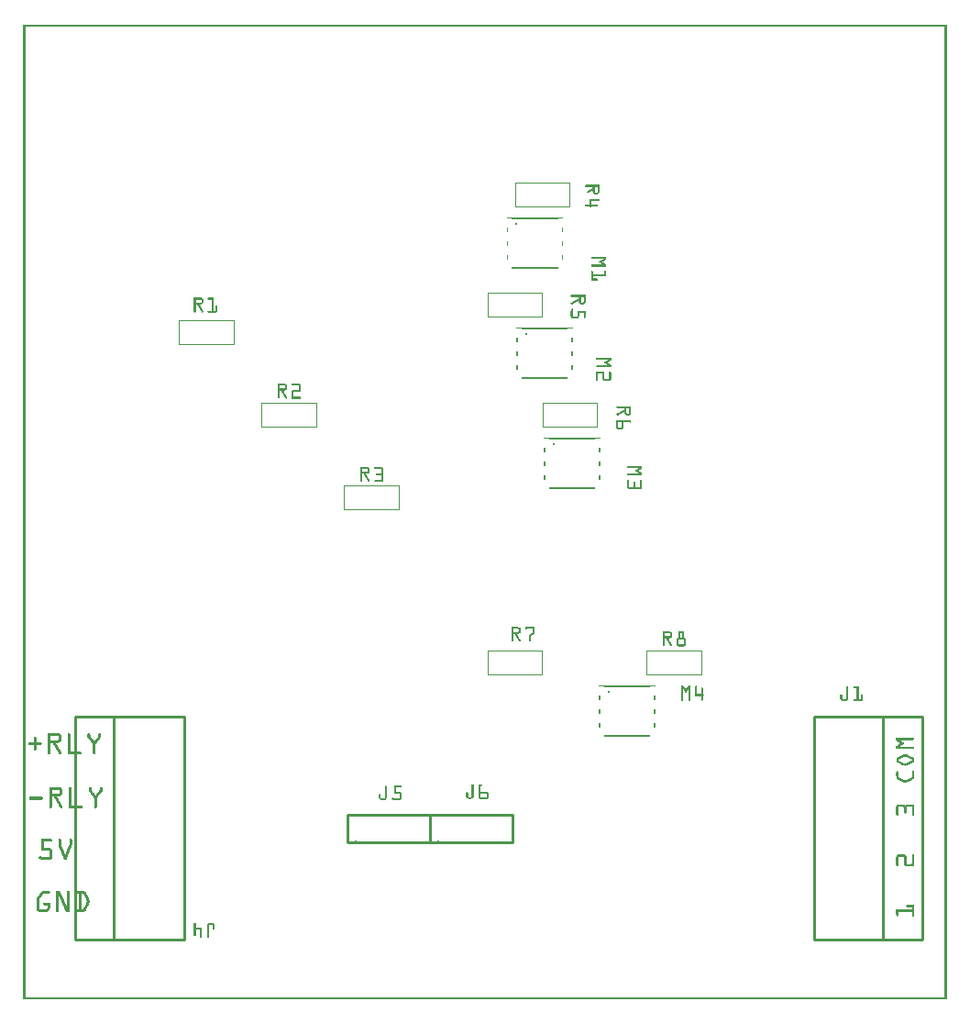
<source format=gto>
G04 MADE WITH FRITZING*
G04 WWW.FRITZING.ORG*
G04 DOUBLE SIDED*
G04 HOLES PLATED*
G04 CONTOUR ON CENTER OF CONTOUR VECTOR*
%ASAXBY*%
%FSLAX23Y23*%
%MOIN*%
%OFA0B0*%
%SFA1.0B1.0*%
%ADD10C,0.011920X0.0039196*%
%ADD11C,0.010000*%
%ADD12C,0.010417*%
%ADD13R,0.001000X0.001000*%
%LNSILK1*%
G90*
G70*
G54D10*
X2128Y1118D03*
X1928Y2018D03*
X1828Y2418D03*
X1793Y2818D03*
G54D11*
X1479Y572D02*
X1779Y572D01*
D02*
X1779Y572D02*
X1779Y672D01*
D02*
X1779Y672D02*
X1479Y672D01*
D02*
X1479Y672D02*
X1479Y572D01*
D02*
X1179Y572D02*
X1479Y572D01*
D02*
X1479Y572D02*
X1479Y672D01*
D02*
X1479Y672D02*
X1179Y672D01*
D02*
X1179Y672D02*
X1179Y572D01*
G54D12*
D02*
X584Y217D02*
X584Y1027D01*
D02*
X584Y1027D02*
X188Y1027D01*
D02*
X188Y1027D02*
X188Y217D01*
D02*
X188Y217D02*
X584Y217D01*
D02*
X330Y1027D02*
X330Y217D01*
D02*
X2874Y1027D02*
X2874Y217D01*
D02*
X2874Y217D02*
X3269Y217D01*
D02*
X3269Y217D02*
X3269Y1027D01*
D02*
X3269Y1027D02*
X2874Y1027D01*
D02*
X3127Y217D02*
X3127Y1027D01*
G54D13*
X0Y3543D02*
X3357Y3543D01*
X0Y3542D02*
X3357Y3542D01*
X0Y3541D02*
X3357Y3541D01*
X0Y3540D02*
X3357Y3540D01*
X0Y3539D02*
X3357Y3539D01*
X0Y3538D02*
X3357Y3538D01*
X0Y3537D02*
X3357Y3537D01*
X0Y3536D02*
X3357Y3536D01*
X0Y3535D02*
X7Y3535D01*
X3350Y3535D02*
X3357Y3535D01*
X0Y3534D02*
X7Y3534D01*
X3350Y3534D02*
X3357Y3534D01*
X0Y3533D02*
X7Y3533D01*
X3350Y3533D02*
X3357Y3533D01*
X0Y3532D02*
X7Y3532D01*
X3350Y3532D02*
X3357Y3532D01*
X0Y3531D02*
X7Y3531D01*
X3350Y3531D02*
X3357Y3531D01*
X0Y3530D02*
X7Y3530D01*
X3350Y3530D02*
X3357Y3530D01*
X0Y3529D02*
X7Y3529D01*
X3350Y3529D02*
X3357Y3529D01*
X0Y3528D02*
X7Y3528D01*
X3350Y3528D02*
X3357Y3528D01*
X0Y3527D02*
X7Y3527D01*
X3350Y3527D02*
X3357Y3527D01*
X0Y3526D02*
X7Y3526D01*
X3350Y3526D02*
X3357Y3526D01*
X0Y3525D02*
X7Y3525D01*
X3350Y3525D02*
X3357Y3525D01*
X0Y3524D02*
X7Y3524D01*
X3350Y3524D02*
X3357Y3524D01*
X0Y3523D02*
X7Y3523D01*
X3350Y3523D02*
X3357Y3523D01*
X0Y3522D02*
X7Y3522D01*
X3350Y3522D02*
X3357Y3522D01*
X0Y3521D02*
X7Y3521D01*
X3350Y3521D02*
X3357Y3521D01*
X0Y3520D02*
X7Y3520D01*
X3350Y3520D02*
X3357Y3520D01*
X0Y3519D02*
X7Y3519D01*
X3350Y3519D02*
X3357Y3519D01*
X0Y3518D02*
X7Y3518D01*
X3350Y3518D02*
X3357Y3518D01*
X0Y3517D02*
X7Y3517D01*
X3350Y3517D02*
X3357Y3517D01*
X0Y3516D02*
X7Y3516D01*
X3350Y3516D02*
X3357Y3516D01*
X0Y3515D02*
X7Y3515D01*
X3350Y3515D02*
X3357Y3515D01*
X0Y3514D02*
X7Y3514D01*
X3350Y3514D02*
X3357Y3514D01*
X0Y3513D02*
X7Y3513D01*
X3350Y3513D02*
X3357Y3513D01*
X0Y3512D02*
X7Y3512D01*
X3350Y3512D02*
X3357Y3512D01*
X0Y3511D02*
X7Y3511D01*
X3350Y3511D02*
X3357Y3511D01*
X0Y3510D02*
X7Y3510D01*
X3350Y3510D02*
X3357Y3510D01*
X0Y3509D02*
X7Y3509D01*
X3350Y3509D02*
X3357Y3509D01*
X0Y3508D02*
X7Y3508D01*
X3350Y3508D02*
X3357Y3508D01*
X0Y3507D02*
X7Y3507D01*
X3350Y3507D02*
X3357Y3507D01*
X0Y3506D02*
X7Y3506D01*
X3350Y3506D02*
X3357Y3506D01*
X0Y3505D02*
X7Y3505D01*
X3350Y3505D02*
X3357Y3505D01*
X0Y3504D02*
X7Y3504D01*
X3350Y3504D02*
X3357Y3504D01*
X0Y3503D02*
X7Y3503D01*
X3350Y3503D02*
X3357Y3503D01*
X0Y3502D02*
X7Y3502D01*
X3350Y3502D02*
X3357Y3502D01*
X0Y3501D02*
X7Y3501D01*
X3350Y3501D02*
X3357Y3501D01*
X0Y3500D02*
X7Y3500D01*
X3350Y3500D02*
X3357Y3500D01*
X0Y3499D02*
X7Y3499D01*
X3350Y3499D02*
X3357Y3499D01*
X0Y3498D02*
X7Y3498D01*
X3350Y3498D02*
X3357Y3498D01*
X0Y3497D02*
X7Y3497D01*
X3350Y3497D02*
X3357Y3497D01*
X0Y3496D02*
X7Y3496D01*
X3350Y3496D02*
X3357Y3496D01*
X0Y3495D02*
X7Y3495D01*
X3350Y3495D02*
X3357Y3495D01*
X0Y3494D02*
X7Y3494D01*
X3350Y3494D02*
X3357Y3494D01*
X0Y3493D02*
X7Y3493D01*
X3350Y3493D02*
X3357Y3493D01*
X0Y3492D02*
X7Y3492D01*
X3350Y3492D02*
X3357Y3492D01*
X0Y3491D02*
X7Y3491D01*
X3350Y3491D02*
X3357Y3491D01*
X0Y3490D02*
X7Y3490D01*
X3350Y3490D02*
X3357Y3490D01*
X0Y3489D02*
X7Y3489D01*
X3350Y3489D02*
X3357Y3489D01*
X0Y3488D02*
X7Y3488D01*
X3350Y3488D02*
X3357Y3488D01*
X0Y3487D02*
X7Y3487D01*
X3350Y3487D02*
X3357Y3487D01*
X0Y3486D02*
X7Y3486D01*
X3350Y3486D02*
X3357Y3486D01*
X0Y3485D02*
X7Y3485D01*
X3350Y3485D02*
X3357Y3485D01*
X0Y3484D02*
X7Y3484D01*
X3350Y3484D02*
X3357Y3484D01*
X0Y3483D02*
X7Y3483D01*
X3350Y3483D02*
X3357Y3483D01*
X0Y3482D02*
X7Y3482D01*
X3350Y3482D02*
X3357Y3482D01*
X0Y3481D02*
X7Y3481D01*
X3350Y3481D02*
X3357Y3481D01*
X0Y3480D02*
X7Y3480D01*
X3350Y3480D02*
X3357Y3480D01*
X0Y3479D02*
X7Y3479D01*
X3350Y3479D02*
X3357Y3479D01*
X0Y3478D02*
X7Y3478D01*
X3350Y3478D02*
X3357Y3478D01*
X0Y3477D02*
X7Y3477D01*
X3350Y3477D02*
X3357Y3477D01*
X0Y3476D02*
X7Y3476D01*
X3350Y3476D02*
X3357Y3476D01*
X0Y3475D02*
X7Y3475D01*
X3350Y3475D02*
X3357Y3475D01*
X0Y3474D02*
X7Y3474D01*
X3350Y3474D02*
X3357Y3474D01*
X0Y3473D02*
X7Y3473D01*
X3350Y3473D02*
X3357Y3473D01*
X0Y3472D02*
X7Y3472D01*
X3350Y3472D02*
X3357Y3472D01*
X0Y3471D02*
X7Y3471D01*
X3350Y3471D02*
X3357Y3471D01*
X0Y3470D02*
X7Y3470D01*
X3350Y3470D02*
X3357Y3470D01*
X0Y3469D02*
X7Y3469D01*
X3350Y3469D02*
X3357Y3469D01*
X0Y3468D02*
X7Y3468D01*
X3350Y3468D02*
X3357Y3468D01*
X0Y3467D02*
X7Y3467D01*
X3350Y3467D02*
X3357Y3467D01*
X0Y3466D02*
X7Y3466D01*
X3350Y3466D02*
X3357Y3466D01*
X0Y3465D02*
X7Y3465D01*
X3350Y3465D02*
X3357Y3465D01*
X0Y3464D02*
X7Y3464D01*
X3350Y3464D02*
X3357Y3464D01*
X0Y3463D02*
X7Y3463D01*
X3350Y3463D02*
X3357Y3463D01*
X0Y3462D02*
X7Y3462D01*
X3350Y3462D02*
X3357Y3462D01*
X0Y3461D02*
X7Y3461D01*
X3350Y3461D02*
X3357Y3461D01*
X0Y3460D02*
X7Y3460D01*
X3350Y3460D02*
X3357Y3460D01*
X0Y3459D02*
X7Y3459D01*
X3350Y3459D02*
X3357Y3459D01*
X0Y3458D02*
X7Y3458D01*
X3350Y3458D02*
X3357Y3458D01*
X0Y3457D02*
X7Y3457D01*
X3350Y3457D02*
X3357Y3457D01*
X0Y3456D02*
X7Y3456D01*
X3350Y3456D02*
X3357Y3456D01*
X0Y3455D02*
X7Y3455D01*
X3350Y3455D02*
X3357Y3455D01*
X0Y3454D02*
X7Y3454D01*
X3350Y3454D02*
X3357Y3454D01*
X0Y3453D02*
X7Y3453D01*
X3350Y3453D02*
X3357Y3453D01*
X0Y3452D02*
X7Y3452D01*
X3350Y3452D02*
X3357Y3452D01*
X0Y3451D02*
X7Y3451D01*
X3350Y3451D02*
X3357Y3451D01*
X0Y3450D02*
X7Y3450D01*
X3350Y3450D02*
X3357Y3450D01*
X0Y3449D02*
X7Y3449D01*
X3350Y3449D02*
X3357Y3449D01*
X0Y3448D02*
X7Y3448D01*
X3350Y3448D02*
X3357Y3448D01*
X0Y3447D02*
X7Y3447D01*
X3350Y3447D02*
X3357Y3447D01*
X0Y3446D02*
X7Y3446D01*
X3350Y3446D02*
X3357Y3446D01*
X0Y3445D02*
X7Y3445D01*
X3350Y3445D02*
X3357Y3445D01*
X0Y3444D02*
X7Y3444D01*
X3350Y3444D02*
X3357Y3444D01*
X0Y3443D02*
X7Y3443D01*
X3350Y3443D02*
X3357Y3443D01*
X0Y3442D02*
X7Y3442D01*
X3350Y3442D02*
X3357Y3442D01*
X0Y3441D02*
X7Y3441D01*
X3350Y3441D02*
X3357Y3441D01*
X0Y3440D02*
X7Y3440D01*
X3350Y3440D02*
X3357Y3440D01*
X0Y3439D02*
X7Y3439D01*
X3350Y3439D02*
X3357Y3439D01*
X0Y3438D02*
X7Y3438D01*
X3350Y3438D02*
X3357Y3438D01*
X0Y3437D02*
X7Y3437D01*
X3350Y3437D02*
X3357Y3437D01*
X0Y3436D02*
X7Y3436D01*
X3350Y3436D02*
X3357Y3436D01*
X0Y3435D02*
X7Y3435D01*
X3350Y3435D02*
X3357Y3435D01*
X0Y3434D02*
X7Y3434D01*
X3350Y3434D02*
X3357Y3434D01*
X0Y3433D02*
X7Y3433D01*
X3350Y3433D02*
X3357Y3433D01*
X0Y3432D02*
X7Y3432D01*
X3350Y3432D02*
X3357Y3432D01*
X0Y3431D02*
X7Y3431D01*
X3350Y3431D02*
X3357Y3431D01*
X0Y3430D02*
X7Y3430D01*
X3350Y3430D02*
X3357Y3430D01*
X0Y3429D02*
X7Y3429D01*
X3350Y3429D02*
X3357Y3429D01*
X0Y3428D02*
X7Y3428D01*
X3350Y3428D02*
X3357Y3428D01*
X0Y3427D02*
X7Y3427D01*
X3350Y3427D02*
X3357Y3427D01*
X0Y3426D02*
X7Y3426D01*
X3350Y3426D02*
X3357Y3426D01*
X0Y3425D02*
X7Y3425D01*
X3350Y3425D02*
X3357Y3425D01*
X0Y3424D02*
X7Y3424D01*
X3350Y3424D02*
X3357Y3424D01*
X0Y3423D02*
X7Y3423D01*
X3350Y3423D02*
X3357Y3423D01*
X0Y3422D02*
X7Y3422D01*
X3350Y3422D02*
X3357Y3422D01*
X0Y3421D02*
X7Y3421D01*
X3350Y3421D02*
X3357Y3421D01*
X0Y3420D02*
X7Y3420D01*
X3350Y3420D02*
X3357Y3420D01*
X0Y3419D02*
X7Y3419D01*
X3350Y3419D02*
X3357Y3419D01*
X0Y3418D02*
X7Y3418D01*
X3350Y3418D02*
X3357Y3418D01*
X0Y3417D02*
X7Y3417D01*
X3350Y3417D02*
X3357Y3417D01*
X0Y3416D02*
X7Y3416D01*
X3350Y3416D02*
X3357Y3416D01*
X0Y3415D02*
X7Y3415D01*
X3350Y3415D02*
X3357Y3415D01*
X0Y3414D02*
X7Y3414D01*
X3350Y3414D02*
X3357Y3414D01*
X0Y3413D02*
X7Y3413D01*
X3350Y3413D02*
X3357Y3413D01*
X0Y3412D02*
X7Y3412D01*
X3350Y3412D02*
X3357Y3412D01*
X0Y3411D02*
X7Y3411D01*
X3350Y3411D02*
X3357Y3411D01*
X0Y3410D02*
X7Y3410D01*
X3350Y3410D02*
X3357Y3410D01*
X0Y3409D02*
X7Y3409D01*
X3350Y3409D02*
X3357Y3409D01*
X0Y3408D02*
X7Y3408D01*
X3350Y3408D02*
X3357Y3408D01*
X0Y3407D02*
X7Y3407D01*
X3350Y3407D02*
X3357Y3407D01*
X0Y3406D02*
X7Y3406D01*
X3350Y3406D02*
X3357Y3406D01*
X0Y3405D02*
X7Y3405D01*
X3350Y3405D02*
X3357Y3405D01*
X0Y3404D02*
X7Y3404D01*
X3350Y3404D02*
X3357Y3404D01*
X0Y3403D02*
X7Y3403D01*
X3350Y3403D02*
X3357Y3403D01*
X0Y3402D02*
X7Y3402D01*
X3350Y3402D02*
X3357Y3402D01*
X0Y3401D02*
X7Y3401D01*
X3350Y3401D02*
X3357Y3401D01*
X0Y3400D02*
X7Y3400D01*
X3350Y3400D02*
X3357Y3400D01*
X0Y3399D02*
X7Y3399D01*
X3350Y3399D02*
X3357Y3399D01*
X0Y3398D02*
X7Y3398D01*
X3350Y3398D02*
X3357Y3398D01*
X0Y3397D02*
X7Y3397D01*
X3350Y3397D02*
X3357Y3397D01*
X0Y3396D02*
X7Y3396D01*
X3350Y3396D02*
X3357Y3396D01*
X0Y3395D02*
X7Y3395D01*
X3350Y3395D02*
X3357Y3395D01*
X0Y3394D02*
X7Y3394D01*
X3350Y3394D02*
X3357Y3394D01*
X0Y3393D02*
X7Y3393D01*
X3350Y3393D02*
X3357Y3393D01*
X0Y3392D02*
X7Y3392D01*
X3350Y3392D02*
X3357Y3392D01*
X0Y3391D02*
X7Y3391D01*
X3350Y3391D02*
X3357Y3391D01*
X0Y3390D02*
X7Y3390D01*
X3350Y3390D02*
X3357Y3390D01*
X0Y3389D02*
X7Y3389D01*
X3350Y3389D02*
X3357Y3389D01*
X0Y3388D02*
X7Y3388D01*
X3350Y3388D02*
X3357Y3388D01*
X0Y3387D02*
X7Y3387D01*
X3350Y3387D02*
X3357Y3387D01*
X0Y3386D02*
X7Y3386D01*
X3350Y3386D02*
X3357Y3386D01*
X0Y3385D02*
X7Y3385D01*
X3350Y3385D02*
X3357Y3385D01*
X0Y3384D02*
X7Y3384D01*
X3350Y3384D02*
X3357Y3384D01*
X0Y3383D02*
X7Y3383D01*
X3350Y3383D02*
X3357Y3383D01*
X0Y3382D02*
X7Y3382D01*
X3350Y3382D02*
X3357Y3382D01*
X0Y3381D02*
X7Y3381D01*
X3350Y3381D02*
X3357Y3381D01*
X0Y3380D02*
X7Y3380D01*
X3350Y3380D02*
X3357Y3380D01*
X0Y3379D02*
X7Y3379D01*
X3350Y3379D02*
X3357Y3379D01*
X0Y3378D02*
X7Y3378D01*
X3350Y3378D02*
X3357Y3378D01*
X0Y3377D02*
X7Y3377D01*
X3350Y3377D02*
X3357Y3377D01*
X0Y3376D02*
X7Y3376D01*
X3350Y3376D02*
X3357Y3376D01*
X0Y3375D02*
X7Y3375D01*
X3350Y3375D02*
X3357Y3375D01*
X0Y3374D02*
X7Y3374D01*
X3350Y3374D02*
X3357Y3374D01*
X0Y3373D02*
X7Y3373D01*
X3350Y3373D02*
X3357Y3373D01*
X0Y3372D02*
X7Y3372D01*
X3350Y3372D02*
X3357Y3372D01*
X0Y3371D02*
X7Y3371D01*
X3350Y3371D02*
X3357Y3371D01*
X0Y3370D02*
X7Y3370D01*
X3350Y3370D02*
X3357Y3370D01*
X0Y3369D02*
X7Y3369D01*
X3350Y3369D02*
X3357Y3369D01*
X0Y3368D02*
X7Y3368D01*
X3350Y3368D02*
X3357Y3368D01*
X0Y3367D02*
X7Y3367D01*
X3350Y3367D02*
X3357Y3367D01*
X0Y3366D02*
X7Y3366D01*
X3350Y3366D02*
X3357Y3366D01*
X0Y3365D02*
X7Y3365D01*
X3350Y3365D02*
X3357Y3365D01*
X0Y3364D02*
X7Y3364D01*
X3350Y3364D02*
X3357Y3364D01*
X0Y3363D02*
X7Y3363D01*
X3350Y3363D02*
X3357Y3363D01*
X0Y3362D02*
X7Y3362D01*
X3350Y3362D02*
X3357Y3362D01*
X0Y3361D02*
X7Y3361D01*
X3350Y3361D02*
X3357Y3361D01*
X0Y3360D02*
X7Y3360D01*
X3350Y3360D02*
X3357Y3360D01*
X0Y3359D02*
X7Y3359D01*
X3350Y3359D02*
X3357Y3359D01*
X0Y3358D02*
X7Y3358D01*
X3350Y3358D02*
X3357Y3358D01*
X0Y3357D02*
X7Y3357D01*
X3350Y3357D02*
X3357Y3357D01*
X0Y3356D02*
X7Y3356D01*
X3350Y3356D02*
X3357Y3356D01*
X0Y3355D02*
X7Y3355D01*
X3350Y3355D02*
X3357Y3355D01*
X0Y3354D02*
X7Y3354D01*
X3350Y3354D02*
X3357Y3354D01*
X0Y3353D02*
X7Y3353D01*
X3350Y3353D02*
X3357Y3353D01*
X0Y3352D02*
X7Y3352D01*
X3350Y3352D02*
X3357Y3352D01*
X0Y3351D02*
X7Y3351D01*
X3350Y3351D02*
X3357Y3351D01*
X0Y3350D02*
X7Y3350D01*
X3350Y3350D02*
X3357Y3350D01*
X0Y3349D02*
X7Y3349D01*
X3350Y3349D02*
X3357Y3349D01*
X0Y3348D02*
X7Y3348D01*
X3350Y3348D02*
X3357Y3348D01*
X0Y3347D02*
X7Y3347D01*
X3350Y3347D02*
X3357Y3347D01*
X0Y3346D02*
X7Y3346D01*
X3350Y3346D02*
X3357Y3346D01*
X0Y3345D02*
X7Y3345D01*
X3350Y3345D02*
X3357Y3345D01*
X0Y3344D02*
X7Y3344D01*
X3350Y3344D02*
X3357Y3344D01*
X0Y3343D02*
X7Y3343D01*
X3350Y3343D02*
X3357Y3343D01*
X0Y3342D02*
X7Y3342D01*
X3350Y3342D02*
X3357Y3342D01*
X0Y3341D02*
X7Y3341D01*
X3350Y3341D02*
X3357Y3341D01*
X0Y3340D02*
X7Y3340D01*
X3350Y3340D02*
X3357Y3340D01*
X0Y3339D02*
X7Y3339D01*
X3350Y3339D02*
X3357Y3339D01*
X0Y3338D02*
X7Y3338D01*
X3350Y3338D02*
X3357Y3338D01*
X0Y3337D02*
X7Y3337D01*
X3350Y3337D02*
X3357Y3337D01*
X0Y3336D02*
X7Y3336D01*
X3350Y3336D02*
X3357Y3336D01*
X0Y3335D02*
X7Y3335D01*
X3350Y3335D02*
X3357Y3335D01*
X0Y3334D02*
X7Y3334D01*
X3350Y3334D02*
X3357Y3334D01*
X0Y3333D02*
X7Y3333D01*
X3350Y3333D02*
X3357Y3333D01*
X0Y3332D02*
X7Y3332D01*
X3350Y3332D02*
X3357Y3332D01*
X0Y3331D02*
X7Y3331D01*
X3350Y3331D02*
X3357Y3331D01*
X0Y3330D02*
X7Y3330D01*
X3350Y3330D02*
X3357Y3330D01*
X0Y3329D02*
X7Y3329D01*
X3350Y3329D02*
X3357Y3329D01*
X0Y3328D02*
X7Y3328D01*
X3350Y3328D02*
X3357Y3328D01*
X0Y3327D02*
X7Y3327D01*
X3350Y3327D02*
X3357Y3327D01*
X0Y3326D02*
X7Y3326D01*
X3350Y3326D02*
X3357Y3326D01*
X0Y3325D02*
X7Y3325D01*
X3350Y3325D02*
X3357Y3325D01*
X0Y3324D02*
X7Y3324D01*
X3350Y3324D02*
X3357Y3324D01*
X0Y3323D02*
X7Y3323D01*
X3350Y3323D02*
X3357Y3323D01*
X0Y3322D02*
X7Y3322D01*
X3350Y3322D02*
X3357Y3322D01*
X0Y3321D02*
X7Y3321D01*
X3350Y3321D02*
X3357Y3321D01*
X0Y3320D02*
X7Y3320D01*
X3350Y3320D02*
X3357Y3320D01*
X0Y3319D02*
X7Y3319D01*
X3350Y3319D02*
X3357Y3319D01*
X0Y3318D02*
X7Y3318D01*
X3350Y3318D02*
X3357Y3318D01*
X0Y3317D02*
X7Y3317D01*
X3350Y3317D02*
X3357Y3317D01*
X0Y3316D02*
X7Y3316D01*
X3350Y3316D02*
X3357Y3316D01*
X0Y3315D02*
X7Y3315D01*
X3350Y3315D02*
X3357Y3315D01*
X0Y3314D02*
X7Y3314D01*
X3350Y3314D02*
X3357Y3314D01*
X0Y3313D02*
X7Y3313D01*
X3350Y3313D02*
X3357Y3313D01*
X0Y3312D02*
X7Y3312D01*
X3350Y3312D02*
X3357Y3312D01*
X0Y3311D02*
X7Y3311D01*
X3350Y3311D02*
X3357Y3311D01*
X0Y3310D02*
X7Y3310D01*
X3350Y3310D02*
X3357Y3310D01*
X0Y3309D02*
X7Y3309D01*
X3350Y3309D02*
X3357Y3309D01*
X0Y3308D02*
X7Y3308D01*
X3350Y3308D02*
X3357Y3308D01*
X0Y3307D02*
X7Y3307D01*
X3350Y3307D02*
X3357Y3307D01*
X0Y3306D02*
X7Y3306D01*
X3350Y3306D02*
X3357Y3306D01*
X0Y3305D02*
X7Y3305D01*
X3350Y3305D02*
X3357Y3305D01*
X0Y3304D02*
X7Y3304D01*
X3350Y3304D02*
X3357Y3304D01*
X0Y3303D02*
X7Y3303D01*
X3350Y3303D02*
X3357Y3303D01*
X0Y3302D02*
X7Y3302D01*
X3350Y3302D02*
X3357Y3302D01*
X0Y3301D02*
X7Y3301D01*
X3350Y3301D02*
X3357Y3301D01*
X0Y3300D02*
X7Y3300D01*
X3350Y3300D02*
X3357Y3300D01*
X0Y3299D02*
X7Y3299D01*
X3350Y3299D02*
X3357Y3299D01*
X0Y3298D02*
X7Y3298D01*
X3350Y3298D02*
X3357Y3298D01*
X0Y3297D02*
X7Y3297D01*
X3350Y3297D02*
X3357Y3297D01*
X0Y3296D02*
X7Y3296D01*
X3350Y3296D02*
X3357Y3296D01*
X0Y3295D02*
X7Y3295D01*
X3350Y3295D02*
X3357Y3295D01*
X0Y3294D02*
X7Y3294D01*
X3350Y3294D02*
X3357Y3294D01*
X0Y3293D02*
X7Y3293D01*
X3350Y3293D02*
X3357Y3293D01*
X0Y3292D02*
X7Y3292D01*
X3350Y3292D02*
X3357Y3292D01*
X0Y3291D02*
X7Y3291D01*
X3350Y3291D02*
X3357Y3291D01*
X0Y3290D02*
X7Y3290D01*
X3350Y3290D02*
X3357Y3290D01*
X0Y3289D02*
X7Y3289D01*
X3350Y3289D02*
X3357Y3289D01*
X0Y3288D02*
X7Y3288D01*
X3350Y3288D02*
X3357Y3288D01*
X0Y3287D02*
X7Y3287D01*
X3350Y3287D02*
X3357Y3287D01*
X0Y3286D02*
X7Y3286D01*
X3350Y3286D02*
X3357Y3286D01*
X0Y3285D02*
X7Y3285D01*
X3350Y3285D02*
X3357Y3285D01*
X0Y3284D02*
X7Y3284D01*
X3350Y3284D02*
X3357Y3284D01*
X0Y3283D02*
X7Y3283D01*
X3350Y3283D02*
X3357Y3283D01*
X0Y3282D02*
X7Y3282D01*
X3350Y3282D02*
X3357Y3282D01*
X0Y3281D02*
X7Y3281D01*
X3350Y3281D02*
X3357Y3281D01*
X0Y3280D02*
X7Y3280D01*
X3350Y3280D02*
X3357Y3280D01*
X0Y3279D02*
X7Y3279D01*
X3350Y3279D02*
X3357Y3279D01*
X0Y3278D02*
X7Y3278D01*
X3350Y3278D02*
X3357Y3278D01*
X0Y3277D02*
X7Y3277D01*
X3350Y3277D02*
X3357Y3277D01*
X0Y3276D02*
X7Y3276D01*
X3350Y3276D02*
X3357Y3276D01*
X0Y3275D02*
X7Y3275D01*
X3350Y3275D02*
X3357Y3275D01*
X0Y3274D02*
X7Y3274D01*
X3350Y3274D02*
X3357Y3274D01*
X0Y3273D02*
X7Y3273D01*
X3350Y3273D02*
X3357Y3273D01*
X0Y3272D02*
X7Y3272D01*
X3350Y3272D02*
X3357Y3272D01*
X0Y3271D02*
X7Y3271D01*
X3350Y3271D02*
X3357Y3271D01*
X0Y3270D02*
X7Y3270D01*
X3350Y3270D02*
X3357Y3270D01*
X0Y3269D02*
X7Y3269D01*
X3350Y3269D02*
X3357Y3269D01*
X0Y3268D02*
X7Y3268D01*
X3350Y3268D02*
X3357Y3268D01*
X0Y3267D02*
X7Y3267D01*
X3350Y3267D02*
X3357Y3267D01*
X0Y3266D02*
X7Y3266D01*
X3350Y3266D02*
X3357Y3266D01*
X0Y3265D02*
X7Y3265D01*
X3350Y3265D02*
X3357Y3265D01*
X0Y3264D02*
X7Y3264D01*
X3350Y3264D02*
X3357Y3264D01*
X0Y3263D02*
X7Y3263D01*
X3350Y3263D02*
X3357Y3263D01*
X0Y3262D02*
X7Y3262D01*
X3350Y3262D02*
X3357Y3262D01*
X0Y3261D02*
X7Y3261D01*
X3350Y3261D02*
X3357Y3261D01*
X0Y3260D02*
X7Y3260D01*
X3350Y3260D02*
X3357Y3260D01*
X0Y3259D02*
X7Y3259D01*
X3350Y3259D02*
X3357Y3259D01*
X0Y3258D02*
X7Y3258D01*
X3350Y3258D02*
X3357Y3258D01*
X0Y3257D02*
X7Y3257D01*
X3350Y3257D02*
X3357Y3257D01*
X0Y3256D02*
X7Y3256D01*
X3350Y3256D02*
X3357Y3256D01*
X0Y3255D02*
X7Y3255D01*
X3350Y3255D02*
X3357Y3255D01*
X0Y3254D02*
X7Y3254D01*
X3350Y3254D02*
X3357Y3254D01*
X0Y3253D02*
X7Y3253D01*
X3350Y3253D02*
X3357Y3253D01*
X0Y3252D02*
X7Y3252D01*
X3350Y3252D02*
X3357Y3252D01*
X0Y3251D02*
X7Y3251D01*
X3350Y3251D02*
X3357Y3251D01*
X0Y3250D02*
X7Y3250D01*
X3350Y3250D02*
X3357Y3250D01*
X0Y3249D02*
X7Y3249D01*
X3350Y3249D02*
X3357Y3249D01*
X0Y3248D02*
X7Y3248D01*
X3350Y3248D02*
X3357Y3248D01*
X0Y3247D02*
X7Y3247D01*
X3350Y3247D02*
X3357Y3247D01*
X0Y3246D02*
X7Y3246D01*
X3350Y3246D02*
X3357Y3246D01*
X0Y3245D02*
X7Y3245D01*
X3350Y3245D02*
X3357Y3245D01*
X0Y3244D02*
X7Y3244D01*
X3350Y3244D02*
X3357Y3244D01*
X0Y3243D02*
X7Y3243D01*
X3350Y3243D02*
X3357Y3243D01*
X0Y3242D02*
X7Y3242D01*
X3350Y3242D02*
X3357Y3242D01*
X0Y3241D02*
X7Y3241D01*
X3350Y3241D02*
X3357Y3241D01*
X0Y3240D02*
X7Y3240D01*
X3350Y3240D02*
X3357Y3240D01*
X0Y3239D02*
X7Y3239D01*
X3350Y3239D02*
X3357Y3239D01*
X0Y3238D02*
X7Y3238D01*
X3350Y3238D02*
X3357Y3238D01*
X0Y3237D02*
X7Y3237D01*
X3350Y3237D02*
X3357Y3237D01*
X0Y3236D02*
X7Y3236D01*
X3350Y3236D02*
X3357Y3236D01*
X0Y3235D02*
X7Y3235D01*
X3350Y3235D02*
X3357Y3235D01*
X0Y3234D02*
X7Y3234D01*
X3350Y3234D02*
X3357Y3234D01*
X0Y3233D02*
X7Y3233D01*
X3350Y3233D02*
X3357Y3233D01*
X0Y3232D02*
X7Y3232D01*
X3350Y3232D02*
X3357Y3232D01*
X0Y3231D02*
X7Y3231D01*
X3350Y3231D02*
X3357Y3231D01*
X0Y3230D02*
X7Y3230D01*
X3350Y3230D02*
X3357Y3230D01*
X0Y3229D02*
X7Y3229D01*
X3350Y3229D02*
X3357Y3229D01*
X0Y3228D02*
X7Y3228D01*
X3350Y3228D02*
X3357Y3228D01*
X0Y3227D02*
X7Y3227D01*
X3350Y3227D02*
X3357Y3227D01*
X0Y3226D02*
X7Y3226D01*
X3350Y3226D02*
X3357Y3226D01*
X0Y3225D02*
X7Y3225D01*
X3350Y3225D02*
X3357Y3225D01*
X0Y3224D02*
X7Y3224D01*
X3350Y3224D02*
X3357Y3224D01*
X0Y3223D02*
X7Y3223D01*
X3350Y3223D02*
X3357Y3223D01*
X0Y3222D02*
X7Y3222D01*
X3350Y3222D02*
X3357Y3222D01*
X0Y3221D02*
X7Y3221D01*
X3350Y3221D02*
X3357Y3221D01*
X0Y3220D02*
X7Y3220D01*
X3350Y3220D02*
X3357Y3220D01*
X0Y3219D02*
X7Y3219D01*
X3350Y3219D02*
X3357Y3219D01*
X0Y3218D02*
X7Y3218D01*
X3350Y3218D02*
X3357Y3218D01*
X0Y3217D02*
X7Y3217D01*
X3350Y3217D02*
X3357Y3217D01*
X0Y3216D02*
X7Y3216D01*
X3350Y3216D02*
X3357Y3216D01*
X0Y3215D02*
X7Y3215D01*
X3350Y3215D02*
X3357Y3215D01*
X0Y3214D02*
X7Y3214D01*
X3350Y3214D02*
X3357Y3214D01*
X0Y3213D02*
X7Y3213D01*
X3350Y3213D02*
X3357Y3213D01*
X0Y3212D02*
X7Y3212D01*
X3350Y3212D02*
X3357Y3212D01*
X0Y3211D02*
X7Y3211D01*
X3350Y3211D02*
X3357Y3211D01*
X0Y3210D02*
X7Y3210D01*
X3350Y3210D02*
X3357Y3210D01*
X0Y3209D02*
X7Y3209D01*
X3350Y3209D02*
X3357Y3209D01*
X0Y3208D02*
X7Y3208D01*
X3350Y3208D02*
X3357Y3208D01*
X0Y3207D02*
X7Y3207D01*
X3350Y3207D02*
X3357Y3207D01*
X0Y3206D02*
X7Y3206D01*
X3350Y3206D02*
X3357Y3206D01*
X0Y3205D02*
X7Y3205D01*
X3350Y3205D02*
X3357Y3205D01*
X0Y3204D02*
X7Y3204D01*
X3350Y3204D02*
X3357Y3204D01*
X0Y3203D02*
X7Y3203D01*
X3350Y3203D02*
X3357Y3203D01*
X0Y3202D02*
X7Y3202D01*
X3350Y3202D02*
X3357Y3202D01*
X0Y3201D02*
X7Y3201D01*
X3350Y3201D02*
X3357Y3201D01*
X0Y3200D02*
X7Y3200D01*
X3350Y3200D02*
X3357Y3200D01*
X0Y3199D02*
X7Y3199D01*
X3350Y3199D02*
X3357Y3199D01*
X0Y3198D02*
X7Y3198D01*
X3350Y3198D02*
X3357Y3198D01*
X0Y3197D02*
X7Y3197D01*
X3350Y3197D02*
X3357Y3197D01*
X0Y3196D02*
X7Y3196D01*
X3350Y3196D02*
X3357Y3196D01*
X0Y3195D02*
X7Y3195D01*
X3350Y3195D02*
X3357Y3195D01*
X0Y3194D02*
X7Y3194D01*
X3350Y3194D02*
X3357Y3194D01*
X0Y3193D02*
X7Y3193D01*
X3350Y3193D02*
X3357Y3193D01*
X0Y3192D02*
X7Y3192D01*
X3350Y3192D02*
X3357Y3192D01*
X0Y3191D02*
X7Y3191D01*
X3350Y3191D02*
X3357Y3191D01*
X0Y3190D02*
X7Y3190D01*
X3350Y3190D02*
X3357Y3190D01*
X0Y3189D02*
X7Y3189D01*
X3350Y3189D02*
X3357Y3189D01*
X0Y3188D02*
X7Y3188D01*
X3350Y3188D02*
X3357Y3188D01*
X0Y3187D02*
X7Y3187D01*
X3350Y3187D02*
X3357Y3187D01*
X0Y3186D02*
X7Y3186D01*
X3350Y3186D02*
X3357Y3186D01*
X0Y3185D02*
X7Y3185D01*
X3350Y3185D02*
X3357Y3185D01*
X0Y3184D02*
X7Y3184D01*
X3350Y3184D02*
X3357Y3184D01*
X0Y3183D02*
X7Y3183D01*
X3350Y3183D02*
X3357Y3183D01*
X0Y3182D02*
X7Y3182D01*
X3350Y3182D02*
X3357Y3182D01*
X0Y3181D02*
X7Y3181D01*
X3350Y3181D02*
X3357Y3181D01*
X0Y3180D02*
X7Y3180D01*
X3350Y3180D02*
X3357Y3180D01*
X0Y3179D02*
X7Y3179D01*
X3350Y3179D02*
X3357Y3179D01*
X0Y3178D02*
X7Y3178D01*
X3350Y3178D02*
X3357Y3178D01*
X0Y3177D02*
X7Y3177D01*
X3350Y3177D02*
X3357Y3177D01*
X0Y3176D02*
X7Y3176D01*
X3350Y3176D02*
X3357Y3176D01*
X0Y3175D02*
X7Y3175D01*
X3350Y3175D02*
X3357Y3175D01*
X0Y3174D02*
X7Y3174D01*
X3350Y3174D02*
X3357Y3174D01*
X0Y3173D02*
X7Y3173D01*
X3350Y3173D02*
X3357Y3173D01*
X0Y3172D02*
X7Y3172D01*
X3350Y3172D02*
X3357Y3172D01*
X0Y3171D02*
X7Y3171D01*
X3350Y3171D02*
X3357Y3171D01*
X0Y3170D02*
X7Y3170D01*
X3350Y3170D02*
X3357Y3170D01*
X0Y3169D02*
X7Y3169D01*
X3350Y3169D02*
X3357Y3169D01*
X0Y3168D02*
X7Y3168D01*
X3350Y3168D02*
X3357Y3168D01*
X0Y3167D02*
X7Y3167D01*
X3350Y3167D02*
X3357Y3167D01*
X0Y3166D02*
X7Y3166D01*
X3350Y3166D02*
X3357Y3166D01*
X0Y3165D02*
X7Y3165D01*
X3350Y3165D02*
X3357Y3165D01*
X0Y3164D02*
X7Y3164D01*
X3350Y3164D02*
X3357Y3164D01*
X0Y3163D02*
X7Y3163D01*
X3350Y3163D02*
X3357Y3163D01*
X0Y3162D02*
X7Y3162D01*
X3350Y3162D02*
X3357Y3162D01*
X0Y3161D02*
X7Y3161D01*
X3350Y3161D02*
X3357Y3161D01*
X0Y3160D02*
X7Y3160D01*
X3350Y3160D02*
X3357Y3160D01*
X0Y3159D02*
X7Y3159D01*
X3350Y3159D02*
X3357Y3159D01*
X0Y3158D02*
X7Y3158D01*
X3350Y3158D02*
X3357Y3158D01*
X0Y3157D02*
X7Y3157D01*
X3350Y3157D02*
X3357Y3157D01*
X0Y3156D02*
X7Y3156D01*
X3350Y3156D02*
X3357Y3156D01*
X0Y3155D02*
X7Y3155D01*
X3350Y3155D02*
X3357Y3155D01*
X0Y3154D02*
X7Y3154D01*
X3350Y3154D02*
X3357Y3154D01*
X0Y3153D02*
X7Y3153D01*
X3350Y3153D02*
X3357Y3153D01*
X0Y3152D02*
X7Y3152D01*
X3350Y3152D02*
X3357Y3152D01*
X0Y3151D02*
X7Y3151D01*
X3350Y3151D02*
X3357Y3151D01*
X0Y3150D02*
X7Y3150D01*
X3350Y3150D02*
X3357Y3150D01*
X0Y3149D02*
X7Y3149D01*
X3350Y3149D02*
X3357Y3149D01*
X0Y3148D02*
X7Y3148D01*
X3350Y3148D02*
X3357Y3148D01*
X0Y3147D02*
X7Y3147D01*
X3350Y3147D02*
X3357Y3147D01*
X0Y3146D02*
X7Y3146D01*
X3350Y3146D02*
X3357Y3146D01*
X0Y3145D02*
X7Y3145D01*
X3350Y3145D02*
X3357Y3145D01*
X0Y3144D02*
X7Y3144D01*
X3350Y3144D02*
X3357Y3144D01*
X0Y3143D02*
X7Y3143D01*
X3350Y3143D02*
X3357Y3143D01*
X0Y3142D02*
X7Y3142D01*
X3350Y3142D02*
X3357Y3142D01*
X0Y3141D02*
X7Y3141D01*
X3350Y3141D02*
X3357Y3141D01*
X0Y3140D02*
X7Y3140D01*
X3350Y3140D02*
X3357Y3140D01*
X0Y3139D02*
X7Y3139D01*
X3350Y3139D02*
X3357Y3139D01*
X0Y3138D02*
X7Y3138D01*
X3350Y3138D02*
X3357Y3138D01*
X0Y3137D02*
X7Y3137D01*
X3350Y3137D02*
X3357Y3137D01*
X0Y3136D02*
X7Y3136D01*
X3350Y3136D02*
X3357Y3136D01*
X0Y3135D02*
X7Y3135D01*
X3350Y3135D02*
X3357Y3135D01*
X0Y3134D02*
X7Y3134D01*
X3350Y3134D02*
X3357Y3134D01*
X0Y3133D02*
X7Y3133D01*
X3350Y3133D02*
X3357Y3133D01*
X0Y3132D02*
X7Y3132D01*
X3350Y3132D02*
X3357Y3132D01*
X0Y3131D02*
X7Y3131D01*
X3350Y3131D02*
X3357Y3131D01*
X0Y3130D02*
X7Y3130D01*
X3350Y3130D02*
X3357Y3130D01*
X0Y3129D02*
X7Y3129D01*
X3350Y3129D02*
X3357Y3129D01*
X0Y3128D02*
X7Y3128D01*
X3350Y3128D02*
X3357Y3128D01*
X0Y3127D02*
X7Y3127D01*
X3350Y3127D02*
X3357Y3127D01*
X0Y3126D02*
X7Y3126D01*
X3350Y3126D02*
X3357Y3126D01*
X0Y3125D02*
X7Y3125D01*
X3350Y3125D02*
X3357Y3125D01*
X0Y3124D02*
X7Y3124D01*
X3350Y3124D02*
X3357Y3124D01*
X0Y3123D02*
X7Y3123D01*
X3350Y3123D02*
X3357Y3123D01*
X0Y3122D02*
X7Y3122D01*
X3350Y3122D02*
X3357Y3122D01*
X0Y3121D02*
X7Y3121D01*
X3350Y3121D02*
X3357Y3121D01*
X0Y3120D02*
X7Y3120D01*
X3350Y3120D02*
X3357Y3120D01*
X0Y3119D02*
X7Y3119D01*
X3350Y3119D02*
X3357Y3119D01*
X0Y3118D02*
X7Y3118D01*
X3350Y3118D02*
X3357Y3118D01*
X0Y3117D02*
X7Y3117D01*
X3350Y3117D02*
X3357Y3117D01*
X0Y3116D02*
X7Y3116D01*
X3350Y3116D02*
X3357Y3116D01*
X0Y3115D02*
X7Y3115D01*
X3350Y3115D02*
X3357Y3115D01*
X0Y3114D02*
X7Y3114D01*
X3350Y3114D02*
X3357Y3114D01*
X0Y3113D02*
X7Y3113D01*
X3350Y3113D02*
X3357Y3113D01*
X0Y3112D02*
X7Y3112D01*
X3350Y3112D02*
X3357Y3112D01*
X0Y3111D02*
X7Y3111D01*
X3350Y3111D02*
X3357Y3111D01*
X0Y3110D02*
X7Y3110D01*
X3350Y3110D02*
X3357Y3110D01*
X0Y3109D02*
X7Y3109D01*
X3350Y3109D02*
X3357Y3109D01*
X0Y3108D02*
X7Y3108D01*
X3350Y3108D02*
X3357Y3108D01*
X0Y3107D02*
X7Y3107D01*
X3350Y3107D02*
X3357Y3107D01*
X0Y3106D02*
X7Y3106D01*
X3350Y3106D02*
X3357Y3106D01*
X0Y3105D02*
X7Y3105D01*
X3350Y3105D02*
X3357Y3105D01*
X0Y3104D02*
X7Y3104D01*
X3350Y3104D02*
X3357Y3104D01*
X0Y3103D02*
X7Y3103D01*
X3350Y3103D02*
X3357Y3103D01*
X0Y3102D02*
X7Y3102D01*
X3350Y3102D02*
X3357Y3102D01*
X0Y3101D02*
X7Y3101D01*
X3350Y3101D02*
X3357Y3101D01*
X0Y3100D02*
X7Y3100D01*
X3350Y3100D02*
X3357Y3100D01*
X0Y3099D02*
X7Y3099D01*
X3350Y3099D02*
X3357Y3099D01*
X0Y3098D02*
X7Y3098D01*
X3350Y3098D02*
X3357Y3098D01*
X0Y3097D02*
X7Y3097D01*
X3350Y3097D02*
X3357Y3097D01*
X0Y3096D02*
X7Y3096D01*
X3350Y3096D02*
X3357Y3096D01*
X0Y3095D02*
X7Y3095D01*
X3350Y3095D02*
X3357Y3095D01*
X0Y3094D02*
X7Y3094D01*
X3350Y3094D02*
X3357Y3094D01*
X0Y3093D02*
X7Y3093D01*
X3350Y3093D02*
X3357Y3093D01*
X0Y3092D02*
X7Y3092D01*
X3350Y3092D02*
X3357Y3092D01*
X0Y3091D02*
X7Y3091D01*
X3350Y3091D02*
X3357Y3091D01*
X0Y3090D02*
X7Y3090D01*
X3350Y3090D02*
X3357Y3090D01*
X0Y3089D02*
X7Y3089D01*
X3350Y3089D02*
X3357Y3089D01*
X0Y3088D02*
X7Y3088D01*
X3350Y3088D02*
X3357Y3088D01*
X0Y3087D02*
X7Y3087D01*
X3350Y3087D02*
X3357Y3087D01*
X0Y3086D02*
X7Y3086D01*
X3350Y3086D02*
X3357Y3086D01*
X0Y3085D02*
X7Y3085D01*
X3350Y3085D02*
X3357Y3085D01*
X0Y3084D02*
X7Y3084D01*
X3350Y3084D02*
X3357Y3084D01*
X0Y3083D02*
X7Y3083D01*
X3350Y3083D02*
X3357Y3083D01*
X0Y3082D02*
X7Y3082D01*
X3350Y3082D02*
X3357Y3082D01*
X0Y3081D02*
X7Y3081D01*
X3350Y3081D02*
X3357Y3081D01*
X0Y3080D02*
X7Y3080D01*
X3350Y3080D02*
X3357Y3080D01*
X0Y3079D02*
X7Y3079D01*
X3350Y3079D02*
X3357Y3079D01*
X0Y3078D02*
X7Y3078D01*
X3350Y3078D02*
X3357Y3078D01*
X0Y3077D02*
X7Y3077D01*
X3350Y3077D02*
X3357Y3077D01*
X0Y3076D02*
X7Y3076D01*
X3350Y3076D02*
X3357Y3076D01*
X0Y3075D02*
X7Y3075D01*
X3350Y3075D02*
X3357Y3075D01*
X0Y3074D02*
X7Y3074D01*
X3350Y3074D02*
X3357Y3074D01*
X0Y3073D02*
X7Y3073D01*
X3350Y3073D02*
X3357Y3073D01*
X0Y3072D02*
X7Y3072D01*
X3350Y3072D02*
X3357Y3072D01*
X0Y3071D02*
X7Y3071D01*
X3350Y3071D02*
X3357Y3071D01*
X0Y3070D02*
X7Y3070D01*
X3350Y3070D02*
X3357Y3070D01*
X0Y3069D02*
X7Y3069D01*
X3350Y3069D02*
X3357Y3069D01*
X0Y3068D02*
X7Y3068D01*
X3350Y3068D02*
X3357Y3068D01*
X0Y3067D02*
X7Y3067D01*
X3350Y3067D02*
X3357Y3067D01*
X0Y3066D02*
X7Y3066D01*
X3350Y3066D02*
X3357Y3066D01*
X0Y3065D02*
X7Y3065D01*
X3350Y3065D02*
X3357Y3065D01*
X0Y3064D02*
X7Y3064D01*
X3350Y3064D02*
X3357Y3064D01*
X0Y3063D02*
X7Y3063D01*
X3350Y3063D02*
X3357Y3063D01*
X0Y3062D02*
X7Y3062D01*
X3350Y3062D02*
X3357Y3062D01*
X0Y3061D02*
X7Y3061D01*
X3350Y3061D02*
X3357Y3061D01*
X0Y3060D02*
X7Y3060D01*
X3350Y3060D02*
X3357Y3060D01*
X0Y3059D02*
X7Y3059D01*
X3350Y3059D02*
X3357Y3059D01*
X0Y3058D02*
X7Y3058D01*
X3350Y3058D02*
X3357Y3058D01*
X0Y3057D02*
X7Y3057D01*
X3350Y3057D02*
X3357Y3057D01*
X0Y3056D02*
X7Y3056D01*
X3350Y3056D02*
X3357Y3056D01*
X0Y3055D02*
X7Y3055D01*
X3350Y3055D02*
X3357Y3055D01*
X0Y3054D02*
X7Y3054D01*
X3350Y3054D02*
X3357Y3054D01*
X0Y3053D02*
X7Y3053D01*
X3350Y3053D02*
X3357Y3053D01*
X0Y3052D02*
X7Y3052D01*
X3350Y3052D02*
X3357Y3052D01*
X0Y3051D02*
X7Y3051D01*
X3350Y3051D02*
X3357Y3051D01*
X0Y3050D02*
X7Y3050D01*
X3350Y3050D02*
X3357Y3050D01*
X0Y3049D02*
X7Y3049D01*
X3350Y3049D02*
X3357Y3049D01*
X0Y3048D02*
X7Y3048D01*
X3350Y3048D02*
X3357Y3048D01*
X0Y3047D02*
X7Y3047D01*
X3350Y3047D02*
X3357Y3047D01*
X0Y3046D02*
X7Y3046D01*
X3350Y3046D02*
X3357Y3046D01*
X0Y3045D02*
X7Y3045D01*
X3350Y3045D02*
X3357Y3045D01*
X0Y3044D02*
X7Y3044D01*
X3350Y3044D02*
X3357Y3044D01*
X0Y3043D02*
X7Y3043D01*
X3350Y3043D02*
X3357Y3043D01*
X0Y3042D02*
X7Y3042D01*
X3350Y3042D02*
X3357Y3042D01*
X0Y3041D02*
X7Y3041D01*
X3350Y3041D02*
X3357Y3041D01*
X0Y3040D02*
X7Y3040D01*
X3350Y3040D02*
X3357Y3040D01*
X0Y3039D02*
X7Y3039D01*
X3350Y3039D02*
X3357Y3039D01*
X0Y3038D02*
X7Y3038D01*
X3350Y3038D02*
X3357Y3038D01*
X0Y3037D02*
X7Y3037D01*
X3350Y3037D02*
X3357Y3037D01*
X0Y3036D02*
X7Y3036D01*
X3350Y3036D02*
X3357Y3036D01*
X0Y3035D02*
X7Y3035D01*
X3350Y3035D02*
X3357Y3035D01*
X0Y3034D02*
X7Y3034D01*
X3350Y3034D02*
X3357Y3034D01*
X0Y3033D02*
X7Y3033D01*
X3350Y3033D02*
X3357Y3033D01*
X0Y3032D02*
X7Y3032D01*
X3350Y3032D02*
X3357Y3032D01*
X0Y3031D02*
X7Y3031D01*
X3350Y3031D02*
X3357Y3031D01*
X0Y3030D02*
X7Y3030D01*
X3350Y3030D02*
X3357Y3030D01*
X0Y3029D02*
X7Y3029D01*
X3350Y3029D02*
X3357Y3029D01*
X0Y3028D02*
X7Y3028D01*
X3350Y3028D02*
X3357Y3028D01*
X0Y3027D02*
X7Y3027D01*
X3350Y3027D02*
X3357Y3027D01*
X0Y3026D02*
X7Y3026D01*
X3350Y3026D02*
X3357Y3026D01*
X0Y3025D02*
X7Y3025D01*
X3350Y3025D02*
X3357Y3025D01*
X0Y3024D02*
X7Y3024D01*
X3350Y3024D02*
X3357Y3024D01*
X0Y3023D02*
X7Y3023D01*
X3350Y3023D02*
X3357Y3023D01*
X0Y3022D02*
X7Y3022D01*
X3350Y3022D02*
X3357Y3022D01*
X0Y3021D02*
X7Y3021D01*
X3350Y3021D02*
X3357Y3021D01*
X0Y3020D02*
X7Y3020D01*
X3350Y3020D02*
X3357Y3020D01*
X0Y3019D02*
X7Y3019D01*
X3350Y3019D02*
X3357Y3019D01*
X0Y3018D02*
X7Y3018D01*
X3350Y3018D02*
X3357Y3018D01*
X0Y3017D02*
X7Y3017D01*
X3350Y3017D02*
X3357Y3017D01*
X0Y3016D02*
X7Y3016D01*
X3350Y3016D02*
X3357Y3016D01*
X0Y3015D02*
X7Y3015D01*
X3350Y3015D02*
X3357Y3015D01*
X0Y3014D02*
X7Y3014D01*
X3350Y3014D02*
X3357Y3014D01*
X0Y3013D02*
X7Y3013D01*
X3350Y3013D02*
X3357Y3013D01*
X0Y3012D02*
X7Y3012D01*
X3350Y3012D02*
X3357Y3012D01*
X0Y3011D02*
X7Y3011D01*
X3350Y3011D02*
X3357Y3011D01*
X0Y3010D02*
X7Y3010D01*
X3350Y3010D02*
X3357Y3010D01*
X0Y3009D02*
X7Y3009D01*
X3350Y3009D02*
X3357Y3009D01*
X0Y3008D02*
X7Y3008D01*
X3350Y3008D02*
X3357Y3008D01*
X0Y3007D02*
X7Y3007D01*
X3350Y3007D02*
X3357Y3007D01*
X0Y3006D02*
X7Y3006D01*
X3350Y3006D02*
X3357Y3006D01*
X0Y3005D02*
X7Y3005D01*
X3350Y3005D02*
X3357Y3005D01*
X0Y3004D02*
X7Y3004D01*
X3350Y3004D02*
X3357Y3004D01*
X0Y3003D02*
X7Y3003D01*
X3350Y3003D02*
X3357Y3003D01*
X0Y3002D02*
X7Y3002D01*
X3350Y3002D02*
X3357Y3002D01*
X0Y3001D02*
X7Y3001D01*
X3350Y3001D02*
X3357Y3001D01*
X0Y3000D02*
X7Y3000D01*
X3350Y3000D02*
X3357Y3000D01*
X0Y2999D02*
X7Y2999D01*
X3350Y2999D02*
X3357Y2999D01*
X0Y2998D02*
X7Y2998D01*
X3350Y2998D02*
X3357Y2998D01*
X0Y2997D02*
X7Y2997D01*
X3350Y2997D02*
X3357Y2997D01*
X0Y2996D02*
X7Y2996D01*
X3350Y2996D02*
X3357Y2996D01*
X0Y2995D02*
X7Y2995D01*
X3350Y2995D02*
X3357Y2995D01*
X0Y2994D02*
X7Y2994D01*
X3350Y2994D02*
X3357Y2994D01*
X0Y2993D02*
X7Y2993D01*
X3350Y2993D02*
X3357Y2993D01*
X0Y2992D02*
X7Y2992D01*
X3350Y2992D02*
X3357Y2992D01*
X0Y2991D02*
X7Y2991D01*
X3350Y2991D02*
X3357Y2991D01*
X0Y2990D02*
X7Y2990D01*
X3350Y2990D02*
X3357Y2990D01*
X0Y2989D02*
X7Y2989D01*
X3350Y2989D02*
X3357Y2989D01*
X0Y2988D02*
X7Y2988D01*
X3350Y2988D02*
X3357Y2988D01*
X0Y2987D02*
X7Y2987D01*
X3350Y2987D02*
X3357Y2987D01*
X0Y2986D02*
X7Y2986D01*
X3350Y2986D02*
X3357Y2986D01*
X0Y2985D02*
X7Y2985D01*
X3350Y2985D02*
X3357Y2985D01*
X0Y2984D02*
X7Y2984D01*
X3350Y2984D02*
X3357Y2984D01*
X0Y2983D02*
X7Y2983D01*
X3350Y2983D02*
X3357Y2983D01*
X0Y2982D02*
X7Y2982D01*
X3350Y2982D02*
X3357Y2982D01*
X0Y2981D02*
X7Y2981D01*
X3350Y2981D02*
X3357Y2981D01*
X0Y2980D02*
X7Y2980D01*
X3350Y2980D02*
X3357Y2980D01*
X0Y2979D02*
X7Y2979D01*
X3350Y2979D02*
X3357Y2979D01*
X0Y2978D02*
X7Y2978D01*
X3350Y2978D02*
X3357Y2978D01*
X0Y2977D02*
X7Y2977D01*
X3350Y2977D02*
X3357Y2977D01*
X0Y2976D02*
X7Y2976D01*
X3350Y2976D02*
X3357Y2976D01*
X0Y2975D02*
X7Y2975D01*
X3350Y2975D02*
X3357Y2975D01*
X0Y2974D02*
X7Y2974D01*
X3350Y2974D02*
X3357Y2974D01*
X0Y2973D02*
X7Y2973D01*
X3350Y2973D02*
X3357Y2973D01*
X0Y2972D02*
X7Y2972D01*
X3350Y2972D02*
X3357Y2972D01*
X0Y2971D02*
X7Y2971D01*
X3350Y2971D02*
X3357Y2971D01*
X0Y2970D02*
X7Y2970D01*
X3350Y2970D02*
X3357Y2970D01*
X0Y2969D02*
X7Y2969D01*
X3350Y2969D02*
X3357Y2969D01*
X0Y2968D02*
X7Y2968D01*
X3350Y2968D02*
X3357Y2968D01*
X0Y2967D02*
X7Y2967D01*
X1789Y2967D02*
X1989Y2967D01*
X3350Y2967D02*
X3357Y2967D01*
X0Y2966D02*
X7Y2966D01*
X1789Y2966D02*
X1989Y2966D01*
X3350Y2966D02*
X3357Y2966D01*
X0Y2965D02*
X7Y2965D01*
X1789Y2965D02*
X1791Y2965D01*
X1865Y2965D02*
X1913Y2965D01*
X1987Y2965D02*
X1989Y2965D01*
X3350Y2965D02*
X3357Y2965D01*
X0Y2964D02*
X7Y2964D01*
X1789Y2964D02*
X1791Y2964D01*
X1987Y2964D02*
X1989Y2964D01*
X3350Y2964D02*
X3357Y2964D01*
X0Y2963D02*
X7Y2963D01*
X1789Y2963D02*
X1791Y2963D01*
X1987Y2963D02*
X1989Y2963D01*
X3350Y2963D02*
X3357Y2963D01*
X0Y2962D02*
X7Y2962D01*
X1789Y2962D02*
X1791Y2962D01*
X1987Y2962D02*
X1989Y2962D01*
X3350Y2962D02*
X3357Y2962D01*
X0Y2961D02*
X7Y2961D01*
X1789Y2961D02*
X1791Y2961D01*
X1987Y2961D02*
X1989Y2961D01*
X3350Y2961D02*
X3357Y2961D01*
X0Y2960D02*
X7Y2960D01*
X1789Y2960D02*
X1791Y2960D01*
X1987Y2960D02*
X1989Y2960D01*
X2045Y2960D02*
X2095Y2960D01*
X3350Y2960D02*
X3357Y2960D01*
X0Y2959D02*
X7Y2959D01*
X1789Y2959D02*
X1791Y2959D01*
X1987Y2959D02*
X1989Y2959D01*
X2043Y2959D02*
X2095Y2959D01*
X3350Y2959D02*
X3357Y2959D01*
X0Y2958D02*
X7Y2958D01*
X1789Y2958D02*
X1791Y2958D01*
X1987Y2958D02*
X1989Y2958D01*
X2042Y2958D02*
X2095Y2958D01*
X3350Y2958D02*
X3357Y2958D01*
X0Y2957D02*
X7Y2957D01*
X1789Y2957D02*
X1791Y2957D01*
X1987Y2957D02*
X1989Y2957D01*
X2042Y2957D02*
X2095Y2957D01*
X3350Y2957D02*
X3357Y2957D01*
X0Y2956D02*
X7Y2956D01*
X1789Y2956D02*
X1791Y2956D01*
X1987Y2956D02*
X1989Y2956D01*
X2042Y2956D02*
X2095Y2956D01*
X3350Y2956D02*
X3357Y2956D01*
X0Y2955D02*
X7Y2955D01*
X1789Y2955D02*
X1791Y2955D01*
X1987Y2955D02*
X1989Y2955D01*
X2043Y2955D02*
X2095Y2955D01*
X3350Y2955D02*
X3357Y2955D01*
X0Y2954D02*
X7Y2954D01*
X1789Y2954D02*
X1791Y2954D01*
X1987Y2954D02*
X1989Y2954D01*
X2043Y2954D02*
X2095Y2954D01*
X3350Y2954D02*
X3357Y2954D01*
X0Y2953D02*
X7Y2953D01*
X1789Y2953D02*
X1791Y2953D01*
X1987Y2953D02*
X1989Y2953D01*
X2071Y2953D02*
X2078Y2953D01*
X2089Y2953D02*
X2095Y2953D01*
X3350Y2953D02*
X3357Y2953D01*
X0Y2952D02*
X7Y2952D01*
X1789Y2952D02*
X1791Y2952D01*
X1987Y2952D02*
X1989Y2952D01*
X2071Y2952D02*
X2077Y2952D01*
X2089Y2952D02*
X2095Y2952D01*
X3350Y2952D02*
X3357Y2952D01*
X0Y2951D02*
X7Y2951D01*
X1789Y2951D02*
X1791Y2951D01*
X1987Y2951D02*
X1989Y2951D01*
X2071Y2951D02*
X2077Y2951D01*
X2089Y2951D02*
X2095Y2951D01*
X3350Y2951D02*
X3357Y2951D01*
X0Y2950D02*
X7Y2950D01*
X1789Y2950D02*
X1791Y2950D01*
X1987Y2950D02*
X1989Y2950D01*
X2071Y2950D02*
X2077Y2950D01*
X2089Y2950D02*
X2095Y2950D01*
X3350Y2950D02*
X3357Y2950D01*
X0Y2949D02*
X7Y2949D01*
X1789Y2949D02*
X1791Y2949D01*
X1987Y2949D02*
X1989Y2949D01*
X2071Y2949D02*
X2077Y2949D01*
X2089Y2949D02*
X2095Y2949D01*
X3350Y2949D02*
X3357Y2949D01*
X0Y2948D02*
X7Y2948D01*
X1789Y2948D02*
X1791Y2948D01*
X1987Y2948D02*
X1989Y2948D01*
X2071Y2948D02*
X2077Y2948D01*
X2089Y2948D02*
X2095Y2948D01*
X3350Y2948D02*
X3357Y2948D01*
X0Y2947D02*
X7Y2947D01*
X1789Y2947D02*
X1791Y2947D01*
X1987Y2947D02*
X1989Y2947D01*
X2069Y2947D02*
X2077Y2947D01*
X2089Y2947D02*
X2095Y2947D01*
X3350Y2947D02*
X3357Y2947D01*
X0Y2946D02*
X7Y2946D01*
X1789Y2946D02*
X1791Y2946D01*
X1987Y2946D02*
X1989Y2946D01*
X2067Y2946D02*
X2077Y2946D01*
X2089Y2946D02*
X2095Y2946D01*
X3350Y2946D02*
X3357Y2946D01*
X0Y2945D02*
X7Y2945D01*
X1789Y2945D02*
X1791Y2945D01*
X1987Y2945D02*
X1989Y2945D01*
X2066Y2945D02*
X2077Y2945D01*
X2089Y2945D02*
X2095Y2945D01*
X3350Y2945D02*
X3357Y2945D01*
X0Y2944D02*
X7Y2944D01*
X1789Y2944D02*
X1791Y2944D01*
X1987Y2944D02*
X1989Y2944D01*
X2064Y2944D02*
X2077Y2944D01*
X2089Y2944D02*
X2095Y2944D01*
X3350Y2944D02*
X3357Y2944D01*
X0Y2943D02*
X7Y2943D01*
X1789Y2943D02*
X1791Y2943D01*
X1987Y2943D02*
X1989Y2943D01*
X2062Y2943D02*
X2077Y2943D01*
X2089Y2943D02*
X2095Y2943D01*
X3350Y2943D02*
X3357Y2943D01*
X0Y2942D02*
X7Y2942D01*
X1789Y2942D02*
X1791Y2942D01*
X1987Y2942D02*
X1989Y2942D01*
X2061Y2942D02*
X2077Y2942D01*
X2089Y2942D02*
X2095Y2942D01*
X3350Y2942D02*
X3357Y2942D01*
X0Y2941D02*
X7Y2941D01*
X1789Y2941D02*
X1791Y2941D01*
X1987Y2941D02*
X1989Y2941D01*
X2059Y2941D02*
X2077Y2941D01*
X2089Y2941D02*
X2095Y2941D01*
X3350Y2941D02*
X3357Y2941D01*
X0Y2940D02*
X7Y2940D01*
X1789Y2940D02*
X1791Y2940D01*
X1987Y2940D02*
X1989Y2940D01*
X2057Y2940D02*
X2077Y2940D01*
X2089Y2940D02*
X2095Y2940D01*
X3350Y2940D02*
X3357Y2940D01*
X0Y2939D02*
X7Y2939D01*
X1789Y2939D02*
X1791Y2939D01*
X1987Y2939D02*
X1989Y2939D01*
X2055Y2939D02*
X2068Y2939D01*
X2071Y2939D02*
X2077Y2939D01*
X2089Y2939D02*
X2095Y2939D01*
X3350Y2939D02*
X3357Y2939D01*
X0Y2938D02*
X7Y2938D01*
X1789Y2938D02*
X1791Y2938D01*
X1987Y2938D02*
X1989Y2938D01*
X2054Y2938D02*
X2067Y2938D01*
X2071Y2938D02*
X2077Y2938D01*
X2089Y2938D02*
X2095Y2938D01*
X3350Y2938D02*
X3357Y2938D01*
X0Y2937D02*
X7Y2937D01*
X1789Y2937D02*
X1791Y2937D01*
X1987Y2937D02*
X1989Y2937D01*
X2052Y2937D02*
X2065Y2937D01*
X2071Y2937D02*
X2077Y2937D01*
X2089Y2937D02*
X2095Y2937D01*
X3350Y2937D02*
X3357Y2937D01*
X0Y2936D02*
X7Y2936D01*
X1789Y2936D02*
X1791Y2936D01*
X1987Y2936D02*
X1989Y2936D01*
X2050Y2936D02*
X2063Y2936D01*
X2071Y2936D02*
X2078Y2936D01*
X2089Y2936D02*
X2095Y2936D01*
X3350Y2936D02*
X3357Y2936D01*
X0Y2935D02*
X7Y2935D01*
X1789Y2935D02*
X1791Y2935D01*
X1987Y2935D02*
X1989Y2935D01*
X2050Y2935D02*
X2062Y2935D01*
X2072Y2935D02*
X2078Y2935D01*
X2089Y2935D02*
X2095Y2935D01*
X3350Y2935D02*
X3357Y2935D01*
X0Y2934D02*
X7Y2934D01*
X1789Y2934D02*
X1791Y2934D01*
X1987Y2934D02*
X1989Y2934D01*
X2050Y2934D02*
X2060Y2934D01*
X2072Y2934D02*
X2078Y2934D01*
X2088Y2934D02*
X2095Y2934D01*
X3350Y2934D02*
X3357Y2934D01*
X0Y2933D02*
X7Y2933D01*
X1789Y2933D02*
X1791Y2933D01*
X1987Y2933D02*
X1989Y2933D01*
X2051Y2933D02*
X2058Y2933D01*
X2072Y2933D02*
X2080Y2933D01*
X2087Y2933D02*
X2095Y2933D01*
X3350Y2933D02*
X3357Y2933D01*
X0Y2932D02*
X7Y2932D01*
X1789Y2932D02*
X1791Y2932D01*
X1987Y2932D02*
X1989Y2932D01*
X2051Y2932D02*
X2056Y2932D01*
X2072Y2932D02*
X2094Y2932D01*
X3350Y2932D02*
X3357Y2932D01*
X0Y2931D02*
X7Y2931D01*
X1789Y2931D02*
X1791Y2931D01*
X1987Y2931D02*
X1989Y2931D01*
X2051Y2931D02*
X2055Y2931D01*
X2073Y2931D02*
X2094Y2931D01*
X3350Y2931D02*
X3357Y2931D01*
X0Y2930D02*
X7Y2930D01*
X1789Y2930D02*
X1791Y2930D01*
X1987Y2930D02*
X1989Y2930D01*
X2052Y2930D02*
X2053Y2930D01*
X2074Y2930D02*
X2093Y2930D01*
X3350Y2930D02*
X3357Y2930D01*
X0Y2929D02*
X7Y2929D01*
X1789Y2929D02*
X1791Y2929D01*
X1987Y2929D02*
X1989Y2929D01*
X2074Y2929D02*
X2092Y2929D01*
X3350Y2929D02*
X3357Y2929D01*
X0Y2928D02*
X7Y2928D01*
X1789Y2928D02*
X1791Y2928D01*
X1987Y2928D02*
X1989Y2928D01*
X2075Y2928D02*
X2091Y2928D01*
X3350Y2928D02*
X3357Y2928D01*
X0Y2927D02*
X7Y2927D01*
X1789Y2927D02*
X1791Y2927D01*
X1987Y2927D02*
X1989Y2927D01*
X2077Y2927D02*
X2090Y2927D01*
X3350Y2927D02*
X3357Y2927D01*
X0Y2926D02*
X7Y2926D01*
X1789Y2926D02*
X1791Y2926D01*
X1987Y2926D02*
X1989Y2926D01*
X2079Y2926D02*
X2087Y2926D01*
X3350Y2926D02*
X3357Y2926D01*
X0Y2925D02*
X7Y2925D01*
X1789Y2925D02*
X1791Y2925D01*
X1987Y2925D02*
X1989Y2925D01*
X3350Y2925D02*
X3357Y2925D01*
X0Y2924D02*
X7Y2924D01*
X1789Y2924D02*
X1791Y2924D01*
X1987Y2924D02*
X1989Y2924D01*
X3350Y2924D02*
X3357Y2924D01*
X0Y2923D02*
X7Y2923D01*
X1789Y2923D02*
X1791Y2923D01*
X1987Y2923D02*
X1989Y2923D01*
X3350Y2923D02*
X3357Y2923D01*
X0Y2922D02*
X7Y2922D01*
X1789Y2922D02*
X1791Y2922D01*
X1987Y2922D02*
X1989Y2922D01*
X3350Y2922D02*
X3357Y2922D01*
X0Y2921D02*
X7Y2921D01*
X1789Y2921D02*
X1791Y2921D01*
X1987Y2921D02*
X1989Y2921D01*
X3350Y2921D02*
X3357Y2921D01*
X0Y2920D02*
X7Y2920D01*
X1789Y2920D02*
X1791Y2920D01*
X1987Y2920D02*
X1989Y2920D01*
X3350Y2920D02*
X3357Y2920D01*
X0Y2919D02*
X7Y2919D01*
X1789Y2919D02*
X1791Y2919D01*
X1987Y2919D02*
X1989Y2919D01*
X3350Y2919D02*
X3357Y2919D01*
X0Y2918D02*
X7Y2918D01*
X1789Y2918D02*
X1791Y2918D01*
X1987Y2918D02*
X1989Y2918D01*
X3350Y2918D02*
X3357Y2918D01*
X0Y2917D02*
X7Y2917D01*
X1789Y2917D02*
X1791Y2917D01*
X1987Y2917D02*
X1989Y2917D01*
X3350Y2917D02*
X3357Y2917D01*
X0Y2916D02*
X7Y2916D01*
X1789Y2916D02*
X1791Y2916D01*
X1987Y2916D02*
X1989Y2916D01*
X3350Y2916D02*
X3357Y2916D01*
X0Y2915D02*
X7Y2915D01*
X1789Y2915D02*
X1791Y2915D01*
X1987Y2915D02*
X1989Y2915D01*
X3350Y2915D02*
X3357Y2915D01*
X0Y2914D02*
X7Y2914D01*
X1789Y2914D02*
X1791Y2914D01*
X1987Y2914D02*
X1989Y2914D01*
X3350Y2914D02*
X3357Y2914D01*
X0Y2913D02*
X7Y2913D01*
X1789Y2913D02*
X1791Y2913D01*
X1987Y2913D02*
X1989Y2913D01*
X3350Y2913D02*
X3357Y2913D01*
X0Y2912D02*
X7Y2912D01*
X1789Y2912D02*
X1791Y2912D01*
X1987Y2912D02*
X1989Y2912D01*
X3350Y2912D02*
X3357Y2912D01*
X0Y2911D02*
X7Y2911D01*
X1789Y2911D02*
X1791Y2911D01*
X1987Y2911D02*
X1989Y2911D01*
X3350Y2911D02*
X3357Y2911D01*
X0Y2910D02*
X7Y2910D01*
X1789Y2910D02*
X1791Y2910D01*
X1987Y2910D02*
X1989Y2910D01*
X3350Y2910D02*
X3357Y2910D01*
X0Y2909D02*
X7Y2909D01*
X1789Y2909D02*
X1791Y2909D01*
X1987Y2909D02*
X1989Y2909D01*
X3350Y2909D02*
X3357Y2909D01*
X0Y2908D02*
X7Y2908D01*
X1789Y2908D02*
X1791Y2908D01*
X1987Y2908D02*
X1989Y2908D01*
X2060Y2908D02*
X2093Y2908D01*
X3350Y2908D02*
X3357Y2908D01*
X0Y2907D02*
X7Y2907D01*
X1789Y2907D02*
X1791Y2907D01*
X1987Y2907D02*
X1989Y2907D01*
X2060Y2907D02*
X2094Y2907D01*
X3350Y2907D02*
X3357Y2907D01*
X0Y2906D02*
X7Y2906D01*
X1789Y2906D02*
X1791Y2906D01*
X1987Y2906D02*
X1989Y2906D01*
X2060Y2906D02*
X2095Y2906D01*
X3350Y2906D02*
X3357Y2906D01*
X0Y2905D02*
X7Y2905D01*
X1789Y2905D02*
X1791Y2905D01*
X1987Y2905D02*
X1989Y2905D01*
X2060Y2905D02*
X2095Y2905D01*
X3350Y2905D02*
X3357Y2905D01*
X0Y2904D02*
X7Y2904D01*
X1789Y2904D02*
X1791Y2904D01*
X1987Y2904D02*
X1989Y2904D01*
X2060Y2904D02*
X2095Y2904D01*
X3350Y2904D02*
X3357Y2904D01*
X0Y2903D02*
X7Y2903D01*
X1789Y2903D02*
X1791Y2903D01*
X1987Y2903D02*
X1989Y2903D01*
X2060Y2903D02*
X2094Y2903D01*
X3350Y2903D02*
X3357Y2903D01*
X0Y2902D02*
X7Y2902D01*
X1789Y2902D02*
X1791Y2902D01*
X1987Y2902D02*
X1989Y2902D01*
X2060Y2902D02*
X2093Y2902D01*
X3350Y2902D02*
X3357Y2902D01*
X0Y2901D02*
X7Y2901D01*
X1789Y2901D02*
X1791Y2901D01*
X1987Y2901D02*
X1989Y2901D01*
X2060Y2901D02*
X2066Y2901D01*
X3350Y2901D02*
X3357Y2901D01*
X0Y2900D02*
X7Y2900D01*
X1789Y2900D02*
X1791Y2900D01*
X1987Y2900D02*
X1989Y2900D01*
X2060Y2900D02*
X2066Y2900D01*
X3350Y2900D02*
X3357Y2900D01*
X0Y2899D02*
X7Y2899D01*
X1789Y2899D02*
X1791Y2899D01*
X1987Y2899D02*
X1989Y2899D01*
X2060Y2899D02*
X2066Y2899D01*
X3350Y2899D02*
X3357Y2899D01*
X0Y2898D02*
X7Y2898D01*
X1789Y2898D02*
X1791Y2898D01*
X1987Y2898D02*
X1989Y2898D01*
X2060Y2898D02*
X2066Y2898D01*
X3350Y2898D02*
X3357Y2898D01*
X0Y2897D02*
X7Y2897D01*
X1789Y2897D02*
X1791Y2897D01*
X1987Y2897D02*
X1989Y2897D01*
X2060Y2897D02*
X2066Y2897D01*
X3350Y2897D02*
X3357Y2897D01*
X0Y2896D02*
X7Y2896D01*
X1789Y2896D02*
X1791Y2896D01*
X1987Y2896D02*
X1989Y2896D01*
X2060Y2896D02*
X2066Y2896D01*
X3350Y2896D02*
X3357Y2896D01*
X0Y2895D02*
X7Y2895D01*
X1789Y2895D02*
X1791Y2895D01*
X1987Y2895D02*
X1989Y2895D01*
X2060Y2895D02*
X2066Y2895D01*
X3350Y2895D02*
X3357Y2895D01*
X0Y2894D02*
X7Y2894D01*
X1789Y2894D02*
X1791Y2894D01*
X1987Y2894D02*
X1989Y2894D01*
X2060Y2894D02*
X2066Y2894D01*
X3350Y2894D02*
X3357Y2894D01*
X0Y2893D02*
X7Y2893D01*
X1789Y2893D02*
X1791Y2893D01*
X1987Y2893D02*
X1989Y2893D01*
X2060Y2893D02*
X2066Y2893D01*
X3350Y2893D02*
X3357Y2893D01*
X0Y2892D02*
X7Y2892D01*
X1789Y2892D02*
X1791Y2892D01*
X1987Y2892D02*
X1989Y2892D01*
X2060Y2892D02*
X2066Y2892D01*
X3350Y2892D02*
X3357Y2892D01*
X0Y2891D02*
X7Y2891D01*
X1789Y2891D02*
X1791Y2891D01*
X1987Y2891D02*
X1989Y2891D01*
X2060Y2891D02*
X2066Y2891D01*
X3350Y2891D02*
X3357Y2891D01*
X0Y2890D02*
X7Y2890D01*
X1789Y2890D02*
X1791Y2890D01*
X1987Y2890D02*
X1989Y2890D01*
X2060Y2890D02*
X2066Y2890D01*
X3350Y2890D02*
X3357Y2890D01*
X0Y2889D02*
X7Y2889D01*
X1789Y2889D02*
X1791Y2889D01*
X1987Y2889D02*
X1989Y2889D01*
X2060Y2889D02*
X2066Y2889D01*
X3350Y2889D02*
X3357Y2889D01*
X0Y2888D02*
X7Y2888D01*
X1789Y2888D02*
X1791Y2888D01*
X1987Y2888D02*
X1989Y2888D01*
X2059Y2888D02*
X2066Y2888D01*
X3350Y2888D02*
X3357Y2888D01*
X0Y2887D02*
X7Y2887D01*
X1789Y2887D02*
X1791Y2887D01*
X1987Y2887D02*
X1989Y2887D01*
X2043Y2887D02*
X2088Y2887D01*
X3350Y2887D02*
X3357Y2887D01*
X0Y2886D02*
X7Y2886D01*
X1789Y2886D02*
X1791Y2886D01*
X1987Y2886D02*
X1989Y2886D01*
X2043Y2886D02*
X2089Y2886D01*
X3350Y2886D02*
X3357Y2886D01*
X0Y2885D02*
X7Y2885D01*
X1789Y2885D02*
X1791Y2885D01*
X1987Y2885D02*
X1989Y2885D01*
X2042Y2885D02*
X2089Y2885D01*
X3350Y2885D02*
X3357Y2885D01*
X0Y2884D02*
X7Y2884D01*
X1789Y2884D02*
X1791Y2884D01*
X1987Y2884D02*
X1989Y2884D01*
X2042Y2884D02*
X2089Y2884D01*
X3350Y2884D02*
X3357Y2884D01*
X0Y2883D02*
X7Y2883D01*
X1789Y2883D02*
X1791Y2883D01*
X1987Y2883D02*
X1989Y2883D01*
X2042Y2883D02*
X2089Y2883D01*
X3350Y2883D02*
X3357Y2883D01*
X0Y2882D02*
X7Y2882D01*
X1789Y2882D02*
X1791Y2882D01*
X1987Y2882D02*
X1989Y2882D01*
X2043Y2882D02*
X2088Y2882D01*
X3350Y2882D02*
X3357Y2882D01*
X0Y2881D02*
X7Y2881D01*
X1789Y2881D02*
X1791Y2881D01*
X1865Y2881D02*
X1913Y2881D01*
X1987Y2881D02*
X1989Y2881D01*
X2045Y2881D02*
X2087Y2881D01*
X3350Y2881D02*
X3357Y2881D01*
X0Y2880D02*
X7Y2880D01*
X1789Y2880D02*
X1989Y2880D01*
X2060Y2880D02*
X2066Y2880D01*
X3350Y2880D02*
X3357Y2880D01*
X0Y2879D02*
X7Y2879D01*
X1789Y2879D02*
X1989Y2879D01*
X2060Y2879D02*
X2065Y2879D01*
X3350Y2879D02*
X3357Y2879D01*
X0Y2878D02*
X7Y2878D01*
X1789Y2878D02*
X1989Y2878D01*
X2061Y2878D02*
X2064Y2878D01*
X3350Y2878D02*
X3357Y2878D01*
X0Y2877D02*
X7Y2877D01*
X3350Y2877D02*
X3357Y2877D01*
X0Y2876D02*
X7Y2876D01*
X3350Y2876D02*
X3357Y2876D01*
X0Y2875D02*
X7Y2875D01*
X3350Y2875D02*
X3357Y2875D01*
X0Y2874D02*
X7Y2874D01*
X3350Y2874D02*
X3357Y2874D01*
X0Y2873D02*
X7Y2873D01*
X3350Y2873D02*
X3357Y2873D01*
X0Y2872D02*
X7Y2872D01*
X3350Y2872D02*
X3357Y2872D01*
X0Y2871D02*
X7Y2871D01*
X3350Y2871D02*
X3357Y2871D01*
X0Y2870D02*
X7Y2870D01*
X3350Y2870D02*
X3357Y2870D01*
X0Y2869D02*
X7Y2869D01*
X3350Y2869D02*
X3357Y2869D01*
X0Y2868D02*
X7Y2868D01*
X3350Y2868D02*
X3357Y2868D01*
X0Y2867D02*
X7Y2867D01*
X3350Y2867D02*
X3357Y2867D01*
X0Y2866D02*
X7Y2866D01*
X3350Y2866D02*
X3357Y2866D01*
X0Y2865D02*
X7Y2865D01*
X3350Y2865D02*
X3357Y2865D01*
X0Y2864D02*
X7Y2864D01*
X3350Y2864D02*
X3357Y2864D01*
X0Y2863D02*
X7Y2863D01*
X3350Y2863D02*
X3357Y2863D01*
X0Y2862D02*
X7Y2862D01*
X3350Y2862D02*
X3357Y2862D01*
X0Y2861D02*
X7Y2861D01*
X3350Y2861D02*
X3357Y2861D01*
X0Y2860D02*
X7Y2860D01*
X3350Y2860D02*
X3357Y2860D01*
X0Y2859D02*
X7Y2859D01*
X3350Y2859D02*
X3357Y2859D01*
X0Y2858D02*
X7Y2858D01*
X3350Y2858D02*
X3357Y2858D01*
X0Y2857D02*
X7Y2857D01*
X3350Y2857D02*
X3357Y2857D01*
X0Y2856D02*
X7Y2856D01*
X3350Y2856D02*
X3357Y2856D01*
X0Y2855D02*
X7Y2855D01*
X3350Y2855D02*
X3357Y2855D01*
X0Y2854D02*
X7Y2854D01*
X3350Y2854D02*
X3357Y2854D01*
X0Y2853D02*
X7Y2853D01*
X3350Y2853D02*
X3357Y2853D01*
X0Y2852D02*
X7Y2852D01*
X3350Y2852D02*
X3357Y2852D01*
X0Y2851D02*
X7Y2851D01*
X3350Y2851D02*
X3357Y2851D01*
X0Y2850D02*
X7Y2850D01*
X3350Y2850D02*
X3357Y2850D01*
X0Y2849D02*
X7Y2849D01*
X3350Y2849D02*
X3357Y2849D01*
X0Y2848D02*
X7Y2848D01*
X3350Y2848D02*
X3357Y2848D01*
X0Y2847D02*
X7Y2847D01*
X3350Y2847D02*
X3357Y2847D01*
X0Y2846D02*
X7Y2846D01*
X3350Y2846D02*
X3357Y2846D01*
X0Y2845D02*
X7Y2845D01*
X3350Y2845D02*
X3357Y2845D01*
X0Y2844D02*
X7Y2844D01*
X3350Y2844D02*
X3357Y2844D01*
X0Y2843D02*
X7Y2843D01*
X3350Y2843D02*
X3357Y2843D01*
X0Y2842D02*
X7Y2842D01*
X3350Y2842D02*
X3357Y2842D01*
X0Y2841D02*
X7Y2841D01*
X3350Y2841D02*
X3357Y2841D01*
X0Y2840D02*
X7Y2840D01*
X1758Y2840D02*
X1963Y2840D01*
X3350Y2840D02*
X3357Y2840D01*
X0Y2839D02*
X7Y2839D01*
X1777Y2839D02*
X1944Y2839D01*
X3350Y2839D02*
X3357Y2839D01*
X0Y2838D02*
X7Y2838D01*
X1777Y2838D02*
X1944Y2838D01*
X3350Y2838D02*
X3357Y2838D01*
X0Y2837D02*
X7Y2837D01*
X1777Y2837D02*
X1944Y2837D01*
X3350Y2837D02*
X3357Y2837D01*
X0Y2836D02*
X7Y2836D01*
X1777Y2836D02*
X1944Y2836D01*
X3350Y2836D02*
X3357Y2836D01*
X0Y2835D02*
X7Y2835D01*
X1777Y2835D02*
X1944Y2835D01*
X3350Y2835D02*
X3357Y2835D01*
X0Y2834D02*
X7Y2834D01*
X3350Y2834D02*
X3357Y2834D01*
X0Y2833D02*
X7Y2833D01*
X3350Y2833D02*
X3357Y2833D01*
X0Y2832D02*
X7Y2832D01*
X3350Y2832D02*
X3357Y2832D01*
X0Y2831D02*
X7Y2831D01*
X3350Y2831D02*
X3357Y2831D01*
X0Y2830D02*
X7Y2830D01*
X3350Y2830D02*
X3357Y2830D01*
X0Y2829D02*
X7Y2829D01*
X3350Y2829D02*
X3357Y2829D01*
X0Y2828D02*
X7Y2828D01*
X3350Y2828D02*
X3357Y2828D01*
X0Y2827D02*
X7Y2827D01*
X3350Y2827D02*
X3357Y2827D01*
X0Y2826D02*
X7Y2826D01*
X3350Y2826D02*
X3357Y2826D01*
X0Y2825D02*
X7Y2825D01*
X3350Y2825D02*
X3357Y2825D01*
X0Y2824D02*
X7Y2824D01*
X3350Y2824D02*
X3357Y2824D01*
X0Y2823D02*
X7Y2823D01*
X3350Y2823D02*
X3357Y2823D01*
X0Y2822D02*
X7Y2822D01*
X3350Y2822D02*
X3357Y2822D01*
X0Y2821D02*
X7Y2821D01*
X3350Y2821D02*
X3357Y2821D01*
X0Y2820D02*
X7Y2820D01*
X3350Y2820D02*
X3357Y2820D01*
X0Y2819D02*
X7Y2819D01*
X3350Y2819D02*
X3357Y2819D01*
X0Y2818D02*
X7Y2818D01*
X3350Y2818D02*
X3357Y2818D01*
X0Y2817D02*
X7Y2817D01*
X3350Y2817D02*
X3357Y2817D01*
X0Y2816D02*
X7Y2816D01*
X3350Y2816D02*
X3357Y2816D01*
X0Y2815D02*
X7Y2815D01*
X3350Y2815D02*
X3357Y2815D01*
X0Y2814D02*
X7Y2814D01*
X3350Y2814D02*
X3357Y2814D01*
X0Y2813D02*
X7Y2813D01*
X3350Y2813D02*
X3357Y2813D01*
X0Y2812D02*
X7Y2812D01*
X3350Y2812D02*
X3357Y2812D01*
X0Y2811D02*
X7Y2811D01*
X3350Y2811D02*
X3357Y2811D01*
X0Y2810D02*
X7Y2810D01*
X3350Y2810D02*
X3357Y2810D01*
X0Y2809D02*
X7Y2809D01*
X3350Y2809D02*
X3357Y2809D01*
X0Y2808D02*
X7Y2808D01*
X3350Y2808D02*
X3357Y2808D01*
X0Y2807D02*
X7Y2807D01*
X3350Y2807D02*
X3357Y2807D01*
X0Y2806D02*
X7Y2806D01*
X3350Y2806D02*
X3357Y2806D01*
X0Y2805D02*
X7Y2805D01*
X1758Y2805D02*
X1763Y2805D01*
X1958Y2805D02*
X1963Y2805D01*
X3350Y2805D02*
X3357Y2805D01*
X0Y2804D02*
X7Y2804D01*
X1758Y2804D02*
X1763Y2804D01*
X1958Y2804D02*
X1963Y2804D01*
X3350Y2804D02*
X3357Y2804D01*
X0Y2803D02*
X7Y2803D01*
X1758Y2803D02*
X1763Y2803D01*
X1958Y2803D02*
X1963Y2803D01*
X3350Y2803D02*
X3357Y2803D01*
X0Y2802D02*
X7Y2802D01*
X1758Y2802D02*
X1763Y2802D01*
X1958Y2802D02*
X1963Y2802D01*
X3350Y2802D02*
X3357Y2802D01*
X0Y2801D02*
X7Y2801D01*
X1758Y2801D02*
X1763Y2801D01*
X1958Y2801D02*
X1963Y2801D01*
X3350Y2801D02*
X3357Y2801D01*
X0Y2800D02*
X7Y2800D01*
X1758Y2800D02*
X1763Y2800D01*
X1958Y2800D02*
X1963Y2800D01*
X3350Y2800D02*
X3357Y2800D01*
X0Y2799D02*
X7Y2799D01*
X1758Y2799D02*
X1763Y2799D01*
X1958Y2799D02*
X1963Y2799D01*
X3350Y2799D02*
X3357Y2799D01*
X0Y2798D02*
X7Y2798D01*
X1758Y2798D02*
X1763Y2798D01*
X1958Y2798D02*
X1963Y2798D01*
X3350Y2798D02*
X3357Y2798D01*
X0Y2797D02*
X7Y2797D01*
X1758Y2797D02*
X1763Y2797D01*
X1958Y2797D02*
X1963Y2797D01*
X3350Y2797D02*
X3357Y2797D01*
X0Y2796D02*
X7Y2796D01*
X1758Y2796D02*
X1763Y2796D01*
X1958Y2796D02*
X1963Y2796D01*
X3350Y2796D02*
X3357Y2796D01*
X0Y2795D02*
X7Y2795D01*
X1758Y2795D02*
X1763Y2795D01*
X1958Y2795D02*
X1963Y2795D01*
X3350Y2795D02*
X3357Y2795D01*
X0Y2794D02*
X7Y2794D01*
X1758Y2794D02*
X1763Y2794D01*
X1958Y2794D02*
X1963Y2794D01*
X3350Y2794D02*
X3357Y2794D01*
X0Y2793D02*
X7Y2793D01*
X1758Y2793D02*
X1763Y2793D01*
X1958Y2793D02*
X1963Y2793D01*
X3350Y2793D02*
X3357Y2793D01*
X0Y2792D02*
X7Y2792D01*
X1758Y2792D02*
X1763Y2792D01*
X1958Y2792D02*
X1963Y2792D01*
X3350Y2792D02*
X3357Y2792D01*
X0Y2791D02*
X7Y2791D01*
X1758Y2791D02*
X1763Y2791D01*
X1958Y2791D02*
X1963Y2791D01*
X3350Y2791D02*
X3357Y2791D01*
X0Y2790D02*
X7Y2790D01*
X1758Y2790D02*
X1763Y2790D01*
X1958Y2790D02*
X1963Y2790D01*
X3350Y2790D02*
X3357Y2790D01*
X0Y2789D02*
X7Y2789D01*
X3350Y2789D02*
X3357Y2789D01*
X0Y2788D02*
X7Y2788D01*
X3350Y2788D02*
X3357Y2788D01*
X0Y2787D02*
X7Y2787D01*
X3350Y2787D02*
X3357Y2787D01*
X0Y2786D02*
X7Y2786D01*
X3350Y2786D02*
X3357Y2786D01*
X0Y2785D02*
X7Y2785D01*
X3350Y2785D02*
X3357Y2785D01*
X0Y2784D02*
X7Y2784D01*
X3350Y2784D02*
X3357Y2784D01*
X0Y2783D02*
X7Y2783D01*
X3350Y2783D02*
X3357Y2783D01*
X0Y2782D02*
X7Y2782D01*
X3350Y2782D02*
X3357Y2782D01*
X0Y2781D02*
X7Y2781D01*
X3350Y2781D02*
X3357Y2781D01*
X0Y2780D02*
X7Y2780D01*
X3350Y2780D02*
X3357Y2780D01*
X0Y2779D02*
X7Y2779D01*
X3350Y2779D02*
X3357Y2779D01*
X0Y2778D02*
X7Y2778D01*
X3350Y2778D02*
X3357Y2778D01*
X0Y2777D02*
X7Y2777D01*
X3350Y2777D02*
X3357Y2777D01*
X0Y2776D02*
X7Y2776D01*
X3350Y2776D02*
X3357Y2776D01*
X0Y2775D02*
X7Y2775D01*
X3350Y2775D02*
X3357Y2775D01*
X0Y2774D02*
X7Y2774D01*
X3350Y2774D02*
X3357Y2774D01*
X0Y2773D02*
X7Y2773D01*
X3350Y2773D02*
X3357Y2773D01*
X0Y2772D02*
X7Y2772D01*
X3350Y2772D02*
X3357Y2772D01*
X0Y2771D02*
X7Y2771D01*
X3350Y2771D02*
X3357Y2771D01*
X0Y2770D02*
X7Y2770D01*
X3350Y2770D02*
X3357Y2770D01*
X0Y2769D02*
X7Y2769D01*
X3350Y2769D02*
X3357Y2769D01*
X0Y2768D02*
X7Y2768D01*
X3350Y2768D02*
X3357Y2768D01*
X0Y2767D02*
X7Y2767D01*
X3350Y2767D02*
X3357Y2767D01*
X0Y2766D02*
X7Y2766D01*
X3350Y2766D02*
X3357Y2766D01*
X0Y2765D02*
X7Y2765D01*
X3350Y2765D02*
X3357Y2765D01*
X0Y2764D02*
X7Y2764D01*
X3350Y2764D02*
X3357Y2764D01*
X0Y2763D02*
X7Y2763D01*
X3350Y2763D02*
X3357Y2763D01*
X0Y2762D02*
X7Y2762D01*
X3350Y2762D02*
X3357Y2762D01*
X0Y2761D02*
X7Y2761D01*
X3350Y2761D02*
X3357Y2761D01*
X0Y2760D02*
X7Y2760D01*
X3350Y2760D02*
X3357Y2760D01*
X0Y2759D02*
X7Y2759D01*
X3350Y2759D02*
X3357Y2759D01*
X0Y2758D02*
X7Y2758D01*
X3350Y2758D02*
X3357Y2758D01*
X0Y2757D02*
X7Y2757D01*
X3350Y2757D02*
X3357Y2757D01*
X0Y2756D02*
X7Y2756D01*
X3350Y2756D02*
X3357Y2756D01*
X0Y2755D02*
X7Y2755D01*
X1758Y2755D02*
X1763Y2755D01*
X1958Y2755D02*
X1963Y2755D01*
X3350Y2755D02*
X3357Y2755D01*
X0Y2754D02*
X7Y2754D01*
X1758Y2754D02*
X1763Y2754D01*
X1958Y2754D02*
X1963Y2754D01*
X3350Y2754D02*
X3357Y2754D01*
X0Y2753D02*
X7Y2753D01*
X1758Y2753D02*
X1763Y2753D01*
X1958Y2753D02*
X1963Y2753D01*
X3350Y2753D02*
X3357Y2753D01*
X0Y2752D02*
X7Y2752D01*
X1758Y2752D02*
X1763Y2752D01*
X1958Y2752D02*
X1963Y2752D01*
X3350Y2752D02*
X3357Y2752D01*
X0Y2751D02*
X7Y2751D01*
X1758Y2751D02*
X1763Y2751D01*
X1958Y2751D02*
X1963Y2751D01*
X3350Y2751D02*
X3357Y2751D01*
X0Y2750D02*
X7Y2750D01*
X1758Y2750D02*
X1763Y2750D01*
X1958Y2750D02*
X1963Y2750D01*
X3350Y2750D02*
X3357Y2750D01*
X0Y2749D02*
X7Y2749D01*
X1758Y2749D02*
X1763Y2749D01*
X1958Y2749D02*
X1963Y2749D01*
X3350Y2749D02*
X3357Y2749D01*
X0Y2748D02*
X7Y2748D01*
X1758Y2748D02*
X1763Y2748D01*
X1958Y2748D02*
X1963Y2748D01*
X3350Y2748D02*
X3357Y2748D01*
X0Y2747D02*
X7Y2747D01*
X1758Y2747D02*
X1763Y2747D01*
X1958Y2747D02*
X1963Y2747D01*
X3350Y2747D02*
X3357Y2747D01*
X0Y2746D02*
X7Y2746D01*
X1758Y2746D02*
X1763Y2746D01*
X1958Y2746D02*
X1963Y2746D01*
X3350Y2746D02*
X3357Y2746D01*
X0Y2745D02*
X7Y2745D01*
X1758Y2745D02*
X1763Y2745D01*
X1958Y2745D02*
X1963Y2745D01*
X3350Y2745D02*
X3357Y2745D01*
X0Y2744D02*
X7Y2744D01*
X1758Y2744D02*
X1763Y2744D01*
X1958Y2744D02*
X1963Y2744D01*
X3350Y2744D02*
X3357Y2744D01*
X0Y2743D02*
X7Y2743D01*
X1758Y2743D02*
X1763Y2743D01*
X1958Y2743D02*
X1963Y2743D01*
X3350Y2743D02*
X3357Y2743D01*
X0Y2742D02*
X7Y2742D01*
X1758Y2742D02*
X1763Y2742D01*
X1958Y2742D02*
X1963Y2742D01*
X3350Y2742D02*
X3357Y2742D01*
X0Y2741D02*
X7Y2741D01*
X1758Y2741D02*
X1763Y2741D01*
X1958Y2741D02*
X1963Y2741D01*
X3350Y2741D02*
X3357Y2741D01*
X0Y2740D02*
X7Y2740D01*
X1758Y2740D02*
X1763Y2740D01*
X1958Y2740D02*
X1963Y2740D01*
X3350Y2740D02*
X3357Y2740D01*
X0Y2739D02*
X7Y2739D01*
X3350Y2739D02*
X3357Y2739D01*
X0Y2738D02*
X7Y2738D01*
X3350Y2738D02*
X3357Y2738D01*
X0Y2737D02*
X7Y2737D01*
X3350Y2737D02*
X3357Y2737D01*
X0Y2736D02*
X7Y2736D01*
X3350Y2736D02*
X3357Y2736D01*
X0Y2735D02*
X7Y2735D01*
X3350Y2735D02*
X3357Y2735D01*
X0Y2734D02*
X7Y2734D01*
X3350Y2734D02*
X3357Y2734D01*
X0Y2733D02*
X7Y2733D01*
X3350Y2733D02*
X3357Y2733D01*
X0Y2732D02*
X7Y2732D01*
X3350Y2732D02*
X3357Y2732D01*
X0Y2731D02*
X7Y2731D01*
X3350Y2731D02*
X3357Y2731D01*
X0Y2730D02*
X7Y2730D01*
X3350Y2730D02*
X3357Y2730D01*
X0Y2729D02*
X7Y2729D01*
X3350Y2729D02*
X3357Y2729D01*
X0Y2728D02*
X7Y2728D01*
X3350Y2728D02*
X3357Y2728D01*
X0Y2727D02*
X7Y2727D01*
X3350Y2727D02*
X3357Y2727D01*
X0Y2726D02*
X7Y2726D01*
X3350Y2726D02*
X3357Y2726D01*
X0Y2725D02*
X7Y2725D01*
X3350Y2725D02*
X3357Y2725D01*
X0Y2724D02*
X7Y2724D01*
X3350Y2724D02*
X3357Y2724D01*
X0Y2723D02*
X7Y2723D01*
X3350Y2723D02*
X3357Y2723D01*
X0Y2722D02*
X7Y2722D01*
X3350Y2722D02*
X3357Y2722D01*
X0Y2721D02*
X7Y2721D01*
X3350Y2721D02*
X3357Y2721D01*
X0Y2720D02*
X7Y2720D01*
X3350Y2720D02*
X3357Y2720D01*
X0Y2719D02*
X7Y2719D01*
X3350Y2719D02*
X3357Y2719D01*
X0Y2718D02*
X7Y2718D01*
X3350Y2718D02*
X3357Y2718D01*
X0Y2717D02*
X7Y2717D01*
X3350Y2717D02*
X3357Y2717D01*
X0Y2716D02*
X7Y2716D01*
X3350Y2716D02*
X3357Y2716D01*
X0Y2715D02*
X7Y2715D01*
X3350Y2715D02*
X3357Y2715D01*
X0Y2714D02*
X7Y2714D01*
X3350Y2714D02*
X3357Y2714D01*
X0Y2713D02*
X7Y2713D01*
X3350Y2713D02*
X3357Y2713D01*
X0Y2712D02*
X7Y2712D01*
X3350Y2712D02*
X3357Y2712D01*
X0Y2711D02*
X7Y2711D01*
X3350Y2711D02*
X3357Y2711D01*
X0Y2710D02*
X7Y2710D01*
X3350Y2710D02*
X3357Y2710D01*
X0Y2709D02*
X7Y2709D01*
X3350Y2709D02*
X3357Y2709D01*
X0Y2708D02*
X7Y2708D01*
X3350Y2708D02*
X3357Y2708D01*
X0Y2707D02*
X7Y2707D01*
X3350Y2707D02*
X3357Y2707D01*
X0Y2706D02*
X7Y2706D01*
X3350Y2706D02*
X3357Y2706D01*
X0Y2705D02*
X7Y2705D01*
X1758Y2705D02*
X1763Y2705D01*
X1958Y2705D02*
X1963Y2705D01*
X3350Y2705D02*
X3357Y2705D01*
X0Y2704D02*
X7Y2704D01*
X1758Y2704D02*
X1763Y2704D01*
X1958Y2704D02*
X1963Y2704D01*
X3350Y2704D02*
X3357Y2704D01*
X0Y2703D02*
X7Y2703D01*
X1758Y2703D02*
X1763Y2703D01*
X1958Y2703D02*
X1963Y2703D01*
X3350Y2703D02*
X3357Y2703D01*
X0Y2702D02*
X7Y2702D01*
X1758Y2702D02*
X1763Y2702D01*
X1958Y2702D02*
X1963Y2702D01*
X3350Y2702D02*
X3357Y2702D01*
X0Y2701D02*
X7Y2701D01*
X1758Y2701D02*
X1763Y2701D01*
X1958Y2701D02*
X1963Y2701D01*
X3350Y2701D02*
X3357Y2701D01*
X0Y2700D02*
X7Y2700D01*
X1758Y2700D02*
X1763Y2700D01*
X1958Y2700D02*
X1963Y2700D01*
X3350Y2700D02*
X3357Y2700D01*
X0Y2699D02*
X7Y2699D01*
X1758Y2699D02*
X1763Y2699D01*
X1958Y2699D02*
X1963Y2699D01*
X3350Y2699D02*
X3357Y2699D01*
X0Y2698D02*
X7Y2698D01*
X1758Y2698D02*
X1763Y2698D01*
X1958Y2698D02*
X1963Y2698D01*
X3350Y2698D02*
X3357Y2698D01*
X0Y2697D02*
X7Y2697D01*
X1758Y2697D02*
X1763Y2697D01*
X1958Y2697D02*
X1963Y2697D01*
X2066Y2697D02*
X2118Y2697D01*
X3350Y2697D02*
X3357Y2697D01*
X0Y2696D02*
X7Y2696D01*
X1758Y2696D02*
X1763Y2696D01*
X1958Y2696D02*
X1963Y2696D01*
X2065Y2696D02*
X2118Y2696D01*
X3350Y2696D02*
X3357Y2696D01*
X0Y2695D02*
X7Y2695D01*
X1758Y2695D02*
X1763Y2695D01*
X1958Y2695D02*
X1963Y2695D01*
X2065Y2695D02*
X2118Y2695D01*
X3350Y2695D02*
X3357Y2695D01*
X0Y2694D02*
X7Y2694D01*
X1758Y2694D02*
X1763Y2694D01*
X1958Y2694D02*
X1963Y2694D01*
X2065Y2694D02*
X2118Y2694D01*
X3350Y2694D02*
X3357Y2694D01*
X0Y2693D02*
X7Y2693D01*
X1758Y2693D02*
X1763Y2693D01*
X1958Y2693D02*
X1963Y2693D01*
X2065Y2693D02*
X2118Y2693D01*
X3350Y2693D02*
X3357Y2693D01*
X0Y2692D02*
X7Y2692D01*
X1758Y2692D02*
X1763Y2692D01*
X1958Y2692D02*
X1963Y2692D01*
X2066Y2692D02*
X2118Y2692D01*
X3350Y2692D02*
X3357Y2692D01*
X0Y2691D02*
X7Y2691D01*
X1758Y2691D02*
X1763Y2691D01*
X1958Y2691D02*
X1963Y2691D01*
X2067Y2691D02*
X2118Y2691D01*
X3350Y2691D02*
X3357Y2691D01*
X0Y2690D02*
X7Y2690D01*
X1758Y2690D02*
X1763Y2690D01*
X1958Y2690D02*
X1963Y2690D01*
X2108Y2690D02*
X2118Y2690D01*
X3350Y2690D02*
X3357Y2690D01*
X0Y2689D02*
X7Y2689D01*
X2106Y2689D02*
X2118Y2689D01*
X3350Y2689D02*
X3357Y2689D01*
X0Y2688D02*
X7Y2688D01*
X2105Y2688D02*
X2116Y2688D01*
X3350Y2688D02*
X3357Y2688D01*
X0Y2687D02*
X7Y2687D01*
X2104Y2687D02*
X2115Y2687D01*
X3350Y2687D02*
X3357Y2687D01*
X0Y2686D02*
X7Y2686D01*
X2102Y2686D02*
X2113Y2686D01*
X3350Y2686D02*
X3357Y2686D01*
X0Y2685D02*
X7Y2685D01*
X2101Y2685D02*
X2112Y2685D01*
X3350Y2685D02*
X3357Y2685D01*
X0Y2684D02*
X7Y2684D01*
X2097Y2684D02*
X2111Y2684D01*
X3350Y2684D02*
X3357Y2684D01*
X0Y2683D02*
X7Y2683D01*
X2095Y2683D02*
X2109Y2683D01*
X3350Y2683D02*
X3357Y2683D01*
X0Y2682D02*
X7Y2682D01*
X2094Y2682D02*
X2108Y2682D01*
X3350Y2682D02*
X3357Y2682D01*
X0Y2681D02*
X7Y2681D01*
X2094Y2681D02*
X2106Y2681D01*
X3350Y2681D02*
X3357Y2681D01*
X0Y2680D02*
X7Y2680D01*
X2094Y2680D02*
X2106Y2680D01*
X3350Y2680D02*
X3357Y2680D01*
X0Y2679D02*
X7Y2679D01*
X2095Y2679D02*
X2108Y2679D01*
X3350Y2679D02*
X3357Y2679D01*
X0Y2678D02*
X7Y2678D01*
X2095Y2678D02*
X2109Y2678D01*
X3350Y2678D02*
X3357Y2678D01*
X0Y2677D02*
X7Y2677D01*
X2099Y2677D02*
X2111Y2677D01*
X3350Y2677D02*
X3357Y2677D01*
X0Y2676D02*
X7Y2676D01*
X2101Y2676D02*
X2112Y2676D01*
X3350Y2676D02*
X3357Y2676D01*
X0Y2675D02*
X7Y2675D01*
X2102Y2675D02*
X2114Y2675D01*
X3350Y2675D02*
X3357Y2675D01*
X0Y2674D02*
X7Y2674D01*
X2104Y2674D02*
X2115Y2674D01*
X3350Y2674D02*
X3357Y2674D01*
X0Y2673D02*
X7Y2673D01*
X2105Y2673D02*
X2116Y2673D01*
X3350Y2673D02*
X3357Y2673D01*
X0Y2672D02*
X7Y2672D01*
X2107Y2672D02*
X2118Y2672D01*
X3350Y2672D02*
X3357Y2672D01*
X0Y2671D02*
X7Y2671D01*
X2108Y2671D02*
X2118Y2671D01*
X3350Y2671D02*
X3357Y2671D01*
X0Y2670D02*
X7Y2670D01*
X2067Y2670D02*
X2118Y2670D01*
X3350Y2670D02*
X3357Y2670D01*
X0Y2669D02*
X7Y2669D01*
X2066Y2669D02*
X2118Y2669D01*
X3350Y2669D02*
X3357Y2669D01*
X0Y2668D02*
X7Y2668D01*
X2065Y2668D02*
X2118Y2668D01*
X3350Y2668D02*
X3357Y2668D01*
X0Y2667D02*
X7Y2667D01*
X2065Y2667D02*
X2118Y2667D01*
X3350Y2667D02*
X3357Y2667D01*
X0Y2666D02*
X7Y2666D01*
X2065Y2666D02*
X2118Y2666D01*
X3350Y2666D02*
X3357Y2666D01*
X0Y2665D02*
X7Y2665D01*
X2065Y2665D02*
X2118Y2665D01*
X3350Y2665D02*
X3357Y2665D01*
X0Y2664D02*
X7Y2664D01*
X2066Y2664D02*
X2118Y2664D01*
X3350Y2664D02*
X3357Y2664D01*
X0Y2663D02*
X7Y2663D01*
X3350Y2663D02*
X3357Y2663D01*
X0Y2662D02*
X7Y2662D01*
X3350Y2662D02*
X3357Y2662D01*
X0Y2661D02*
X7Y2661D01*
X3350Y2661D02*
X3357Y2661D01*
X0Y2660D02*
X7Y2660D01*
X1777Y2660D02*
X1944Y2660D01*
X3350Y2660D02*
X3357Y2660D01*
X0Y2659D02*
X7Y2659D01*
X1777Y2659D02*
X1944Y2659D01*
X3350Y2659D02*
X3357Y2659D01*
X0Y2658D02*
X7Y2658D01*
X1777Y2658D02*
X1944Y2658D01*
X3350Y2658D02*
X3357Y2658D01*
X0Y2657D02*
X7Y2657D01*
X1777Y2657D02*
X1944Y2657D01*
X3350Y2657D02*
X3357Y2657D01*
X0Y2656D02*
X7Y2656D01*
X1777Y2656D02*
X1944Y2656D01*
X3350Y2656D02*
X3357Y2656D01*
X0Y2655D02*
X7Y2655D01*
X1758Y2655D02*
X1963Y2655D01*
X3350Y2655D02*
X3357Y2655D01*
X0Y2654D02*
X7Y2654D01*
X3350Y2654D02*
X3357Y2654D01*
X0Y2653D02*
X7Y2653D01*
X3350Y2653D02*
X3357Y2653D01*
X0Y2652D02*
X7Y2652D01*
X3350Y2652D02*
X3357Y2652D01*
X0Y2651D02*
X7Y2651D01*
X3350Y2651D02*
X3357Y2651D01*
X0Y2650D02*
X7Y2650D01*
X3350Y2650D02*
X3357Y2650D01*
X0Y2649D02*
X7Y2649D01*
X3350Y2649D02*
X3357Y2649D01*
X0Y2648D02*
X7Y2648D01*
X3350Y2648D02*
X3357Y2648D01*
X0Y2647D02*
X7Y2647D01*
X2066Y2647D02*
X2069Y2647D01*
X2113Y2647D02*
X2117Y2647D01*
X3350Y2647D02*
X3357Y2647D01*
X0Y2646D02*
X7Y2646D01*
X2065Y2646D02*
X2070Y2646D01*
X2112Y2646D02*
X2117Y2646D01*
X3350Y2646D02*
X3357Y2646D01*
X0Y2645D02*
X7Y2645D01*
X2065Y2645D02*
X2071Y2645D01*
X2112Y2645D02*
X2118Y2645D01*
X3350Y2645D02*
X3357Y2645D01*
X0Y2644D02*
X7Y2644D01*
X2065Y2644D02*
X2071Y2644D01*
X2112Y2644D02*
X2118Y2644D01*
X3350Y2644D02*
X3357Y2644D01*
X0Y2643D02*
X7Y2643D01*
X2065Y2643D02*
X2071Y2643D01*
X2112Y2643D02*
X2118Y2643D01*
X3350Y2643D02*
X3357Y2643D01*
X0Y2642D02*
X7Y2642D01*
X2065Y2642D02*
X2071Y2642D01*
X2112Y2642D02*
X2118Y2642D01*
X3350Y2642D02*
X3357Y2642D01*
X0Y2641D02*
X7Y2641D01*
X2065Y2641D02*
X2071Y2641D01*
X2112Y2641D02*
X2118Y2641D01*
X3350Y2641D02*
X3357Y2641D01*
X0Y2640D02*
X7Y2640D01*
X2065Y2640D02*
X2071Y2640D01*
X2112Y2640D02*
X2118Y2640D01*
X3350Y2640D02*
X3357Y2640D01*
X0Y2639D02*
X7Y2639D01*
X2065Y2639D02*
X2071Y2639D01*
X2112Y2639D02*
X2118Y2639D01*
X3350Y2639D02*
X3357Y2639D01*
X0Y2638D02*
X7Y2638D01*
X2065Y2638D02*
X2071Y2638D01*
X2112Y2638D02*
X2118Y2638D01*
X3350Y2638D02*
X3357Y2638D01*
X0Y2637D02*
X7Y2637D01*
X2065Y2637D02*
X2071Y2637D01*
X2112Y2637D02*
X2118Y2637D01*
X3350Y2637D02*
X3357Y2637D01*
X0Y2636D02*
X7Y2636D01*
X2065Y2636D02*
X2071Y2636D01*
X2112Y2636D02*
X2118Y2636D01*
X3350Y2636D02*
X3357Y2636D01*
X0Y2635D02*
X7Y2635D01*
X2065Y2635D02*
X2071Y2635D01*
X2112Y2635D02*
X2118Y2635D01*
X3350Y2635D02*
X3357Y2635D01*
X0Y2634D02*
X7Y2634D01*
X2065Y2634D02*
X2118Y2634D01*
X3350Y2634D02*
X3357Y2634D01*
X0Y2633D02*
X7Y2633D01*
X2065Y2633D02*
X2118Y2633D01*
X3350Y2633D02*
X3357Y2633D01*
X0Y2632D02*
X7Y2632D01*
X2065Y2632D02*
X2118Y2632D01*
X3350Y2632D02*
X3357Y2632D01*
X0Y2631D02*
X7Y2631D01*
X2065Y2631D02*
X2118Y2631D01*
X3350Y2631D02*
X3357Y2631D01*
X0Y2630D02*
X7Y2630D01*
X2065Y2630D02*
X2118Y2630D01*
X3350Y2630D02*
X3357Y2630D01*
X0Y2629D02*
X7Y2629D01*
X2065Y2629D02*
X2118Y2629D01*
X3350Y2629D02*
X3357Y2629D01*
X0Y2628D02*
X7Y2628D01*
X2065Y2628D02*
X2118Y2628D01*
X3350Y2628D02*
X3357Y2628D01*
X0Y2627D02*
X7Y2627D01*
X2065Y2627D02*
X2071Y2627D01*
X3350Y2627D02*
X3357Y2627D01*
X0Y2626D02*
X7Y2626D01*
X2065Y2626D02*
X2071Y2626D01*
X3350Y2626D02*
X3357Y2626D01*
X0Y2625D02*
X7Y2625D01*
X2065Y2625D02*
X2071Y2625D01*
X3350Y2625D02*
X3357Y2625D01*
X0Y2624D02*
X7Y2624D01*
X2065Y2624D02*
X2071Y2624D01*
X3350Y2624D02*
X3357Y2624D01*
X0Y2623D02*
X7Y2623D01*
X2065Y2623D02*
X2071Y2623D01*
X3350Y2623D02*
X3357Y2623D01*
X0Y2622D02*
X7Y2622D01*
X2065Y2622D02*
X2071Y2622D01*
X3350Y2622D02*
X3357Y2622D01*
X0Y2621D02*
X7Y2621D01*
X2065Y2621D02*
X2071Y2621D01*
X3350Y2621D02*
X3357Y2621D01*
X0Y2620D02*
X7Y2620D01*
X2065Y2620D02*
X2086Y2620D01*
X3350Y2620D02*
X3357Y2620D01*
X0Y2619D02*
X7Y2619D01*
X2065Y2619D02*
X2087Y2619D01*
X3350Y2619D02*
X3357Y2619D01*
X0Y2618D02*
X7Y2618D01*
X2065Y2618D02*
X2088Y2618D01*
X3350Y2618D02*
X3357Y2618D01*
X0Y2617D02*
X7Y2617D01*
X2065Y2617D02*
X2088Y2617D01*
X3350Y2617D02*
X3357Y2617D01*
X0Y2616D02*
X7Y2616D01*
X2065Y2616D02*
X2088Y2616D01*
X3350Y2616D02*
X3357Y2616D01*
X0Y2615D02*
X7Y2615D01*
X2065Y2615D02*
X2088Y2615D01*
X3350Y2615D02*
X3357Y2615D01*
X0Y2614D02*
X7Y2614D01*
X2066Y2614D02*
X2087Y2614D01*
X3350Y2614D02*
X3357Y2614D01*
X0Y2613D02*
X7Y2613D01*
X3350Y2613D02*
X3357Y2613D01*
X0Y2612D02*
X7Y2612D01*
X3350Y2612D02*
X3357Y2612D01*
X0Y2611D02*
X7Y2611D01*
X3350Y2611D02*
X3357Y2611D01*
X0Y2610D02*
X7Y2610D01*
X3350Y2610D02*
X3357Y2610D01*
X0Y2609D02*
X7Y2609D01*
X3350Y2609D02*
X3357Y2609D01*
X0Y2608D02*
X7Y2608D01*
X3350Y2608D02*
X3357Y2608D01*
X0Y2607D02*
X7Y2607D01*
X3350Y2607D02*
X3357Y2607D01*
X0Y2606D02*
X7Y2606D01*
X3350Y2606D02*
X3357Y2606D01*
X0Y2605D02*
X7Y2605D01*
X3350Y2605D02*
X3357Y2605D01*
X0Y2604D02*
X7Y2604D01*
X3350Y2604D02*
X3357Y2604D01*
X0Y2603D02*
X7Y2603D01*
X3350Y2603D02*
X3357Y2603D01*
X0Y2602D02*
X7Y2602D01*
X3350Y2602D02*
X3357Y2602D01*
X0Y2601D02*
X7Y2601D01*
X3350Y2601D02*
X3357Y2601D01*
X0Y2600D02*
X7Y2600D01*
X3350Y2600D02*
X3357Y2600D01*
X0Y2599D02*
X7Y2599D01*
X3350Y2599D02*
X3357Y2599D01*
X0Y2598D02*
X7Y2598D01*
X3350Y2598D02*
X3357Y2598D01*
X0Y2597D02*
X7Y2597D01*
X3350Y2597D02*
X3357Y2597D01*
X0Y2596D02*
X7Y2596D01*
X3350Y2596D02*
X3357Y2596D01*
X0Y2595D02*
X7Y2595D01*
X3350Y2595D02*
X3357Y2595D01*
X0Y2594D02*
X7Y2594D01*
X3350Y2594D02*
X3357Y2594D01*
X0Y2593D02*
X7Y2593D01*
X3350Y2593D02*
X3357Y2593D01*
X0Y2592D02*
X7Y2592D01*
X3350Y2592D02*
X3357Y2592D01*
X0Y2591D02*
X7Y2591D01*
X3350Y2591D02*
X3357Y2591D01*
X0Y2590D02*
X7Y2590D01*
X3350Y2590D02*
X3357Y2590D01*
X0Y2589D02*
X7Y2589D01*
X3350Y2589D02*
X3357Y2589D01*
X0Y2588D02*
X7Y2588D01*
X3350Y2588D02*
X3357Y2588D01*
X0Y2587D02*
X7Y2587D01*
X3350Y2587D02*
X3357Y2587D01*
X0Y2586D02*
X7Y2586D01*
X3350Y2586D02*
X3357Y2586D01*
X0Y2585D02*
X7Y2585D01*
X3350Y2585D02*
X3357Y2585D01*
X0Y2584D02*
X7Y2584D01*
X3350Y2584D02*
X3357Y2584D01*
X0Y2583D02*
X7Y2583D01*
X3350Y2583D02*
X3357Y2583D01*
X0Y2582D02*
X7Y2582D01*
X3350Y2582D02*
X3357Y2582D01*
X0Y2581D02*
X7Y2581D01*
X3350Y2581D02*
X3357Y2581D01*
X0Y2580D02*
X7Y2580D01*
X3350Y2580D02*
X3357Y2580D01*
X0Y2579D02*
X7Y2579D01*
X3350Y2579D02*
X3357Y2579D01*
X0Y2578D02*
X7Y2578D01*
X3350Y2578D02*
X3357Y2578D01*
X0Y2577D02*
X7Y2577D01*
X3350Y2577D02*
X3357Y2577D01*
X0Y2576D02*
X7Y2576D01*
X3350Y2576D02*
X3357Y2576D01*
X0Y2575D02*
X7Y2575D01*
X3350Y2575D02*
X3357Y2575D01*
X0Y2574D02*
X7Y2574D01*
X3350Y2574D02*
X3357Y2574D01*
X0Y2573D02*
X7Y2573D01*
X3350Y2573D02*
X3357Y2573D01*
X0Y2572D02*
X7Y2572D01*
X3350Y2572D02*
X3357Y2572D01*
X0Y2571D02*
X7Y2571D01*
X3350Y2571D02*
X3357Y2571D01*
X0Y2570D02*
X7Y2570D01*
X3350Y2570D02*
X3357Y2570D01*
X0Y2569D02*
X7Y2569D01*
X3350Y2569D02*
X3357Y2569D01*
X0Y2568D02*
X7Y2568D01*
X1690Y2568D02*
X1888Y2568D01*
X3350Y2568D02*
X3357Y2568D01*
X0Y2567D02*
X7Y2567D01*
X1689Y2567D02*
X1889Y2567D01*
X3350Y2567D02*
X3357Y2567D01*
X0Y2566D02*
X7Y2566D01*
X1689Y2566D02*
X1889Y2566D01*
X3350Y2566D02*
X3357Y2566D01*
X0Y2565D02*
X7Y2565D01*
X1689Y2565D02*
X1691Y2565D01*
X1765Y2565D02*
X1813Y2565D01*
X1887Y2565D02*
X1889Y2565D01*
X3350Y2565D02*
X3357Y2565D01*
X0Y2564D02*
X7Y2564D01*
X1689Y2564D02*
X1691Y2564D01*
X1887Y2564D02*
X1889Y2564D01*
X3350Y2564D02*
X3357Y2564D01*
X0Y2563D02*
X7Y2563D01*
X1689Y2563D02*
X1691Y2563D01*
X1887Y2563D02*
X1889Y2563D01*
X3350Y2563D02*
X3357Y2563D01*
X0Y2562D02*
X7Y2562D01*
X1689Y2562D02*
X1691Y2562D01*
X1887Y2562D02*
X1889Y2562D01*
X3350Y2562D02*
X3357Y2562D01*
X0Y2561D02*
X7Y2561D01*
X1689Y2561D02*
X1691Y2561D01*
X1887Y2561D02*
X1889Y2561D01*
X3350Y2561D02*
X3357Y2561D01*
X0Y2560D02*
X7Y2560D01*
X1689Y2560D02*
X1691Y2560D01*
X1887Y2560D02*
X1889Y2560D01*
X1993Y2560D02*
X2044Y2560D01*
X3350Y2560D02*
X3357Y2560D01*
X0Y2559D02*
X7Y2559D01*
X1689Y2559D02*
X1691Y2559D01*
X1887Y2559D02*
X1889Y2559D01*
X1992Y2559D02*
X2044Y2559D01*
X3350Y2559D02*
X3357Y2559D01*
X0Y2558D02*
X7Y2558D01*
X1689Y2558D02*
X1691Y2558D01*
X1887Y2558D02*
X1889Y2558D01*
X1991Y2558D02*
X2044Y2558D01*
X3350Y2558D02*
X3357Y2558D01*
X0Y2557D02*
X7Y2557D01*
X1689Y2557D02*
X1691Y2557D01*
X1887Y2557D02*
X1889Y2557D01*
X1991Y2557D02*
X2044Y2557D01*
X3350Y2557D02*
X3357Y2557D01*
X0Y2556D02*
X7Y2556D01*
X1689Y2556D02*
X1691Y2556D01*
X1887Y2556D02*
X1889Y2556D01*
X1991Y2556D02*
X2044Y2556D01*
X3350Y2556D02*
X3357Y2556D01*
X0Y2555D02*
X7Y2555D01*
X1689Y2555D02*
X1691Y2555D01*
X1887Y2555D02*
X1889Y2555D01*
X1992Y2555D02*
X2044Y2555D01*
X3350Y2555D02*
X3357Y2555D01*
X0Y2554D02*
X7Y2554D01*
X1689Y2554D02*
X1691Y2554D01*
X1887Y2554D02*
X1889Y2554D01*
X1992Y2554D02*
X2044Y2554D01*
X3350Y2554D02*
X3357Y2554D01*
X0Y2553D02*
X7Y2553D01*
X1689Y2553D02*
X1691Y2553D01*
X1887Y2553D02*
X1889Y2553D01*
X2020Y2553D02*
X2027Y2553D01*
X2038Y2553D02*
X2044Y2553D01*
X3350Y2553D02*
X3357Y2553D01*
X0Y2552D02*
X7Y2552D01*
X1689Y2552D02*
X1691Y2552D01*
X1887Y2552D02*
X1889Y2552D01*
X2021Y2552D02*
X2027Y2552D01*
X2038Y2552D02*
X2044Y2552D01*
X3350Y2552D02*
X3357Y2552D01*
X0Y2551D02*
X7Y2551D01*
X1689Y2551D02*
X1691Y2551D01*
X1887Y2551D02*
X1889Y2551D01*
X2021Y2551D02*
X2027Y2551D01*
X2038Y2551D02*
X2044Y2551D01*
X3350Y2551D02*
X3357Y2551D01*
X0Y2550D02*
X7Y2550D01*
X621Y2550D02*
X648Y2550D01*
X673Y2550D02*
X691Y2550D01*
X1689Y2550D02*
X1691Y2550D01*
X1887Y2550D02*
X1889Y2550D01*
X2021Y2550D02*
X2027Y2550D01*
X2038Y2550D02*
X2044Y2550D01*
X3350Y2550D02*
X3357Y2550D01*
X0Y2549D02*
X7Y2549D01*
X621Y2549D02*
X650Y2549D01*
X672Y2549D02*
X691Y2549D01*
X1689Y2549D02*
X1691Y2549D01*
X1887Y2549D02*
X1889Y2549D01*
X2021Y2549D02*
X2027Y2549D01*
X2038Y2549D02*
X2044Y2549D01*
X3350Y2549D02*
X3357Y2549D01*
X0Y2548D02*
X7Y2548D01*
X621Y2548D02*
X651Y2548D01*
X672Y2548D02*
X691Y2548D01*
X1689Y2548D02*
X1691Y2548D01*
X1887Y2548D02*
X1889Y2548D01*
X2020Y2548D02*
X2027Y2548D01*
X2038Y2548D02*
X2044Y2548D01*
X3350Y2548D02*
X3357Y2548D01*
X0Y2547D02*
X7Y2547D01*
X621Y2547D02*
X652Y2547D01*
X671Y2547D02*
X691Y2547D01*
X1689Y2547D02*
X1691Y2547D01*
X1887Y2547D02*
X1889Y2547D01*
X2018Y2547D02*
X2027Y2547D01*
X2038Y2547D02*
X2044Y2547D01*
X3350Y2547D02*
X3357Y2547D01*
X0Y2546D02*
X7Y2546D01*
X621Y2546D02*
X653Y2546D01*
X672Y2546D02*
X691Y2546D01*
X1689Y2546D02*
X1691Y2546D01*
X1887Y2546D02*
X1889Y2546D01*
X2016Y2546D02*
X2027Y2546D01*
X2038Y2546D02*
X2044Y2546D01*
X3350Y2546D02*
X3357Y2546D01*
X0Y2545D02*
X7Y2545D01*
X621Y2545D02*
X654Y2545D01*
X672Y2545D02*
X691Y2545D01*
X1689Y2545D02*
X1691Y2545D01*
X1887Y2545D02*
X1889Y2545D01*
X2015Y2545D02*
X2027Y2545D01*
X2038Y2545D02*
X2044Y2545D01*
X3350Y2545D02*
X3357Y2545D01*
X0Y2544D02*
X7Y2544D01*
X621Y2544D02*
X654Y2544D01*
X673Y2544D02*
X691Y2544D01*
X1689Y2544D02*
X1691Y2544D01*
X1887Y2544D02*
X1889Y2544D01*
X2013Y2544D02*
X2027Y2544D01*
X2038Y2544D02*
X2044Y2544D01*
X3350Y2544D02*
X3357Y2544D01*
X0Y2543D02*
X7Y2543D01*
X621Y2543D02*
X627Y2543D01*
X647Y2543D02*
X655Y2543D01*
X685Y2543D02*
X691Y2543D01*
X1689Y2543D02*
X1691Y2543D01*
X1887Y2543D02*
X1889Y2543D01*
X2011Y2543D02*
X2027Y2543D01*
X2038Y2543D02*
X2044Y2543D01*
X3350Y2543D02*
X3357Y2543D01*
X0Y2542D02*
X7Y2542D01*
X621Y2542D02*
X627Y2542D01*
X648Y2542D02*
X655Y2542D01*
X685Y2542D02*
X691Y2542D01*
X1689Y2542D02*
X1691Y2542D01*
X1887Y2542D02*
X1889Y2542D01*
X2010Y2542D02*
X2027Y2542D01*
X2038Y2542D02*
X2044Y2542D01*
X3350Y2542D02*
X3357Y2542D01*
X0Y2541D02*
X7Y2541D01*
X621Y2541D02*
X627Y2541D01*
X649Y2541D02*
X655Y2541D01*
X685Y2541D02*
X691Y2541D01*
X1689Y2541D02*
X1691Y2541D01*
X1887Y2541D02*
X1889Y2541D01*
X2008Y2541D02*
X2027Y2541D01*
X2038Y2541D02*
X2044Y2541D01*
X3350Y2541D02*
X3357Y2541D01*
X0Y2540D02*
X7Y2540D01*
X621Y2540D02*
X627Y2540D01*
X649Y2540D02*
X655Y2540D01*
X685Y2540D02*
X691Y2540D01*
X1689Y2540D02*
X1691Y2540D01*
X1887Y2540D02*
X1889Y2540D01*
X2006Y2540D02*
X2027Y2540D01*
X2038Y2540D02*
X2044Y2540D01*
X3350Y2540D02*
X3357Y2540D01*
X0Y2539D02*
X7Y2539D01*
X621Y2539D02*
X627Y2539D01*
X649Y2539D02*
X655Y2539D01*
X685Y2539D02*
X691Y2539D01*
X1689Y2539D02*
X1691Y2539D01*
X1887Y2539D02*
X1889Y2539D01*
X2004Y2539D02*
X2017Y2539D01*
X2021Y2539D02*
X2027Y2539D01*
X2038Y2539D02*
X2044Y2539D01*
X3350Y2539D02*
X3357Y2539D01*
X0Y2538D02*
X7Y2538D01*
X621Y2538D02*
X627Y2538D01*
X649Y2538D02*
X655Y2538D01*
X685Y2538D02*
X691Y2538D01*
X1689Y2538D02*
X1691Y2538D01*
X1887Y2538D02*
X1889Y2538D01*
X2003Y2538D02*
X2016Y2538D01*
X2021Y2538D02*
X2027Y2538D01*
X2038Y2538D02*
X2044Y2538D01*
X3350Y2538D02*
X3357Y2538D01*
X0Y2537D02*
X7Y2537D01*
X621Y2537D02*
X627Y2537D01*
X649Y2537D02*
X655Y2537D01*
X685Y2537D02*
X691Y2537D01*
X1689Y2537D02*
X1691Y2537D01*
X1887Y2537D02*
X1889Y2537D01*
X2001Y2537D02*
X2014Y2537D01*
X2021Y2537D02*
X2027Y2537D01*
X2038Y2537D02*
X2044Y2537D01*
X3350Y2537D02*
X3357Y2537D01*
X0Y2536D02*
X7Y2536D01*
X621Y2536D02*
X627Y2536D01*
X649Y2536D02*
X655Y2536D01*
X685Y2536D02*
X691Y2536D01*
X1689Y2536D02*
X1691Y2536D01*
X1887Y2536D02*
X1889Y2536D01*
X1999Y2536D02*
X2012Y2536D01*
X2021Y2536D02*
X2027Y2536D01*
X2038Y2536D02*
X2044Y2536D01*
X3350Y2536D02*
X3357Y2536D01*
X0Y2535D02*
X7Y2535D01*
X621Y2535D02*
X627Y2535D01*
X649Y2535D02*
X655Y2535D01*
X685Y2535D02*
X691Y2535D01*
X1689Y2535D02*
X1691Y2535D01*
X1887Y2535D02*
X1889Y2535D01*
X1998Y2535D02*
X2011Y2535D01*
X2021Y2535D02*
X2027Y2535D01*
X2038Y2535D02*
X2044Y2535D01*
X3350Y2535D02*
X3357Y2535D01*
X0Y2534D02*
X7Y2534D01*
X621Y2534D02*
X627Y2534D01*
X648Y2534D02*
X655Y2534D01*
X685Y2534D02*
X691Y2534D01*
X1689Y2534D02*
X1691Y2534D01*
X1887Y2534D02*
X1889Y2534D01*
X1996Y2534D02*
X2009Y2534D01*
X2021Y2534D02*
X2027Y2534D01*
X2037Y2534D02*
X2044Y2534D01*
X3350Y2534D02*
X3357Y2534D01*
X0Y2533D02*
X7Y2533D01*
X621Y2533D02*
X628Y2533D01*
X646Y2533D02*
X654Y2533D01*
X685Y2533D02*
X691Y2533D01*
X1689Y2533D02*
X1691Y2533D01*
X1887Y2533D02*
X1889Y2533D01*
X1994Y2533D02*
X2007Y2533D01*
X2021Y2533D02*
X2029Y2533D01*
X2036Y2533D02*
X2044Y2533D01*
X3350Y2533D02*
X3357Y2533D01*
X0Y2532D02*
X7Y2532D01*
X621Y2532D02*
X654Y2532D01*
X685Y2532D02*
X691Y2532D01*
X1689Y2532D02*
X1691Y2532D01*
X1887Y2532D02*
X1889Y2532D01*
X1993Y2532D02*
X2005Y2532D01*
X2021Y2532D02*
X2043Y2532D01*
X3350Y2532D02*
X3357Y2532D01*
X0Y2531D02*
X7Y2531D01*
X621Y2531D02*
X653Y2531D01*
X685Y2531D02*
X691Y2531D01*
X1689Y2531D02*
X1691Y2531D01*
X1887Y2531D02*
X1889Y2531D01*
X1992Y2531D02*
X2004Y2531D01*
X2022Y2531D02*
X2043Y2531D01*
X3350Y2531D02*
X3357Y2531D01*
X0Y2530D02*
X7Y2530D01*
X621Y2530D02*
X653Y2530D01*
X685Y2530D02*
X691Y2530D01*
X1689Y2530D02*
X1691Y2530D01*
X1887Y2530D02*
X1889Y2530D01*
X1991Y2530D02*
X2002Y2530D01*
X2023Y2530D02*
X2042Y2530D01*
X3350Y2530D02*
X3357Y2530D01*
X0Y2529D02*
X7Y2529D01*
X621Y2529D02*
X652Y2529D01*
X685Y2529D02*
X691Y2529D01*
X1689Y2529D02*
X1691Y2529D01*
X1887Y2529D02*
X1889Y2529D01*
X1991Y2529D02*
X2000Y2529D01*
X2023Y2529D02*
X2041Y2529D01*
X3350Y2529D02*
X3357Y2529D01*
X0Y2528D02*
X7Y2528D01*
X621Y2528D02*
X651Y2528D01*
X685Y2528D02*
X691Y2528D01*
X1689Y2528D02*
X1691Y2528D01*
X1887Y2528D02*
X1889Y2528D01*
X1991Y2528D02*
X1999Y2528D01*
X2025Y2528D02*
X2040Y2528D01*
X3350Y2528D02*
X3357Y2528D01*
X0Y2527D02*
X7Y2527D01*
X621Y2527D02*
X649Y2527D01*
X685Y2527D02*
X691Y2527D01*
X1689Y2527D02*
X1691Y2527D01*
X1887Y2527D02*
X1889Y2527D01*
X1992Y2527D02*
X1997Y2527D01*
X2026Y2527D02*
X2039Y2527D01*
X3350Y2527D02*
X3357Y2527D01*
X0Y2526D02*
X7Y2526D01*
X621Y2526D02*
X646Y2526D01*
X685Y2526D02*
X691Y2526D01*
X1689Y2526D02*
X1691Y2526D01*
X1887Y2526D02*
X1889Y2526D01*
X1993Y2526D02*
X1995Y2526D01*
X2028Y2526D02*
X2036Y2526D01*
X3350Y2526D02*
X3357Y2526D01*
X0Y2525D02*
X7Y2525D01*
X621Y2525D02*
X627Y2525D01*
X634Y2525D02*
X641Y2525D01*
X685Y2525D02*
X691Y2525D01*
X1689Y2525D02*
X1691Y2525D01*
X1887Y2525D02*
X1889Y2525D01*
X3350Y2525D02*
X3357Y2525D01*
X0Y2524D02*
X7Y2524D01*
X621Y2524D02*
X627Y2524D01*
X634Y2524D02*
X641Y2524D01*
X685Y2524D02*
X691Y2524D01*
X1689Y2524D02*
X1691Y2524D01*
X1887Y2524D02*
X1889Y2524D01*
X3350Y2524D02*
X3357Y2524D01*
X0Y2523D02*
X7Y2523D01*
X621Y2523D02*
X627Y2523D01*
X635Y2523D02*
X642Y2523D01*
X685Y2523D02*
X691Y2523D01*
X1689Y2523D02*
X1691Y2523D01*
X1887Y2523D02*
X1889Y2523D01*
X3350Y2523D02*
X3357Y2523D01*
X0Y2522D02*
X7Y2522D01*
X621Y2522D02*
X627Y2522D01*
X635Y2522D02*
X643Y2522D01*
X685Y2522D02*
X691Y2522D01*
X1689Y2522D02*
X1691Y2522D01*
X1887Y2522D02*
X1889Y2522D01*
X3350Y2522D02*
X3357Y2522D01*
X0Y2521D02*
X7Y2521D01*
X621Y2521D02*
X627Y2521D01*
X636Y2521D02*
X643Y2521D01*
X685Y2521D02*
X691Y2521D01*
X702Y2521D02*
X702Y2521D01*
X1689Y2521D02*
X1691Y2521D01*
X1887Y2521D02*
X1889Y2521D01*
X3350Y2521D02*
X3357Y2521D01*
X0Y2520D02*
X7Y2520D01*
X621Y2520D02*
X627Y2520D01*
X637Y2520D02*
X644Y2520D01*
X685Y2520D02*
X691Y2520D01*
X700Y2520D02*
X704Y2520D01*
X1689Y2520D02*
X1691Y2520D01*
X1887Y2520D02*
X1889Y2520D01*
X3350Y2520D02*
X3357Y2520D01*
X0Y2519D02*
X7Y2519D01*
X621Y2519D02*
X627Y2519D01*
X637Y2519D02*
X644Y2519D01*
X685Y2519D02*
X691Y2519D01*
X699Y2519D02*
X705Y2519D01*
X1689Y2519D02*
X1691Y2519D01*
X1887Y2519D02*
X1889Y2519D01*
X3350Y2519D02*
X3357Y2519D01*
X0Y2518D02*
X7Y2518D01*
X621Y2518D02*
X627Y2518D01*
X638Y2518D02*
X645Y2518D01*
X685Y2518D02*
X691Y2518D01*
X699Y2518D02*
X705Y2518D01*
X1689Y2518D02*
X1691Y2518D01*
X1887Y2518D02*
X1889Y2518D01*
X3350Y2518D02*
X3357Y2518D01*
X0Y2517D02*
X7Y2517D01*
X621Y2517D02*
X627Y2517D01*
X638Y2517D02*
X646Y2517D01*
X685Y2517D02*
X691Y2517D01*
X699Y2517D02*
X705Y2517D01*
X1689Y2517D02*
X1691Y2517D01*
X1887Y2517D02*
X1889Y2517D01*
X3350Y2517D02*
X3357Y2517D01*
X0Y2516D02*
X7Y2516D01*
X621Y2516D02*
X627Y2516D01*
X639Y2516D02*
X646Y2516D01*
X685Y2516D02*
X691Y2516D01*
X699Y2516D02*
X705Y2516D01*
X1689Y2516D02*
X1691Y2516D01*
X1887Y2516D02*
X1889Y2516D01*
X3350Y2516D02*
X3357Y2516D01*
X0Y2515D02*
X7Y2515D01*
X621Y2515D02*
X627Y2515D01*
X640Y2515D02*
X647Y2515D01*
X685Y2515D02*
X691Y2515D01*
X699Y2515D02*
X705Y2515D01*
X1689Y2515D02*
X1691Y2515D01*
X1887Y2515D02*
X1889Y2515D01*
X3350Y2515D02*
X3357Y2515D01*
X0Y2514D02*
X7Y2514D01*
X621Y2514D02*
X627Y2514D01*
X640Y2514D02*
X647Y2514D01*
X685Y2514D02*
X691Y2514D01*
X699Y2514D02*
X705Y2514D01*
X1689Y2514D02*
X1691Y2514D01*
X1887Y2514D02*
X1889Y2514D01*
X3350Y2514D02*
X3357Y2514D01*
X0Y2513D02*
X7Y2513D01*
X621Y2513D02*
X627Y2513D01*
X641Y2513D02*
X648Y2513D01*
X685Y2513D02*
X691Y2513D01*
X699Y2513D02*
X705Y2513D01*
X1689Y2513D02*
X1691Y2513D01*
X1887Y2513D02*
X1889Y2513D01*
X3350Y2513D02*
X3357Y2513D01*
X0Y2512D02*
X7Y2512D01*
X621Y2512D02*
X627Y2512D01*
X641Y2512D02*
X648Y2512D01*
X685Y2512D02*
X691Y2512D01*
X699Y2512D02*
X705Y2512D01*
X1689Y2512D02*
X1691Y2512D01*
X1887Y2512D02*
X1889Y2512D01*
X3350Y2512D02*
X3357Y2512D01*
X0Y2511D02*
X7Y2511D01*
X621Y2511D02*
X627Y2511D01*
X642Y2511D02*
X649Y2511D01*
X685Y2511D02*
X691Y2511D01*
X699Y2511D02*
X705Y2511D01*
X1689Y2511D02*
X1691Y2511D01*
X1887Y2511D02*
X1889Y2511D01*
X3350Y2511D02*
X3357Y2511D01*
X0Y2510D02*
X7Y2510D01*
X621Y2510D02*
X627Y2510D01*
X642Y2510D02*
X650Y2510D01*
X685Y2510D02*
X691Y2510D01*
X699Y2510D02*
X705Y2510D01*
X1689Y2510D02*
X1691Y2510D01*
X1887Y2510D02*
X1889Y2510D01*
X1996Y2510D02*
X1998Y2510D01*
X3350Y2510D02*
X3357Y2510D01*
X0Y2509D02*
X7Y2509D01*
X621Y2509D02*
X627Y2509D01*
X643Y2509D02*
X650Y2509D01*
X685Y2509D02*
X691Y2509D01*
X699Y2509D02*
X705Y2509D01*
X1689Y2509D02*
X1691Y2509D01*
X1887Y2509D02*
X1889Y2509D01*
X1995Y2509D02*
X1999Y2509D01*
X3350Y2509D02*
X3357Y2509D01*
X0Y2508D02*
X7Y2508D01*
X621Y2508D02*
X627Y2508D01*
X644Y2508D02*
X651Y2508D01*
X685Y2508D02*
X691Y2508D01*
X699Y2508D02*
X705Y2508D01*
X1689Y2508D02*
X1691Y2508D01*
X1887Y2508D02*
X1889Y2508D01*
X1994Y2508D02*
X2000Y2508D01*
X3350Y2508D02*
X3357Y2508D01*
X0Y2507D02*
X7Y2507D01*
X621Y2507D02*
X627Y2507D01*
X644Y2507D02*
X651Y2507D01*
X685Y2507D02*
X691Y2507D01*
X699Y2507D02*
X705Y2507D01*
X1689Y2507D02*
X1691Y2507D01*
X1887Y2507D02*
X1889Y2507D01*
X1994Y2507D02*
X2000Y2507D01*
X3350Y2507D02*
X3357Y2507D01*
X0Y2506D02*
X7Y2506D01*
X621Y2506D02*
X627Y2506D01*
X645Y2506D02*
X652Y2506D01*
X685Y2506D02*
X691Y2506D01*
X699Y2506D02*
X705Y2506D01*
X1689Y2506D02*
X1691Y2506D01*
X1887Y2506D02*
X1889Y2506D01*
X1993Y2506D02*
X2000Y2506D01*
X3350Y2506D02*
X3357Y2506D01*
X0Y2505D02*
X7Y2505D01*
X621Y2505D02*
X627Y2505D01*
X645Y2505D02*
X653Y2505D01*
X685Y2505D02*
X691Y2505D01*
X699Y2505D02*
X705Y2505D01*
X1689Y2505D02*
X1691Y2505D01*
X1887Y2505D02*
X1889Y2505D01*
X1993Y2505D02*
X2000Y2505D01*
X3350Y2505D02*
X3357Y2505D01*
X0Y2504D02*
X7Y2504D01*
X621Y2504D02*
X627Y2504D01*
X646Y2504D02*
X653Y2504D01*
X685Y2504D02*
X691Y2504D01*
X699Y2504D02*
X705Y2504D01*
X1689Y2504D02*
X1691Y2504D01*
X1887Y2504D02*
X1889Y2504D01*
X1992Y2504D02*
X1999Y2504D01*
X3350Y2504D02*
X3357Y2504D01*
X0Y2503D02*
X7Y2503D01*
X621Y2503D02*
X627Y2503D01*
X647Y2503D02*
X654Y2503D01*
X673Y2503D02*
X705Y2503D01*
X1689Y2503D02*
X1691Y2503D01*
X1887Y2503D02*
X1889Y2503D01*
X1992Y2503D02*
X1999Y2503D01*
X2015Y2503D02*
X2044Y2503D01*
X3350Y2503D02*
X3357Y2503D01*
X0Y2502D02*
X7Y2502D01*
X621Y2502D02*
X627Y2502D01*
X647Y2502D02*
X654Y2502D01*
X672Y2502D02*
X705Y2502D01*
X1689Y2502D02*
X1691Y2502D01*
X1887Y2502D02*
X1889Y2502D01*
X1992Y2502D02*
X1998Y2502D01*
X2015Y2502D02*
X2044Y2502D01*
X3350Y2502D02*
X3357Y2502D01*
X0Y2501D02*
X7Y2501D01*
X621Y2501D02*
X627Y2501D01*
X648Y2501D02*
X655Y2501D01*
X672Y2501D02*
X705Y2501D01*
X1689Y2501D02*
X1691Y2501D01*
X1887Y2501D02*
X1889Y2501D01*
X1991Y2501D02*
X1998Y2501D01*
X2015Y2501D02*
X2044Y2501D01*
X3350Y2501D02*
X3357Y2501D01*
X0Y2500D02*
X7Y2500D01*
X621Y2500D02*
X627Y2500D01*
X648Y2500D02*
X655Y2500D01*
X671Y2500D02*
X705Y2500D01*
X1689Y2500D02*
X1691Y2500D01*
X1887Y2500D02*
X1889Y2500D01*
X1991Y2500D02*
X1997Y2500D01*
X2015Y2500D02*
X2044Y2500D01*
X3350Y2500D02*
X3357Y2500D01*
X0Y2499D02*
X7Y2499D01*
X622Y2499D02*
X627Y2499D01*
X649Y2499D02*
X655Y2499D01*
X672Y2499D02*
X705Y2499D01*
X1689Y2499D02*
X1691Y2499D01*
X1887Y2499D02*
X1889Y2499D01*
X1991Y2499D02*
X1997Y2499D01*
X2015Y2499D02*
X2044Y2499D01*
X3350Y2499D02*
X3357Y2499D01*
X0Y2498D02*
X7Y2498D01*
X622Y2498D02*
X627Y2498D01*
X650Y2498D02*
X654Y2498D01*
X672Y2498D02*
X704Y2498D01*
X1689Y2498D02*
X1691Y2498D01*
X1887Y2498D02*
X1889Y2498D01*
X1991Y2498D02*
X1997Y2498D01*
X2015Y2498D02*
X2044Y2498D01*
X3350Y2498D02*
X3357Y2498D01*
X0Y2497D02*
X7Y2497D01*
X623Y2497D02*
X626Y2497D01*
X651Y2497D02*
X653Y2497D01*
X673Y2497D02*
X703Y2497D01*
X1689Y2497D02*
X1691Y2497D01*
X1887Y2497D02*
X1889Y2497D01*
X1991Y2497D02*
X1997Y2497D01*
X2015Y2497D02*
X2044Y2497D01*
X3350Y2497D02*
X3357Y2497D01*
X0Y2496D02*
X7Y2496D01*
X1689Y2496D02*
X1691Y2496D01*
X1887Y2496D02*
X1889Y2496D01*
X1991Y2496D02*
X1997Y2496D01*
X2015Y2496D02*
X2021Y2496D01*
X2038Y2496D02*
X2044Y2496D01*
X3350Y2496D02*
X3357Y2496D01*
X0Y2495D02*
X7Y2495D01*
X1689Y2495D02*
X1691Y2495D01*
X1887Y2495D02*
X1889Y2495D01*
X1991Y2495D02*
X1997Y2495D01*
X2015Y2495D02*
X2021Y2495D01*
X2038Y2495D02*
X2044Y2495D01*
X3350Y2495D02*
X3357Y2495D01*
X0Y2494D02*
X7Y2494D01*
X1689Y2494D02*
X1691Y2494D01*
X1887Y2494D02*
X1889Y2494D01*
X1991Y2494D02*
X1997Y2494D01*
X2015Y2494D02*
X2021Y2494D01*
X2038Y2494D02*
X2044Y2494D01*
X3350Y2494D02*
X3357Y2494D01*
X0Y2493D02*
X7Y2493D01*
X1689Y2493D02*
X1691Y2493D01*
X1887Y2493D02*
X1889Y2493D01*
X1991Y2493D02*
X1997Y2493D01*
X2015Y2493D02*
X2021Y2493D01*
X2038Y2493D02*
X2044Y2493D01*
X3350Y2493D02*
X3357Y2493D01*
X0Y2492D02*
X7Y2492D01*
X1689Y2492D02*
X1691Y2492D01*
X1887Y2492D02*
X1889Y2492D01*
X1991Y2492D02*
X1997Y2492D01*
X2015Y2492D02*
X2021Y2492D01*
X2038Y2492D02*
X2044Y2492D01*
X3350Y2492D02*
X3357Y2492D01*
X0Y2491D02*
X7Y2491D01*
X1689Y2491D02*
X1691Y2491D01*
X1887Y2491D02*
X1889Y2491D01*
X1991Y2491D02*
X1997Y2491D01*
X2015Y2491D02*
X2021Y2491D01*
X2038Y2491D02*
X2044Y2491D01*
X3350Y2491D02*
X3357Y2491D01*
X0Y2490D02*
X7Y2490D01*
X1689Y2490D02*
X1691Y2490D01*
X1887Y2490D02*
X1889Y2490D01*
X1991Y2490D02*
X1997Y2490D01*
X2015Y2490D02*
X2021Y2490D01*
X2038Y2490D02*
X2044Y2490D01*
X3350Y2490D02*
X3357Y2490D01*
X0Y2489D02*
X7Y2489D01*
X1689Y2489D02*
X1691Y2489D01*
X1887Y2489D02*
X1889Y2489D01*
X1991Y2489D02*
X1997Y2489D01*
X2015Y2489D02*
X2021Y2489D01*
X2038Y2489D02*
X2044Y2489D01*
X3350Y2489D02*
X3357Y2489D01*
X0Y2488D02*
X7Y2488D01*
X1689Y2488D02*
X1691Y2488D01*
X1887Y2488D02*
X1889Y2488D01*
X1991Y2488D02*
X1997Y2488D01*
X2015Y2488D02*
X2021Y2488D01*
X2038Y2488D02*
X2044Y2488D01*
X3350Y2488D02*
X3357Y2488D01*
X0Y2487D02*
X7Y2487D01*
X1689Y2487D02*
X1691Y2487D01*
X1887Y2487D02*
X1889Y2487D01*
X1991Y2487D02*
X1997Y2487D01*
X2015Y2487D02*
X2021Y2487D01*
X2038Y2487D02*
X2044Y2487D01*
X3350Y2487D02*
X3357Y2487D01*
X0Y2486D02*
X7Y2486D01*
X1689Y2486D02*
X1691Y2486D01*
X1887Y2486D02*
X1889Y2486D01*
X1991Y2486D02*
X1997Y2486D01*
X2015Y2486D02*
X2021Y2486D01*
X2038Y2486D02*
X2044Y2486D01*
X3350Y2486D02*
X3357Y2486D01*
X0Y2485D02*
X7Y2485D01*
X1689Y2485D02*
X1691Y2485D01*
X1887Y2485D02*
X1889Y2485D01*
X1991Y2485D02*
X1997Y2485D01*
X2015Y2485D02*
X2021Y2485D01*
X2038Y2485D02*
X2044Y2485D01*
X3350Y2485D02*
X3357Y2485D01*
X0Y2484D02*
X7Y2484D01*
X1689Y2484D02*
X1691Y2484D01*
X1887Y2484D02*
X1889Y2484D01*
X1991Y2484D02*
X1997Y2484D01*
X2015Y2484D02*
X2021Y2484D01*
X2038Y2484D02*
X2044Y2484D01*
X3350Y2484D02*
X3357Y2484D01*
X0Y2483D02*
X7Y2483D01*
X1689Y2483D02*
X1691Y2483D01*
X1887Y2483D02*
X1889Y2483D01*
X1991Y2483D02*
X1997Y2483D01*
X2015Y2483D02*
X2021Y2483D01*
X2038Y2483D02*
X2044Y2483D01*
X3350Y2483D02*
X3357Y2483D01*
X0Y2482D02*
X7Y2482D01*
X1689Y2482D02*
X1691Y2482D01*
X1887Y2482D02*
X1889Y2482D01*
X1991Y2482D02*
X2021Y2482D01*
X2038Y2482D02*
X2044Y2482D01*
X3350Y2482D02*
X3357Y2482D01*
X0Y2481D02*
X7Y2481D01*
X1689Y2481D02*
X1691Y2481D01*
X1765Y2481D02*
X1813Y2481D01*
X1887Y2481D02*
X1889Y2481D01*
X1991Y2481D02*
X2020Y2481D01*
X2038Y2481D02*
X2044Y2481D01*
X3350Y2481D02*
X3357Y2481D01*
X0Y2480D02*
X7Y2480D01*
X1689Y2480D02*
X1889Y2480D01*
X1992Y2480D02*
X2020Y2480D01*
X2038Y2480D02*
X2044Y2480D01*
X3350Y2480D02*
X3357Y2480D01*
X0Y2479D02*
X7Y2479D01*
X1689Y2479D02*
X1889Y2479D01*
X1992Y2479D02*
X2020Y2479D01*
X2038Y2479D02*
X2044Y2479D01*
X3350Y2479D02*
X3357Y2479D01*
X0Y2478D02*
X7Y2478D01*
X1689Y2478D02*
X1889Y2478D01*
X1993Y2478D02*
X2019Y2478D01*
X2038Y2478D02*
X2044Y2478D01*
X3350Y2478D02*
X3357Y2478D01*
X0Y2477D02*
X7Y2477D01*
X1994Y2477D02*
X2018Y2477D01*
X2039Y2477D02*
X2043Y2477D01*
X3350Y2477D02*
X3357Y2477D01*
X0Y2476D02*
X7Y2476D01*
X1996Y2476D02*
X2016Y2476D01*
X2040Y2476D02*
X2042Y2476D01*
X3350Y2476D02*
X3357Y2476D01*
X0Y2475D02*
X7Y2475D01*
X3350Y2475D02*
X3357Y2475D01*
X0Y2474D02*
X7Y2474D01*
X3350Y2474D02*
X3357Y2474D01*
X0Y2473D02*
X7Y2473D01*
X3350Y2473D02*
X3357Y2473D01*
X0Y2472D02*
X7Y2472D01*
X3350Y2472D02*
X3357Y2472D01*
X0Y2471D02*
X7Y2471D01*
X3350Y2471D02*
X3357Y2471D01*
X0Y2470D02*
X7Y2470D01*
X3350Y2470D02*
X3357Y2470D01*
X0Y2469D02*
X7Y2469D01*
X3350Y2469D02*
X3357Y2469D01*
X0Y2468D02*
X7Y2468D01*
X568Y2468D02*
X766Y2468D01*
X3350Y2468D02*
X3357Y2468D01*
X0Y2467D02*
X7Y2467D01*
X567Y2467D02*
X767Y2467D01*
X3350Y2467D02*
X3357Y2467D01*
X0Y2466D02*
X7Y2466D01*
X567Y2466D02*
X767Y2466D01*
X3350Y2466D02*
X3357Y2466D01*
X0Y2465D02*
X7Y2465D01*
X567Y2465D02*
X569Y2465D01*
X643Y2465D02*
X691Y2465D01*
X765Y2465D02*
X767Y2465D01*
X3350Y2465D02*
X3357Y2465D01*
X0Y2464D02*
X7Y2464D01*
X567Y2464D02*
X569Y2464D01*
X765Y2464D02*
X767Y2464D01*
X3350Y2464D02*
X3357Y2464D01*
X0Y2463D02*
X7Y2463D01*
X567Y2463D02*
X569Y2463D01*
X765Y2463D02*
X767Y2463D01*
X3350Y2463D02*
X3357Y2463D01*
X0Y2462D02*
X7Y2462D01*
X567Y2462D02*
X569Y2462D01*
X765Y2462D02*
X767Y2462D01*
X3350Y2462D02*
X3357Y2462D01*
X0Y2461D02*
X7Y2461D01*
X567Y2461D02*
X569Y2461D01*
X765Y2461D02*
X767Y2461D01*
X3350Y2461D02*
X3357Y2461D01*
X0Y2460D02*
X7Y2460D01*
X567Y2460D02*
X569Y2460D01*
X765Y2460D02*
X767Y2460D01*
X3350Y2460D02*
X3357Y2460D01*
X0Y2459D02*
X7Y2459D01*
X567Y2459D02*
X569Y2459D01*
X765Y2459D02*
X767Y2459D01*
X3350Y2459D02*
X3357Y2459D01*
X0Y2458D02*
X7Y2458D01*
X567Y2458D02*
X569Y2458D01*
X765Y2458D02*
X767Y2458D01*
X3350Y2458D02*
X3357Y2458D01*
X0Y2457D02*
X7Y2457D01*
X567Y2457D02*
X569Y2457D01*
X765Y2457D02*
X767Y2457D01*
X3350Y2457D02*
X3357Y2457D01*
X0Y2456D02*
X7Y2456D01*
X567Y2456D02*
X569Y2456D01*
X765Y2456D02*
X767Y2456D01*
X3350Y2456D02*
X3357Y2456D01*
X0Y2455D02*
X7Y2455D01*
X567Y2455D02*
X569Y2455D01*
X765Y2455D02*
X767Y2455D01*
X3350Y2455D02*
X3357Y2455D01*
X0Y2454D02*
X7Y2454D01*
X567Y2454D02*
X569Y2454D01*
X765Y2454D02*
X767Y2454D01*
X3350Y2454D02*
X3357Y2454D01*
X0Y2453D02*
X7Y2453D01*
X567Y2453D02*
X569Y2453D01*
X765Y2453D02*
X767Y2453D01*
X3350Y2453D02*
X3357Y2453D01*
X0Y2452D02*
X7Y2452D01*
X567Y2452D02*
X569Y2452D01*
X765Y2452D02*
X767Y2452D01*
X3350Y2452D02*
X3357Y2452D01*
X0Y2451D02*
X7Y2451D01*
X567Y2451D02*
X569Y2451D01*
X765Y2451D02*
X767Y2451D01*
X3350Y2451D02*
X3357Y2451D01*
X0Y2450D02*
X7Y2450D01*
X567Y2450D02*
X569Y2450D01*
X765Y2450D02*
X767Y2450D01*
X3350Y2450D02*
X3357Y2450D01*
X0Y2449D02*
X7Y2449D01*
X567Y2449D02*
X569Y2449D01*
X765Y2449D02*
X767Y2449D01*
X3350Y2449D02*
X3357Y2449D01*
X0Y2448D02*
X7Y2448D01*
X567Y2448D02*
X569Y2448D01*
X765Y2448D02*
X767Y2448D01*
X3350Y2448D02*
X3357Y2448D01*
X0Y2447D02*
X7Y2447D01*
X567Y2447D02*
X569Y2447D01*
X765Y2447D02*
X767Y2447D01*
X3350Y2447D02*
X3357Y2447D01*
X0Y2446D02*
X7Y2446D01*
X567Y2446D02*
X569Y2446D01*
X765Y2446D02*
X767Y2446D01*
X3350Y2446D02*
X3357Y2446D01*
X0Y2445D02*
X7Y2445D01*
X567Y2445D02*
X569Y2445D01*
X765Y2445D02*
X767Y2445D01*
X3350Y2445D02*
X3357Y2445D01*
X0Y2444D02*
X7Y2444D01*
X567Y2444D02*
X569Y2444D01*
X765Y2444D02*
X767Y2444D01*
X3350Y2444D02*
X3357Y2444D01*
X0Y2443D02*
X7Y2443D01*
X567Y2443D02*
X569Y2443D01*
X765Y2443D02*
X767Y2443D01*
X3350Y2443D02*
X3357Y2443D01*
X0Y2442D02*
X7Y2442D01*
X567Y2442D02*
X569Y2442D01*
X765Y2442D02*
X767Y2442D01*
X3350Y2442D02*
X3357Y2442D01*
X0Y2441D02*
X7Y2441D01*
X567Y2441D02*
X569Y2441D01*
X765Y2441D02*
X767Y2441D01*
X3350Y2441D02*
X3357Y2441D01*
X0Y2440D02*
X7Y2440D01*
X567Y2440D02*
X569Y2440D01*
X765Y2440D02*
X767Y2440D01*
X1793Y2440D02*
X1998Y2440D01*
X3350Y2440D02*
X3357Y2440D01*
X0Y2439D02*
X7Y2439D01*
X567Y2439D02*
X569Y2439D01*
X765Y2439D02*
X767Y2439D01*
X1812Y2439D02*
X1979Y2439D01*
X3350Y2439D02*
X3357Y2439D01*
X0Y2438D02*
X7Y2438D01*
X567Y2438D02*
X569Y2438D01*
X765Y2438D02*
X767Y2438D01*
X1812Y2438D02*
X1979Y2438D01*
X3350Y2438D02*
X3357Y2438D01*
X0Y2437D02*
X7Y2437D01*
X567Y2437D02*
X569Y2437D01*
X765Y2437D02*
X767Y2437D01*
X1812Y2437D02*
X1979Y2437D01*
X3350Y2437D02*
X3357Y2437D01*
X0Y2436D02*
X7Y2436D01*
X567Y2436D02*
X569Y2436D01*
X765Y2436D02*
X767Y2436D01*
X1812Y2436D02*
X1979Y2436D01*
X3350Y2436D02*
X3357Y2436D01*
X0Y2435D02*
X7Y2435D01*
X567Y2435D02*
X569Y2435D01*
X765Y2435D02*
X767Y2435D01*
X1812Y2435D02*
X1979Y2435D01*
X3350Y2435D02*
X3357Y2435D01*
X0Y2434D02*
X7Y2434D01*
X567Y2434D02*
X569Y2434D01*
X765Y2434D02*
X767Y2434D01*
X3350Y2434D02*
X3357Y2434D01*
X0Y2433D02*
X7Y2433D01*
X567Y2433D02*
X569Y2433D01*
X765Y2433D02*
X767Y2433D01*
X3350Y2433D02*
X3357Y2433D01*
X0Y2432D02*
X7Y2432D01*
X567Y2432D02*
X569Y2432D01*
X765Y2432D02*
X767Y2432D01*
X3350Y2432D02*
X3357Y2432D01*
X0Y2431D02*
X7Y2431D01*
X567Y2431D02*
X569Y2431D01*
X765Y2431D02*
X767Y2431D01*
X3350Y2431D02*
X3357Y2431D01*
X0Y2430D02*
X7Y2430D01*
X567Y2430D02*
X569Y2430D01*
X765Y2430D02*
X767Y2430D01*
X3350Y2430D02*
X3357Y2430D01*
X0Y2429D02*
X7Y2429D01*
X567Y2429D02*
X569Y2429D01*
X765Y2429D02*
X767Y2429D01*
X3350Y2429D02*
X3357Y2429D01*
X0Y2428D02*
X7Y2428D01*
X567Y2428D02*
X569Y2428D01*
X765Y2428D02*
X767Y2428D01*
X3350Y2428D02*
X3357Y2428D01*
X0Y2427D02*
X7Y2427D01*
X567Y2427D02*
X569Y2427D01*
X765Y2427D02*
X767Y2427D01*
X3350Y2427D02*
X3357Y2427D01*
X0Y2426D02*
X7Y2426D01*
X567Y2426D02*
X569Y2426D01*
X765Y2426D02*
X767Y2426D01*
X3350Y2426D02*
X3357Y2426D01*
X0Y2425D02*
X7Y2425D01*
X567Y2425D02*
X569Y2425D01*
X765Y2425D02*
X767Y2425D01*
X3350Y2425D02*
X3357Y2425D01*
X0Y2424D02*
X7Y2424D01*
X567Y2424D02*
X569Y2424D01*
X765Y2424D02*
X767Y2424D01*
X3350Y2424D02*
X3357Y2424D01*
X0Y2423D02*
X7Y2423D01*
X567Y2423D02*
X569Y2423D01*
X765Y2423D02*
X767Y2423D01*
X3350Y2423D02*
X3357Y2423D01*
X0Y2422D02*
X7Y2422D01*
X567Y2422D02*
X569Y2422D01*
X765Y2422D02*
X767Y2422D01*
X3350Y2422D02*
X3357Y2422D01*
X0Y2421D02*
X7Y2421D01*
X567Y2421D02*
X569Y2421D01*
X765Y2421D02*
X767Y2421D01*
X3350Y2421D02*
X3357Y2421D01*
X0Y2420D02*
X7Y2420D01*
X567Y2420D02*
X569Y2420D01*
X765Y2420D02*
X767Y2420D01*
X3350Y2420D02*
X3357Y2420D01*
X0Y2419D02*
X7Y2419D01*
X567Y2419D02*
X569Y2419D01*
X765Y2419D02*
X767Y2419D01*
X3350Y2419D02*
X3357Y2419D01*
X0Y2418D02*
X7Y2418D01*
X567Y2418D02*
X569Y2418D01*
X765Y2418D02*
X767Y2418D01*
X3350Y2418D02*
X3357Y2418D01*
X0Y2417D02*
X7Y2417D01*
X567Y2417D02*
X569Y2417D01*
X765Y2417D02*
X767Y2417D01*
X3350Y2417D02*
X3357Y2417D01*
X0Y2416D02*
X7Y2416D01*
X567Y2416D02*
X569Y2416D01*
X765Y2416D02*
X767Y2416D01*
X3350Y2416D02*
X3357Y2416D01*
X0Y2415D02*
X7Y2415D01*
X567Y2415D02*
X569Y2415D01*
X765Y2415D02*
X767Y2415D01*
X3350Y2415D02*
X3357Y2415D01*
X0Y2414D02*
X7Y2414D01*
X567Y2414D02*
X569Y2414D01*
X765Y2414D02*
X767Y2414D01*
X3350Y2414D02*
X3357Y2414D01*
X0Y2413D02*
X7Y2413D01*
X567Y2413D02*
X569Y2413D01*
X765Y2413D02*
X767Y2413D01*
X3350Y2413D02*
X3357Y2413D01*
X0Y2412D02*
X7Y2412D01*
X567Y2412D02*
X569Y2412D01*
X765Y2412D02*
X767Y2412D01*
X3350Y2412D02*
X3357Y2412D01*
X0Y2411D02*
X7Y2411D01*
X567Y2411D02*
X569Y2411D01*
X765Y2411D02*
X767Y2411D01*
X3350Y2411D02*
X3357Y2411D01*
X0Y2410D02*
X7Y2410D01*
X567Y2410D02*
X569Y2410D01*
X765Y2410D02*
X767Y2410D01*
X3350Y2410D02*
X3357Y2410D01*
X0Y2409D02*
X7Y2409D01*
X567Y2409D02*
X569Y2409D01*
X765Y2409D02*
X767Y2409D01*
X3350Y2409D02*
X3357Y2409D01*
X0Y2408D02*
X7Y2408D01*
X567Y2408D02*
X569Y2408D01*
X765Y2408D02*
X767Y2408D01*
X3350Y2408D02*
X3357Y2408D01*
X0Y2407D02*
X7Y2407D01*
X567Y2407D02*
X569Y2407D01*
X765Y2407D02*
X767Y2407D01*
X3350Y2407D02*
X3357Y2407D01*
X0Y2406D02*
X7Y2406D01*
X567Y2406D02*
X569Y2406D01*
X765Y2406D02*
X767Y2406D01*
X3350Y2406D02*
X3357Y2406D01*
X0Y2405D02*
X7Y2405D01*
X567Y2405D02*
X569Y2405D01*
X765Y2405D02*
X767Y2405D01*
X1793Y2405D02*
X1798Y2405D01*
X1993Y2405D02*
X1998Y2405D01*
X3350Y2405D02*
X3357Y2405D01*
X0Y2404D02*
X7Y2404D01*
X567Y2404D02*
X569Y2404D01*
X765Y2404D02*
X767Y2404D01*
X1793Y2404D02*
X1798Y2404D01*
X1993Y2404D02*
X1998Y2404D01*
X3350Y2404D02*
X3357Y2404D01*
X0Y2403D02*
X7Y2403D01*
X567Y2403D02*
X569Y2403D01*
X765Y2403D02*
X767Y2403D01*
X1793Y2403D02*
X1798Y2403D01*
X1993Y2403D02*
X1998Y2403D01*
X3350Y2403D02*
X3357Y2403D01*
X0Y2402D02*
X7Y2402D01*
X567Y2402D02*
X569Y2402D01*
X765Y2402D02*
X767Y2402D01*
X1793Y2402D02*
X1798Y2402D01*
X1993Y2402D02*
X1998Y2402D01*
X3350Y2402D02*
X3357Y2402D01*
X0Y2401D02*
X7Y2401D01*
X567Y2401D02*
X569Y2401D01*
X765Y2401D02*
X767Y2401D01*
X1793Y2401D02*
X1798Y2401D01*
X1993Y2401D02*
X1998Y2401D01*
X3350Y2401D02*
X3357Y2401D01*
X0Y2400D02*
X7Y2400D01*
X567Y2400D02*
X569Y2400D01*
X765Y2400D02*
X767Y2400D01*
X1793Y2400D02*
X1798Y2400D01*
X1993Y2400D02*
X1998Y2400D01*
X3350Y2400D02*
X3357Y2400D01*
X0Y2399D02*
X7Y2399D01*
X567Y2399D02*
X569Y2399D01*
X765Y2399D02*
X767Y2399D01*
X1793Y2399D02*
X1798Y2399D01*
X1993Y2399D02*
X1998Y2399D01*
X3350Y2399D02*
X3357Y2399D01*
X0Y2398D02*
X7Y2398D01*
X567Y2398D02*
X569Y2398D01*
X765Y2398D02*
X767Y2398D01*
X1793Y2398D02*
X1798Y2398D01*
X1993Y2398D02*
X1998Y2398D01*
X3350Y2398D02*
X3357Y2398D01*
X0Y2397D02*
X7Y2397D01*
X567Y2397D02*
X569Y2397D01*
X765Y2397D02*
X767Y2397D01*
X1793Y2397D02*
X1798Y2397D01*
X1993Y2397D02*
X1998Y2397D01*
X3350Y2397D02*
X3357Y2397D01*
X0Y2396D02*
X7Y2396D01*
X567Y2396D02*
X569Y2396D01*
X765Y2396D02*
X767Y2396D01*
X1793Y2396D02*
X1798Y2396D01*
X1993Y2396D02*
X1998Y2396D01*
X3350Y2396D02*
X3357Y2396D01*
X0Y2395D02*
X7Y2395D01*
X567Y2395D02*
X569Y2395D01*
X765Y2395D02*
X767Y2395D01*
X1793Y2395D02*
X1798Y2395D01*
X1993Y2395D02*
X1998Y2395D01*
X3350Y2395D02*
X3357Y2395D01*
X0Y2394D02*
X7Y2394D01*
X567Y2394D02*
X569Y2394D01*
X765Y2394D02*
X767Y2394D01*
X1793Y2394D02*
X1798Y2394D01*
X1993Y2394D02*
X1998Y2394D01*
X3350Y2394D02*
X3357Y2394D01*
X0Y2393D02*
X7Y2393D01*
X567Y2393D02*
X569Y2393D01*
X765Y2393D02*
X767Y2393D01*
X1793Y2393D02*
X1798Y2393D01*
X1993Y2393D02*
X1998Y2393D01*
X3350Y2393D02*
X3357Y2393D01*
X0Y2392D02*
X7Y2392D01*
X567Y2392D02*
X569Y2392D01*
X765Y2392D02*
X767Y2392D01*
X1793Y2392D02*
X1798Y2392D01*
X1993Y2392D02*
X1998Y2392D01*
X3350Y2392D02*
X3357Y2392D01*
X0Y2391D02*
X7Y2391D01*
X567Y2391D02*
X569Y2391D01*
X765Y2391D02*
X767Y2391D01*
X1793Y2391D02*
X1798Y2391D01*
X1993Y2391D02*
X1998Y2391D01*
X3350Y2391D02*
X3357Y2391D01*
X0Y2390D02*
X7Y2390D01*
X567Y2390D02*
X569Y2390D01*
X765Y2390D02*
X767Y2390D01*
X1793Y2390D02*
X1798Y2390D01*
X1993Y2390D02*
X1998Y2390D01*
X3350Y2390D02*
X3357Y2390D01*
X0Y2389D02*
X7Y2389D01*
X567Y2389D02*
X569Y2389D01*
X765Y2389D02*
X767Y2389D01*
X3350Y2389D02*
X3357Y2389D01*
X0Y2388D02*
X7Y2388D01*
X567Y2388D02*
X569Y2388D01*
X765Y2388D02*
X767Y2388D01*
X3350Y2388D02*
X3357Y2388D01*
X0Y2387D02*
X7Y2387D01*
X567Y2387D02*
X569Y2387D01*
X765Y2387D02*
X767Y2387D01*
X3350Y2387D02*
X3357Y2387D01*
X0Y2386D02*
X7Y2386D01*
X567Y2386D02*
X569Y2386D01*
X765Y2386D02*
X767Y2386D01*
X3350Y2386D02*
X3357Y2386D01*
X0Y2385D02*
X7Y2385D01*
X567Y2385D02*
X569Y2385D01*
X765Y2385D02*
X767Y2385D01*
X3350Y2385D02*
X3357Y2385D01*
X0Y2384D02*
X7Y2384D01*
X567Y2384D02*
X569Y2384D01*
X765Y2384D02*
X767Y2384D01*
X3350Y2384D02*
X3357Y2384D01*
X0Y2383D02*
X7Y2383D01*
X567Y2383D02*
X569Y2383D01*
X765Y2383D02*
X767Y2383D01*
X3350Y2383D02*
X3357Y2383D01*
X0Y2382D02*
X7Y2382D01*
X567Y2382D02*
X569Y2382D01*
X765Y2382D02*
X767Y2382D01*
X3350Y2382D02*
X3357Y2382D01*
X0Y2381D02*
X7Y2381D01*
X567Y2381D02*
X569Y2381D01*
X643Y2381D02*
X691Y2381D01*
X765Y2381D02*
X767Y2381D01*
X3350Y2381D02*
X3357Y2381D01*
X0Y2380D02*
X7Y2380D01*
X567Y2380D02*
X767Y2380D01*
X3350Y2380D02*
X3357Y2380D01*
X0Y2379D02*
X7Y2379D01*
X567Y2379D02*
X767Y2379D01*
X3350Y2379D02*
X3357Y2379D01*
X0Y2378D02*
X7Y2378D01*
X567Y2378D02*
X767Y2378D01*
X3350Y2378D02*
X3357Y2378D01*
X0Y2377D02*
X7Y2377D01*
X3350Y2377D02*
X3357Y2377D01*
X0Y2376D02*
X7Y2376D01*
X3350Y2376D02*
X3357Y2376D01*
X0Y2375D02*
X7Y2375D01*
X3350Y2375D02*
X3357Y2375D01*
X0Y2374D02*
X7Y2374D01*
X3350Y2374D02*
X3357Y2374D01*
X0Y2373D02*
X7Y2373D01*
X3350Y2373D02*
X3357Y2373D01*
X0Y2372D02*
X7Y2372D01*
X3350Y2372D02*
X3357Y2372D01*
X0Y2371D02*
X7Y2371D01*
X3350Y2371D02*
X3357Y2371D01*
X0Y2370D02*
X7Y2370D01*
X3350Y2370D02*
X3357Y2370D01*
X0Y2369D02*
X7Y2369D01*
X3350Y2369D02*
X3357Y2369D01*
X0Y2368D02*
X7Y2368D01*
X3350Y2368D02*
X3357Y2368D01*
X0Y2367D02*
X7Y2367D01*
X3350Y2367D02*
X3357Y2367D01*
X0Y2366D02*
X7Y2366D01*
X3350Y2366D02*
X3357Y2366D01*
X0Y2365D02*
X7Y2365D01*
X3350Y2365D02*
X3357Y2365D01*
X0Y2364D02*
X7Y2364D01*
X3350Y2364D02*
X3357Y2364D01*
X0Y2363D02*
X7Y2363D01*
X3350Y2363D02*
X3357Y2363D01*
X0Y2362D02*
X7Y2362D01*
X3350Y2362D02*
X3357Y2362D01*
X0Y2361D02*
X7Y2361D01*
X3350Y2361D02*
X3357Y2361D01*
X0Y2360D02*
X7Y2360D01*
X3350Y2360D02*
X3357Y2360D01*
X0Y2359D02*
X7Y2359D01*
X3350Y2359D02*
X3357Y2359D01*
X0Y2358D02*
X7Y2358D01*
X3350Y2358D02*
X3357Y2358D01*
X0Y2357D02*
X7Y2357D01*
X3350Y2357D02*
X3357Y2357D01*
X0Y2356D02*
X7Y2356D01*
X3350Y2356D02*
X3357Y2356D01*
X0Y2355D02*
X7Y2355D01*
X1793Y2355D02*
X1798Y2355D01*
X1993Y2355D02*
X1998Y2355D01*
X3350Y2355D02*
X3357Y2355D01*
X0Y2354D02*
X7Y2354D01*
X1793Y2354D02*
X1798Y2354D01*
X1993Y2354D02*
X1998Y2354D01*
X3350Y2354D02*
X3357Y2354D01*
X0Y2353D02*
X7Y2353D01*
X1793Y2353D02*
X1798Y2353D01*
X1993Y2353D02*
X1998Y2353D01*
X3350Y2353D02*
X3357Y2353D01*
X0Y2352D02*
X7Y2352D01*
X1793Y2352D02*
X1798Y2352D01*
X1993Y2352D02*
X1998Y2352D01*
X3350Y2352D02*
X3357Y2352D01*
X0Y2351D02*
X7Y2351D01*
X1793Y2351D02*
X1798Y2351D01*
X1993Y2351D02*
X1998Y2351D01*
X3350Y2351D02*
X3357Y2351D01*
X0Y2350D02*
X7Y2350D01*
X1793Y2350D02*
X1798Y2350D01*
X1993Y2350D02*
X1998Y2350D01*
X3350Y2350D02*
X3357Y2350D01*
X0Y2349D02*
X7Y2349D01*
X1793Y2349D02*
X1798Y2349D01*
X1993Y2349D02*
X1998Y2349D01*
X3350Y2349D02*
X3357Y2349D01*
X0Y2348D02*
X7Y2348D01*
X1793Y2348D02*
X1798Y2348D01*
X1993Y2348D02*
X1998Y2348D01*
X3350Y2348D02*
X3357Y2348D01*
X0Y2347D02*
X7Y2347D01*
X1793Y2347D02*
X1798Y2347D01*
X1993Y2347D02*
X1998Y2347D01*
X3350Y2347D02*
X3357Y2347D01*
X0Y2346D02*
X7Y2346D01*
X1793Y2346D02*
X1798Y2346D01*
X1993Y2346D02*
X1998Y2346D01*
X3350Y2346D02*
X3357Y2346D01*
X0Y2345D02*
X7Y2345D01*
X1793Y2345D02*
X1798Y2345D01*
X1993Y2345D02*
X1998Y2345D01*
X3350Y2345D02*
X3357Y2345D01*
X0Y2344D02*
X7Y2344D01*
X1793Y2344D02*
X1798Y2344D01*
X1993Y2344D02*
X1998Y2344D01*
X3350Y2344D02*
X3357Y2344D01*
X0Y2343D02*
X7Y2343D01*
X1793Y2343D02*
X1798Y2343D01*
X1993Y2343D02*
X1998Y2343D01*
X3350Y2343D02*
X3357Y2343D01*
X0Y2342D02*
X7Y2342D01*
X1793Y2342D02*
X1798Y2342D01*
X1993Y2342D02*
X1998Y2342D01*
X3350Y2342D02*
X3357Y2342D01*
X0Y2341D02*
X7Y2341D01*
X1793Y2341D02*
X1798Y2341D01*
X1993Y2341D02*
X1998Y2341D01*
X3350Y2341D02*
X3357Y2341D01*
X0Y2340D02*
X7Y2340D01*
X1793Y2340D02*
X1798Y2340D01*
X1993Y2340D02*
X1998Y2340D01*
X3350Y2340D02*
X3357Y2340D01*
X0Y2339D02*
X7Y2339D01*
X3350Y2339D02*
X3357Y2339D01*
X0Y2338D02*
X7Y2338D01*
X3350Y2338D02*
X3357Y2338D01*
X0Y2337D02*
X7Y2337D01*
X3350Y2337D02*
X3357Y2337D01*
X0Y2336D02*
X7Y2336D01*
X3350Y2336D02*
X3357Y2336D01*
X0Y2335D02*
X7Y2335D01*
X3350Y2335D02*
X3357Y2335D01*
X0Y2334D02*
X7Y2334D01*
X3350Y2334D02*
X3357Y2334D01*
X0Y2333D02*
X7Y2333D01*
X3350Y2333D02*
X3357Y2333D01*
X0Y2332D02*
X7Y2332D01*
X3350Y2332D02*
X3357Y2332D01*
X0Y2331D02*
X7Y2331D01*
X2085Y2331D02*
X2137Y2331D01*
X3350Y2331D02*
X3357Y2331D01*
X0Y2330D02*
X7Y2330D01*
X2084Y2330D02*
X2137Y2330D01*
X3350Y2330D02*
X3357Y2330D01*
X0Y2329D02*
X7Y2329D01*
X2084Y2329D02*
X2137Y2329D01*
X3350Y2329D02*
X3357Y2329D01*
X0Y2328D02*
X7Y2328D01*
X2084Y2328D02*
X2137Y2328D01*
X3350Y2328D02*
X3357Y2328D01*
X0Y2327D02*
X7Y2327D01*
X2084Y2327D02*
X2137Y2327D01*
X3350Y2327D02*
X3357Y2327D01*
X0Y2326D02*
X7Y2326D01*
X2085Y2326D02*
X2137Y2326D01*
X3350Y2326D02*
X3357Y2326D01*
X0Y2325D02*
X7Y2325D01*
X2087Y2325D02*
X2137Y2325D01*
X3350Y2325D02*
X3357Y2325D01*
X0Y2324D02*
X7Y2324D01*
X2127Y2324D02*
X2137Y2324D01*
X3350Y2324D02*
X3357Y2324D01*
X0Y2323D02*
X7Y2323D01*
X2125Y2323D02*
X2137Y2323D01*
X3350Y2323D02*
X3357Y2323D01*
X0Y2322D02*
X7Y2322D01*
X2124Y2322D02*
X2135Y2322D01*
X3350Y2322D02*
X3357Y2322D01*
X0Y2321D02*
X7Y2321D01*
X2123Y2321D02*
X2134Y2321D01*
X3350Y2321D02*
X3357Y2321D01*
X0Y2320D02*
X7Y2320D01*
X2121Y2320D02*
X2132Y2320D01*
X3350Y2320D02*
X3357Y2320D01*
X0Y2319D02*
X7Y2319D01*
X2120Y2319D02*
X2131Y2319D01*
X3350Y2319D02*
X3357Y2319D01*
X0Y2318D02*
X7Y2318D01*
X2116Y2318D02*
X2130Y2318D01*
X3350Y2318D02*
X3357Y2318D01*
X0Y2317D02*
X7Y2317D01*
X2114Y2317D02*
X2128Y2317D01*
X3350Y2317D02*
X3357Y2317D01*
X0Y2316D02*
X7Y2316D01*
X2114Y2316D02*
X2127Y2316D01*
X3350Y2316D02*
X3357Y2316D01*
X0Y2315D02*
X7Y2315D01*
X2113Y2315D02*
X2125Y2315D01*
X3350Y2315D02*
X3357Y2315D01*
X0Y2314D02*
X7Y2314D01*
X2113Y2314D02*
X2126Y2314D01*
X3350Y2314D02*
X3357Y2314D01*
X0Y2313D02*
X7Y2313D01*
X2114Y2313D02*
X2127Y2313D01*
X3350Y2313D02*
X3357Y2313D01*
X0Y2312D02*
X7Y2312D01*
X2114Y2312D02*
X2128Y2312D01*
X3350Y2312D02*
X3357Y2312D01*
X0Y2311D02*
X7Y2311D01*
X2119Y2311D02*
X2130Y2311D01*
X3350Y2311D02*
X3357Y2311D01*
X0Y2310D02*
X7Y2310D01*
X2120Y2310D02*
X2131Y2310D01*
X3350Y2310D02*
X3357Y2310D01*
X0Y2309D02*
X7Y2309D01*
X2122Y2309D02*
X2133Y2309D01*
X3350Y2309D02*
X3357Y2309D01*
X0Y2308D02*
X7Y2308D01*
X2123Y2308D02*
X2134Y2308D01*
X3350Y2308D02*
X3357Y2308D01*
X0Y2307D02*
X7Y2307D01*
X2124Y2307D02*
X2136Y2307D01*
X3350Y2307D02*
X3357Y2307D01*
X0Y2306D02*
X7Y2306D01*
X2126Y2306D02*
X2137Y2306D01*
X3350Y2306D02*
X3357Y2306D01*
X0Y2305D02*
X7Y2305D01*
X1793Y2305D02*
X1798Y2305D01*
X1993Y2305D02*
X1998Y2305D01*
X2127Y2305D02*
X2137Y2305D01*
X3350Y2305D02*
X3357Y2305D01*
X0Y2304D02*
X7Y2304D01*
X1793Y2304D02*
X1798Y2304D01*
X1993Y2304D02*
X1998Y2304D01*
X2086Y2304D02*
X2137Y2304D01*
X3350Y2304D02*
X3357Y2304D01*
X0Y2303D02*
X7Y2303D01*
X1793Y2303D02*
X1798Y2303D01*
X1993Y2303D02*
X1998Y2303D01*
X2085Y2303D02*
X2137Y2303D01*
X3350Y2303D02*
X3357Y2303D01*
X0Y2302D02*
X7Y2302D01*
X1793Y2302D02*
X1798Y2302D01*
X1993Y2302D02*
X1998Y2302D01*
X2084Y2302D02*
X2137Y2302D01*
X3350Y2302D02*
X3357Y2302D01*
X0Y2301D02*
X7Y2301D01*
X1793Y2301D02*
X1798Y2301D01*
X1993Y2301D02*
X1998Y2301D01*
X2084Y2301D02*
X2137Y2301D01*
X3350Y2301D02*
X3357Y2301D01*
X0Y2300D02*
X7Y2300D01*
X1793Y2300D02*
X1798Y2300D01*
X1993Y2300D02*
X1998Y2300D01*
X2084Y2300D02*
X2137Y2300D01*
X3350Y2300D02*
X3357Y2300D01*
X0Y2299D02*
X7Y2299D01*
X1793Y2299D02*
X1798Y2299D01*
X1993Y2299D02*
X1998Y2299D01*
X2084Y2299D02*
X2137Y2299D01*
X3350Y2299D02*
X3357Y2299D01*
X0Y2298D02*
X7Y2298D01*
X1793Y2298D02*
X1798Y2298D01*
X1993Y2298D02*
X1998Y2298D01*
X2085Y2298D02*
X2137Y2298D01*
X3350Y2298D02*
X3357Y2298D01*
X0Y2297D02*
X7Y2297D01*
X1793Y2297D02*
X1798Y2297D01*
X1993Y2297D02*
X1998Y2297D01*
X3350Y2297D02*
X3357Y2297D01*
X0Y2296D02*
X7Y2296D01*
X1793Y2296D02*
X1798Y2296D01*
X1993Y2296D02*
X1998Y2296D01*
X3350Y2296D02*
X3357Y2296D01*
X0Y2295D02*
X7Y2295D01*
X1793Y2295D02*
X1798Y2295D01*
X1993Y2295D02*
X1998Y2295D01*
X3350Y2295D02*
X3357Y2295D01*
X0Y2294D02*
X7Y2294D01*
X1793Y2294D02*
X1798Y2294D01*
X1993Y2294D02*
X1998Y2294D01*
X3350Y2294D02*
X3357Y2294D01*
X0Y2293D02*
X7Y2293D01*
X1793Y2293D02*
X1798Y2293D01*
X1993Y2293D02*
X1998Y2293D01*
X3350Y2293D02*
X3357Y2293D01*
X0Y2292D02*
X7Y2292D01*
X1793Y2292D02*
X1798Y2292D01*
X1993Y2292D02*
X1998Y2292D01*
X3350Y2292D02*
X3357Y2292D01*
X0Y2291D02*
X7Y2291D01*
X1793Y2291D02*
X1798Y2291D01*
X1993Y2291D02*
X1998Y2291D01*
X3350Y2291D02*
X3357Y2291D01*
X0Y2290D02*
X7Y2290D01*
X1793Y2290D02*
X1798Y2290D01*
X1993Y2290D02*
X1998Y2290D01*
X3350Y2290D02*
X3357Y2290D01*
X0Y2289D02*
X7Y2289D01*
X3350Y2289D02*
X3357Y2289D01*
X0Y2288D02*
X7Y2288D01*
X3350Y2288D02*
X3357Y2288D01*
X0Y2287D02*
X7Y2287D01*
X3350Y2287D02*
X3357Y2287D01*
X0Y2286D02*
X7Y2286D01*
X3350Y2286D02*
X3357Y2286D01*
X0Y2285D02*
X7Y2285D01*
X3350Y2285D02*
X3357Y2285D01*
X0Y2284D02*
X7Y2284D01*
X3350Y2284D02*
X3357Y2284D01*
X0Y2283D02*
X7Y2283D01*
X3350Y2283D02*
X3357Y2283D01*
X0Y2282D02*
X7Y2282D01*
X3350Y2282D02*
X3357Y2282D01*
X0Y2281D02*
X7Y2281D01*
X2084Y2281D02*
X2110Y2281D01*
X2132Y2281D02*
X2136Y2281D01*
X3350Y2281D02*
X3357Y2281D01*
X0Y2280D02*
X7Y2280D01*
X2084Y2280D02*
X2111Y2280D01*
X2131Y2280D02*
X2136Y2280D01*
X3350Y2280D02*
X3357Y2280D01*
X0Y2279D02*
X7Y2279D01*
X2084Y2279D02*
X2112Y2279D01*
X2131Y2279D02*
X2137Y2279D01*
X3350Y2279D02*
X3357Y2279D01*
X0Y2278D02*
X7Y2278D01*
X2084Y2278D02*
X2113Y2278D01*
X2131Y2278D02*
X2137Y2278D01*
X3350Y2278D02*
X3357Y2278D01*
X0Y2277D02*
X7Y2277D01*
X2084Y2277D02*
X2113Y2277D01*
X2131Y2277D02*
X2137Y2277D01*
X3350Y2277D02*
X3357Y2277D01*
X0Y2276D02*
X7Y2276D01*
X2084Y2276D02*
X2113Y2276D01*
X2131Y2276D02*
X2137Y2276D01*
X3350Y2276D02*
X3357Y2276D01*
X0Y2275D02*
X7Y2275D01*
X2084Y2275D02*
X2113Y2275D01*
X2131Y2275D02*
X2137Y2275D01*
X3350Y2275D02*
X3357Y2275D01*
X0Y2274D02*
X7Y2274D01*
X2084Y2274D02*
X2090Y2274D01*
X2107Y2274D02*
X2113Y2274D01*
X2131Y2274D02*
X2137Y2274D01*
X3350Y2274D02*
X3357Y2274D01*
X0Y2273D02*
X7Y2273D01*
X2084Y2273D02*
X2090Y2273D01*
X2107Y2273D02*
X2113Y2273D01*
X2131Y2273D02*
X2137Y2273D01*
X3350Y2273D02*
X3357Y2273D01*
X0Y2272D02*
X7Y2272D01*
X2084Y2272D02*
X2090Y2272D01*
X2107Y2272D02*
X2113Y2272D01*
X2131Y2272D02*
X2137Y2272D01*
X3350Y2272D02*
X3357Y2272D01*
X0Y2271D02*
X7Y2271D01*
X2084Y2271D02*
X2090Y2271D01*
X2107Y2271D02*
X2113Y2271D01*
X2131Y2271D02*
X2137Y2271D01*
X3350Y2271D02*
X3357Y2271D01*
X0Y2270D02*
X7Y2270D01*
X2084Y2270D02*
X2090Y2270D01*
X2107Y2270D02*
X2113Y2270D01*
X2131Y2270D02*
X2137Y2270D01*
X3350Y2270D02*
X3357Y2270D01*
X0Y2269D02*
X7Y2269D01*
X2084Y2269D02*
X2090Y2269D01*
X2107Y2269D02*
X2113Y2269D01*
X2131Y2269D02*
X2137Y2269D01*
X3350Y2269D02*
X3357Y2269D01*
X0Y2268D02*
X7Y2268D01*
X2084Y2268D02*
X2090Y2268D01*
X2107Y2268D02*
X2113Y2268D01*
X2131Y2268D02*
X2137Y2268D01*
X3350Y2268D02*
X3357Y2268D01*
X0Y2267D02*
X7Y2267D01*
X2084Y2267D02*
X2090Y2267D01*
X2107Y2267D02*
X2113Y2267D01*
X2131Y2267D02*
X2137Y2267D01*
X3350Y2267D02*
X3357Y2267D01*
X0Y2266D02*
X7Y2266D01*
X2084Y2266D02*
X2090Y2266D01*
X2107Y2266D02*
X2113Y2266D01*
X2131Y2266D02*
X2137Y2266D01*
X3350Y2266D02*
X3357Y2266D01*
X0Y2265D02*
X7Y2265D01*
X2084Y2265D02*
X2090Y2265D01*
X2107Y2265D02*
X2113Y2265D01*
X2131Y2265D02*
X2137Y2265D01*
X3350Y2265D02*
X3357Y2265D01*
X0Y2264D02*
X7Y2264D01*
X2084Y2264D02*
X2090Y2264D01*
X2107Y2264D02*
X2113Y2264D01*
X2131Y2264D02*
X2137Y2264D01*
X3350Y2264D02*
X3357Y2264D01*
X0Y2263D02*
X7Y2263D01*
X2084Y2263D02*
X2090Y2263D01*
X2107Y2263D02*
X2113Y2263D01*
X2131Y2263D02*
X2137Y2263D01*
X3350Y2263D02*
X3357Y2263D01*
X0Y2262D02*
X7Y2262D01*
X2084Y2262D02*
X2090Y2262D01*
X2107Y2262D02*
X2113Y2262D01*
X2131Y2262D02*
X2137Y2262D01*
X3350Y2262D02*
X3357Y2262D01*
X0Y2261D02*
X7Y2261D01*
X2084Y2261D02*
X2090Y2261D01*
X2107Y2261D02*
X2113Y2261D01*
X2131Y2261D02*
X2137Y2261D01*
X3350Y2261D02*
X3357Y2261D01*
X0Y2260D02*
X7Y2260D01*
X1812Y2260D02*
X1979Y2260D01*
X2084Y2260D02*
X2090Y2260D01*
X2107Y2260D02*
X2113Y2260D01*
X2131Y2260D02*
X2137Y2260D01*
X3350Y2260D02*
X3357Y2260D01*
X0Y2259D02*
X7Y2259D01*
X1812Y2259D02*
X1979Y2259D01*
X2084Y2259D02*
X2090Y2259D01*
X2107Y2259D02*
X2113Y2259D01*
X2131Y2259D02*
X2137Y2259D01*
X3350Y2259D02*
X3357Y2259D01*
X0Y2258D02*
X7Y2258D01*
X1812Y2258D02*
X1979Y2258D01*
X2084Y2258D02*
X2090Y2258D01*
X2107Y2258D02*
X2113Y2258D01*
X2131Y2258D02*
X2137Y2258D01*
X3350Y2258D02*
X3357Y2258D01*
X0Y2257D02*
X7Y2257D01*
X1812Y2257D02*
X1979Y2257D01*
X2084Y2257D02*
X2090Y2257D01*
X2107Y2257D02*
X2113Y2257D01*
X2131Y2257D02*
X2137Y2257D01*
X3350Y2257D02*
X3357Y2257D01*
X0Y2256D02*
X7Y2256D01*
X1812Y2256D02*
X1979Y2256D01*
X2084Y2256D02*
X2090Y2256D01*
X2107Y2256D02*
X2113Y2256D01*
X2131Y2256D02*
X2137Y2256D01*
X3350Y2256D02*
X3357Y2256D01*
X0Y2255D02*
X7Y2255D01*
X1793Y2255D02*
X1998Y2255D01*
X2084Y2255D02*
X2090Y2255D01*
X2107Y2255D02*
X2113Y2255D01*
X2131Y2255D02*
X2137Y2255D01*
X3350Y2255D02*
X3357Y2255D01*
X0Y2254D02*
X7Y2254D01*
X2084Y2254D02*
X2090Y2254D01*
X2107Y2254D02*
X2137Y2254D01*
X3350Y2254D02*
X3357Y2254D01*
X0Y2253D02*
X7Y2253D01*
X2084Y2253D02*
X2090Y2253D01*
X2107Y2253D02*
X2137Y2253D01*
X3350Y2253D02*
X3357Y2253D01*
X0Y2252D02*
X7Y2252D01*
X2084Y2252D02*
X2090Y2252D01*
X2108Y2252D02*
X2136Y2252D01*
X3350Y2252D02*
X3357Y2252D01*
X0Y2251D02*
X7Y2251D01*
X2084Y2251D02*
X2090Y2251D01*
X2108Y2251D02*
X2136Y2251D01*
X3350Y2251D02*
X3357Y2251D01*
X0Y2250D02*
X7Y2250D01*
X2084Y2250D02*
X2090Y2250D01*
X2109Y2250D02*
X2135Y2250D01*
X3350Y2250D02*
X3357Y2250D01*
X0Y2249D02*
X7Y2249D01*
X2084Y2249D02*
X2089Y2249D01*
X2110Y2249D02*
X2134Y2249D01*
X3350Y2249D02*
X3357Y2249D01*
X0Y2248D02*
X7Y2248D01*
X2085Y2248D02*
X2088Y2248D01*
X2111Y2248D02*
X2133Y2248D01*
X3350Y2248D02*
X3357Y2248D01*
X0Y2247D02*
X7Y2247D01*
X3350Y2247D02*
X3357Y2247D01*
X0Y2246D02*
X7Y2246D01*
X3350Y2246D02*
X3357Y2246D01*
X0Y2245D02*
X7Y2245D01*
X3350Y2245D02*
X3357Y2245D01*
X0Y2244D02*
X7Y2244D01*
X3350Y2244D02*
X3357Y2244D01*
X0Y2243D02*
X7Y2243D01*
X3350Y2243D02*
X3357Y2243D01*
X0Y2242D02*
X7Y2242D01*
X3350Y2242D02*
X3357Y2242D01*
X0Y2241D02*
X7Y2241D01*
X3350Y2241D02*
X3357Y2241D01*
X0Y2240D02*
X7Y2240D01*
X3350Y2240D02*
X3357Y2240D01*
X0Y2239D02*
X7Y2239D01*
X3350Y2239D02*
X3357Y2239D01*
X0Y2238D02*
X7Y2238D01*
X926Y2238D02*
X949Y2238D01*
X980Y2238D02*
X1002Y2238D01*
X3350Y2238D02*
X3357Y2238D01*
X0Y2237D02*
X7Y2237D01*
X926Y2237D02*
X953Y2237D01*
X977Y2237D02*
X1006Y2237D01*
X3350Y2237D02*
X3357Y2237D01*
X0Y2236D02*
X7Y2236D01*
X926Y2236D02*
X955Y2236D01*
X976Y2236D02*
X1007Y2236D01*
X3350Y2236D02*
X3357Y2236D01*
X0Y2235D02*
X7Y2235D01*
X926Y2235D02*
X956Y2235D01*
X976Y2235D02*
X1008Y2235D01*
X3350Y2235D02*
X3357Y2235D01*
X0Y2234D02*
X7Y2234D01*
X926Y2234D02*
X957Y2234D01*
X976Y2234D02*
X1009Y2234D01*
X3350Y2234D02*
X3357Y2234D01*
X0Y2233D02*
X7Y2233D01*
X926Y2233D02*
X958Y2233D01*
X976Y2233D02*
X1009Y2233D01*
X3350Y2233D02*
X3357Y2233D01*
X0Y2232D02*
X7Y2232D01*
X926Y2232D02*
X958Y2232D01*
X977Y2232D02*
X1009Y2232D01*
X3350Y2232D02*
X3357Y2232D01*
X0Y2231D02*
X7Y2231D01*
X926Y2231D02*
X959Y2231D01*
X979Y2231D02*
X1009Y2231D01*
X3350Y2231D02*
X3357Y2231D01*
X0Y2230D02*
X7Y2230D01*
X926Y2230D02*
X932Y2230D01*
X952Y2230D02*
X959Y2230D01*
X1003Y2230D02*
X1009Y2230D01*
X3350Y2230D02*
X3357Y2230D01*
X0Y2229D02*
X7Y2229D01*
X926Y2229D02*
X932Y2229D01*
X953Y2229D02*
X959Y2229D01*
X1003Y2229D02*
X1009Y2229D01*
X3350Y2229D02*
X3357Y2229D01*
X0Y2228D02*
X7Y2228D01*
X926Y2228D02*
X932Y2228D01*
X953Y2228D02*
X959Y2228D01*
X1003Y2228D02*
X1009Y2228D01*
X3350Y2228D02*
X3357Y2228D01*
X0Y2227D02*
X7Y2227D01*
X926Y2227D02*
X932Y2227D01*
X953Y2227D02*
X959Y2227D01*
X1003Y2227D02*
X1009Y2227D01*
X3350Y2227D02*
X3357Y2227D01*
X0Y2226D02*
X7Y2226D01*
X926Y2226D02*
X932Y2226D01*
X953Y2226D02*
X959Y2226D01*
X1003Y2226D02*
X1009Y2226D01*
X3350Y2226D02*
X3357Y2226D01*
X0Y2225D02*
X7Y2225D01*
X926Y2225D02*
X932Y2225D01*
X953Y2225D02*
X959Y2225D01*
X1003Y2225D02*
X1009Y2225D01*
X3350Y2225D02*
X3357Y2225D01*
X0Y2224D02*
X7Y2224D01*
X926Y2224D02*
X932Y2224D01*
X953Y2224D02*
X959Y2224D01*
X1003Y2224D02*
X1009Y2224D01*
X3350Y2224D02*
X3357Y2224D01*
X0Y2223D02*
X7Y2223D01*
X926Y2223D02*
X932Y2223D01*
X953Y2223D02*
X959Y2223D01*
X1003Y2223D02*
X1009Y2223D01*
X3350Y2223D02*
X3357Y2223D01*
X0Y2222D02*
X7Y2222D01*
X926Y2222D02*
X932Y2222D01*
X953Y2222D02*
X959Y2222D01*
X1003Y2222D02*
X1009Y2222D01*
X3350Y2222D02*
X3357Y2222D01*
X0Y2221D02*
X7Y2221D01*
X926Y2221D02*
X932Y2221D01*
X952Y2221D02*
X959Y2221D01*
X1003Y2221D02*
X1009Y2221D01*
X3350Y2221D02*
X3357Y2221D01*
X0Y2220D02*
X7Y2220D01*
X926Y2220D02*
X959Y2220D01*
X1003Y2220D02*
X1009Y2220D01*
X3350Y2220D02*
X3357Y2220D01*
X0Y2219D02*
X7Y2219D01*
X926Y2219D02*
X958Y2219D01*
X1003Y2219D02*
X1009Y2219D01*
X3350Y2219D02*
X3357Y2219D01*
X0Y2218D02*
X7Y2218D01*
X926Y2218D02*
X958Y2218D01*
X1003Y2218D02*
X1009Y2218D01*
X3350Y2218D02*
X3357Y2218D01*
X0Y2217D02*
X7Y2217D01*
X926Y2217D02*
X957Y2217D01*
X1003Y2217D02*
X1009Y2217D01*
X3350Y2217D02*
X3357Y2217D01*
X0Y2216D02*
X7Y2216D01*
X926Y2216D02*
X956Y2216D01*
X1003Y2216D02*
X1009Y2216D01*
X3350Y2216D02*
X3357Y2216D01*
X0Y2215D02*
X7Y2215D01*
X926Y2215D02*
X954Y2215D01*
X1003Y2215D02*
X1009Y2215D01*
X3350Y2215D02*
X3357Y2215D01*
X0Y2214D02*
X7Y2214D01*
X926Y2214D02*
X953Y2214D01*
X981Y2214D02*
X1009Y2214D01*
X3350Y2214D02*
X3357Y2214D01*
X0Y2213D02*
X7Y2213D01*
X926Y2213D02*
X932Y2213D01*
X938Y2213D02*
X945Y2213D01*
X979Y2213D02*
X1009Y2213D01*
X3350Y2213D02*
X3357Y2213D01*
X0Y2212D02*
X7Y2212D01*
X926Y2212D02*
X932Y2212D01*
X938Y2212D02*
X946Y2212D01*
X978Y2212D02*
X1009Y2212D01*
X3350Y2212D02*
X3357Y2212D01*
X0Y2211D02*
X7Y2211D01*
X926Y2211D02*
X932Y2211D01*
X939Y2211D02*
X946Y2211D01*
X977Y2211D02*
X1008Y2211D01*
X3350Y2211D02*
X3357Y2211D01*
X0Y2210D02*
X7Y2210D01*
X926Y2210D02*
X932Y2210D01*
X940Y2210D02*
X947Y2210D01*
X976Y2210D02*
X1008Y2210D01*
X3350Y2210D02*
X3357Y2210D01*
X0Y2209D02*
X7Y2209D01*
X926Y2209D02*
X932Y2209D01*
X940Y2209D02*
X947Y2209D01*
X976Y2209D02*
X1007Y2209D01*
X3350Y2209D02*
X3357Y2209D01*
X0Y2208D02*
X7Y2208D01*
X926Y2208D02*
X932Y2208D01*
X941Y2208D02*
X948Y2208D01*
X976Y2208D02*
X1005Y2208D01*
X3350Y2208D02*
X3357Y2208D01*
X0Y2207D02*
X7Y2207D01*
X926Y2207D02*
X932Y2207D01*
X941Y2207D02*
X948Y2207D01*
X976Y2207D02*
X982Y2207D01*
X3350Y2207D02*
X3357Y2207D01*
X0Y2206D02*
X7Y2206D01*
X926Y2206D02*
X932Y2206D01*
X942Y2206D02*
X949Y2206D01*
X976Y2206D02*
X982Y2206D01*
X3350Y2206D02*
X3357Y2206D01*
X0Y2205D02*
X7Y2205D01*
X926Y2205D02*
X932Y2205D01*
X942Y2205D02*
X950Y2205D01*
X976Y2205D02*
X982Y2205D01*
X3350Y2205D02*
X3357Y2205D01*
X0Y2204D02*
X7Y2204D01*
X926Y2204D02*
X932Y2204D01*
X943Y2204D02*
X950Y2204D01*
X976Y2204D02*
X982Y2204D01*
X3350Y2204D02*
X3357Y2204D01*
X0Y2203D02*
X7Y2203D01*
X926Y2203D02*
X932Y2203D01*
X944Y2203D02*
X951Y2203D01*
X976Y2203D02*
X982Y2203D01*
X3350Y2203D02*
X3357Y2203D01*
X0Y2202D02*
X7Y2202D01*
X926Y2202D02*
X932Y2202D01*
X944Y2202D02*
X951Y2202D01*
X976Y2202D02*
X982Y2202D01*
X3350Y2202D02*
X3357Y2202D01*
X0Y2201D02*
X7Y2201D01*
X926Y2201D02*
X932Y2201D01*
X945Y2201D02*
X952Y2201D01*
X976Y2201D02*
X982Y2201D01*
X3350Y2201D02*
X3357Y2201D01*
X0Y2200D02*
X7Y2200D01*
X926Y2200D02*
X932Y2200D01*
X945Y2200D02*
X953Y2200D01*
X976Y2200D02*
X982Y2200D01*
X3350Y2200D02*
X3357Y2200D01*
X0Y2199D02*
X7Y2199D01*
X926Y2199D02*
X932Y2199D01*
X946Y2199D02*
X953Y2199D01*
X976Y2199D02*
X982Y2199D01*
X3350Y2199D02*
X3357Y2199D01*
X0Y2198D02*
X7Y2198D01*
X926Y2198D02*
X932Y2198D01*
X947Y2198D02*
X954Y2198D01*
X976Y2198D02*
X982Y2198D01*
X3350Y2198D02*
X3357Y2198D01*
X0Y2197D02*
X7Y2197D01*
X926Y2197D02*
X932Y2197D01*
X947Y2197D02*
X954Y2197D01*
X976Y2197D02*
X982Y2197D01*
X3350Y2197D02*
X3357Y2197D01*
X0Y2196D02*
X7Y2196D01*
X926Y2196D02*
X932Y2196D01*
X948Y2196D02*
X955Y2196D01*
X976Y2196D02*
X982Y2196D01*
X3350Y2196D02*
X3357Y2196D01*
X0Y2195D02*
X7Y2195D01*
X926Y2195D02*
X932Y2195D01*
X948Y2195D02*
X955Y2195D01*
X976Y2195D02*
X982Y2195D01*
X3350Y2195D02*
X3357Y2195D01*
X0Y2194D02*
X7Y2194D01*
X926Y2194D02*
X932Y2194D01*
X949Y2194D02*
X956Y2194D01*
X976Y2194D02*
X982Y2194D01*
X3350Y2194D02*
X3357Y2194D01*
X0Y2193D02*
X7Y2193D01*
X926Y2193D02*
X932Y2193D01*
X949Y2193D02*
X957Y2193D01*
X976Y2193D02*
X982Y2193D01*
X3350Y2193D02*
X3357Y2193D01*
X0Y2192D02*
X7Y2192D01*
X926Y2192D02*
X932Y2192D01*
X950Y2192D02*
X957Y2192D01*
X976Y2192D02*
X982Y2192D01*
X3350Y2192D02*
X3357Y2192D01*
X0Y2191D02*
X7Y2191D01*
X926Y2191D02*
X932Y2191D01*
X951Y2191D02*
X958Y2191D01*
X976Y2191D02*
X982Y2191D01*
X3350Y2191D02*
X3357Y2191D01*
X0Y2190D02*
X7Y2190D01*
X926Y2190D02*
X932Y2190D01*
X951Y2190D02*
X958Y2190D01*
X976Y2190D02*
X1008Y2190D01*
X3350Y2190D02*
X3357Y2190D01*
X0Y2189D02*
X7Y2189D01*
X926Y2189D02*
X932Y2189D01*
X952Y2189D02*
X959Y2189D01*
X976Y2189D02*
X1009Y2189D01*
X3350Y2189D02*
X3357Y2189D01*
X0Y2188D02*
X7Y2188D01*
X926Y2188D02*
X932Y2188D01*
X952Y2188D02*
X959Y2188D01*
X976Y2188D02*
X1009Y2188D01*
X3350Y2188D02*
X3357Y2188D01*
X0Y2187D02*
X7Y2187D01*
X926Y2187D02*
X932Y2187D01*
X953Y2187D02*
X959Y2187D01*
X976Y2187D02*
X1009Y2187D01*
X3350Y2187D02*
X3357Y2187D01*
X0Y2186D02*
X7Y2186D01*
X926Y2186D02*
X931Y2186D01*
X954Y2186D02*
X959Y2186D01*
X976Y2186D02*
X1009Y2186D01*
X3350Y2186D02*
X3357Y2186D01*
X0Y2185D02*
X7Y2185D01*
X927Y2185D02*
X931Y2185D01*
X954Y2185D02*
X958Y2185D01*
X976Y2185D02*
X1008Y2185D01*
X3350Y2185D02*
X3357Y2185D01*
X0Y2184D02*
X7Y2184D01*
X928Y2184D02*
X929Y2184D01*
X956Y2184D02*
X957Y2184D01*
X976Y2184D02*
X1007Y2184D01*
X3350Y2184D02*
X3357Y2184D01*
X0Y2183D02*
X7Y2183D01*
X3350Y2183D02*
X3357Y2183D01*
X0Y2182D02*
X7Y2182D01*
X3350Y2182D02*
X3357Y2182D01*
X0Y2181D02*
X7Y2181D01*
X3350Y2181D02*
X3357Y2181D01*
X0Y2180D02*
X7Y2180D01*
X3350Y2180D02*
X3357Y2180D01*
X0Y2179D02*
X7Y2179D01*
X3350Y2179D02*
X3357Y2179D01*
X0Y2178D02*
X7Y2178D01*
X3350Y2178D02*
X3357Y2178D01*
X0Y2177D02*
X7Y2177D01*
X3350Y2177D02*
X3357Y2177D01*
X0Y2176D02*
X7Y2176D01*
X3350Y2176D02*
X3357Y2176D01*
X0Y2175D02*
X7Y2175D01*
X3350Y2175D02*
X3357Y2175D01*
X0Y2174D02*
X7Y2174D01*
X3350Y2174D02*
X3357Y2174D01*
X0Y2173D02*
X7Y2173D01*
X3350Y2173D02*
X3357Y2173D01*
X0Y2172D02*
X7Y2172D01*
X3350Y2172D02*
X3357Y2172D01*
X0Y2171D02*
X7Y2171D01*
X3350Y2171D02*
X3357Y2171D01*
X0Y2170D02*
X7Y2170D01*
X3350Y2170D02*
X3357Y2170D01*
X0Y2169D02*
X7Y2169D01*
X3350Y2169D02*
X3357Y2169D01*
X0Y2168D02*
X7Y2168D01*
X868Y2168D02*
X1066Y2168D01*
X1889Y2168D02*
X2088Y2168D01*
X3350Y2168D02*
X3357Y2168D01*
X0Y2167D02*
X7Y2167D01*
X867Y2167D02*
X1067Y2167D01*
X1889Y2167D02*
X2089Y2167D01*
X3350Y2167D02*
X3357Y2167D01*
X0Y2166D02*
X7Y2166D01*
X867Y2166D02*
X1067Y2166D01*
X1889Y2166D02*
X2089Y2166D01*
X3350Y2166D02*
X3357Y2166D01*
X0Y2165D02*
X7Y2165D01*
X867Y2165D02*
X869Y2165D01*
X943Y2165D02*
X991Y2165D01*
X1065Y2165D02*
X1067Y2165D01*
X1889Y2165D02*
X1891Y2165D01*
X1965Y2165D02*
X2013Y2165D01*
X2087Y2165D02*
X2089Y2165D01*
X3350Y2165D02*
X3357Y2165D01*
X0Y2164D02*
X7Y2164D01*
X867Y2164D02*
X869Y2164D01*
X1065Y2164D02*
X1067Y2164D01*
X1889Y2164D02*
X1891Y2164D01*
X2087Y2164D02*
X2089Y2164D01*
X3350Y2164D02*
X3357Y2164D01*
X0Y2163D02*
X7Y2163D01*
X867Y2163D02*
X869Y2163D01*
X1065Y2163D02*
X1067Y2163D01*
X1889Y2163D02*
X1891Y2163D01*
X2087Y2163D02*
X2089Y2163D01*
X3350Y2163D02*
X3357Y2163D01*
X0Y2162D02*
X7Y2162D01*
X867Y2162D02*
X869Y2162D01*
X1065Y2162D02*
X1067Y2162D01*
X1889Y2162D02*
X1891Y2162D01*
X2087Y2162D02*
X2089Y2162D01*
X3350Y2162D02*
X3357Y2162D01*
X0Y2161D02*
X7Y2161D01*
X867Y2161D02*
X869Y2161D01*
X1065Y2161D02*
X1067Y2161D01*
X1889Y2161D02*
X1891Y2161D01*
X2087Y2161D02*
X2089Y2161D01*
X3350Y2161D02*
X3357Y2161D01*
X0Y2160D02*
X7Y2160D01*
X867Y2160D02*
X869Y2160D01*
X1065Y2160D02*
X1067Y2160D01*
X1889Y2160D02*
X1891Y2160D01*
X2087Y2160D02*
X2089Y2160D01*
X3350Y2160D02*
X3357Y2160D01*
X0Y2159D02*
X7Y2159D01*
X867Y2159D02*
X869Y2159D01*
X1065Y2159D02*
X1067Y2159D01*
X1889Y2159D02*
X1891Y2159D01*
X2087Y2159D02*
X2089Y2159D01*
X3350Y2159D02*
X3357Y2159D01*
X0Y2158D02*
X7Y2158D01*
X867Y2158D02*
X869Y2158D01*
X1065Y2158D02*
X1067Y2158D01*
X1889Y2158D02*
X1891Y2158D01*
X2087Y2158D02*
X2089Y2158D01*
X3350Y2158D02*
X3357Y2158D01*
X0Y2157D02*
X7Y2157D01*
X867Y2157D02*
X869Y2157D01*
X1065Y2157D02*
X1067Y2157D01*
X1889Y2157D02*
X1891Y2157D01*
X2087Y2157D02*
X2089Y2157D01*
X3350Y2157D02*
X3357Y2157D01*
X0Y2156D02*
X7Y2156D01*
X867Y2156D02*
X869Y2156D01*
X1065Y2156D02*
X1067Y2156D01*
X1889Y2156D02*
X1891Y2156D01*
X2087Y2156D02*
X2089Y2156D01*
X2159Y2156D02*
X2210Y2156D01*
X3350Y2156D02*
X3357Y2156D01*
X0Y2155D02*
X7Y2155D01*
X867Y2155D02*
X869Y2155D01*
X1065Y2155D02*
X1067Y2155D01*
X1889Y2155D02*
X1891Y2155D01*
X2087Y2155D02*
X2089Y2155D01*
X2158Y2155D02*
X2210Y2155D01*
X3350Y2155D02*
X3357Y2155D01*
X0Y2154D02*
X7Y2154D01*
X867Y2154D02*
X869Y2154D01*
X1065Y2154D02*
X1067Y2154D01*
X1889Y2154D02*
X1891Y2154D01*
X2087Y2154D02*
X2089Y2154D01*
X2157Y2154D02*
X2210Y2154D01*
X3350Y2154D02*
X3357Y2154D01*
X0Y2153D02*
X7Y2153D01*
X867Y2153D02*
X869Y2153D01*
X1065Y2153D02*
X1067Y2153D01*
X1889Y2153D02*
X1891Y2153D01*
X2087Y2153D02*
X2089Y2153D01*
X2157Y2153D02*
X2210Y2153D01*
X3350Y2153D02*
X3357Y2153D01*
X0Y2152D02*
X7Y2152D01*
X867Y2152D02*
X869Y2152D01*
X1065Y2152D02*
X1067Y2152D01*
X1889Y2152D02*
X1891Y2152D01*
X2087Y2152D02*
X2089Y2152D01*
X2158Y2152D02*
X2210Y2152D01*
X3350Y2152D02*
X3357Y2152D01*
X0Y2151D02*
X7Y2151D01*
X867Y2151D02*
X869Y2151D01*
X1065Y2151D02*
X1067Y2151D01*
X1889Y2151D02*
X1891Y2151D01*
X2087Y2151D02*
X2089Y2151D01*
X2158Y2151D02*
X2210Y2151D01*
X3350Y2151D02*
X3357Y2151D01*
X0Y2150D02*
X7Y2150D01*
X867Y2150D02*
X869Y2150D01*
X1065Y2150D02*
X1067Y2150D01*
X1889Y2150D02*
X1891Y2150D01*
X2087Y2150D02*
X2089Y2150D01*
X2160Y2150D02*
X2210Y2150D01*
X3350Y2150D02*
X3357Y2150D01*
X0Y2149D02*
X7Y2149D01*
X867Y2149D02*
X869Y2149D01*
X1065Y2149D02*
X1067Y2149D01*
X1889Y2149D02*
X1891Y2149D01*
X2087Y2149D02*
X2089Y2149D01*
X2187Y2149D02*
X2193Y2149D01*
X2204Y2149D02*
X2210Y2149D01*
X3350Y2149D02*
X3357Y2149D01*
X0Y2148D02*
X7Y2148D01*
X867Y2148D02*
X869Y2148D01*
X1065Y2148D02*
X1067Y2148D01*
X1889Y2148D02*
X1891Y2148D01*
X2087Y2148D02*
X2089Y2148D01*
X2187Y2148D02*
X2193Y2148D01*
X2204Y2148D02*
X2210Y2148D01*
X3350Y2148D02*
X3357Y2148D01*
X0Y2147D02*
X7Y2147D01*
X867Y2147D02*
X869Y2147D01*
X1065Y2147D02*
X1067Y2147D01*
X1889Y2147D02*
X1891Y2147D01*
X2087Y2147D02*
X2089Y2147D01*
X2187Y2147D02*
X2193Y2147D01*
X2204Y2147D02*
X2210Y2147D01*
X3350Y2147D02*
X3357Y2147D01*
X0Y2146D02*
X7Y2146D01*
X867Y2146D02*
X869Y2146D01*
X1065Y2146D02*
X1067Y2146D01*
X1889Y2146D02*
X1891Y2146D01*
X2087Y2146D02*
X2089Y2146D01*
X2187Y2146D02*
X2193Y2146D01*
X2204Y2146D02*
X2210Y2146D01*
X3350Y2146D02*
X3357Y2146D01*
X0Y2145D02*
X7Y2145D01*
X867Y2145D02*
X869Y2145D01*
X1065Y2145D02*
X1067Y2145D01*
X1889Y2145D02*
X1891Y2145D01*
X2087Y2145D02*
X2089Y2145D01*
X2186Y2145D02*
X2193Y2145D01*
X2204Y2145D02*
X2210Y2145D01*
X3350Y2145D02*
X3357Y2145D01*
X0Y2144D02*
X7Y2144D01*
X867Y2144D02*
X869Y2144D01*
X1065Y2144D02*
X1067Y2144D01*
X1889Y2144D02*
X1891Y2144D01*
X2087Y2144D02*
X2089Y2144D01*
X2185Y2144D02*
X2193Y2144D01*
X2204Y2144D02*
X2210Y2144D01*
X3350Y2144D02*
X3357Y2144D01*
X0Y2143D02*
X7Y2143D01*
X867Y2143D02*
X869Y2143D01*
X1065Y2143D02*
X1067Y2143D01*
X1889Y2143D02*
X1891Y2143D01*
X2087Y2143D02*
X2089Y2143D01*
X2183Y2143D02*
X2193Y2143D01*
X2204Y2143D02*
X2210Y2143D01*
X3350Y2143D02*
X3357Y2143D01*
X0Y2142D02*
X7Y2142D01*
X867Y2142D02*
X869Y2142D01*
X1065Y2142D02*
X1067Y2142D01*
X1889Y2142D02*
X1891Y2142D01*
X2087Y2142D02*
X2089Y2142D01*
X2181Y2142D02*
X2193Y2142D01*
X2204Y2142D02*
X2210Y2142D01*
X3350Y2142D02*
X3357Y2142D01*
X0Y2141D02*
X7Y2141D01*
X867Y2141D02*
X869Y2141D01*
X1065Y2141D02*
X1067Y2141D01*
X1889Y2141D02*
X1891Y2141D01*
X2087Y2141D02*
X2089Y2141D01*
X2180Y2141D02*
X2193Y2141D01*
X2204Y2141D02*
X2210Y2141D01*
X3350Y2141D02*
X3357Y2141D01*
X0Y2140D02*
X7Y2140D01*
X867Y2140D02*
X869Y2140D01*
X1065Y2140D02*
X1067Y2140D01*
X1889Y2140D02*
X1891Y2140D01*
X2087Y2140D02*
X2089Y2140D01*
X2178Y2140D02*
X2193Y2140D01*
X2204Y2140D02*
X2210Y2140D01*
X3350Y2140D02*
X3357Y2140D01*
X0Y2139D02*
X7Y2139D01*
X867Y2139D02*
X869Y2139D01*
X1065Y2139D02*
X1067Y2139D01*
X1889Y2139D02*
X1891Y2139D01*
X2087Y2139D02*
X2089Y2139D01*
X2176Y2139D02*
X2193Y2139D01*
X2204Y2139D02*
X2210Y2139D01*
X3350Y2139D02*
X3357Y2139D01*
X0Y2138D02*
X7Y2138D01*
X867Y2138D02*
X869Y2138D01*
X1065Y2138D02*
X1067Y2138D01*
X1889Y2138D02*
X1891Y2138D01*
X2087Y2138D02*
X2089Y2138D01*
X2175Y2138D02*
X2193Y2138D01*
X2204Y2138D02*
X2210Y2138D01*
X3350Y2138D02*
X3357Y2138D01*
X0Y2137D02*
X7Y2137D01*
X867Y2137D02*
X869Y2137D01*
X1065Y2137D02*
X1067Y2137D01*
X1889Y2137D02*
X1891Y2137D01*
X2087Y2137D02*
X2089Y2137D01*
X2173Y2137D02*
X2193Y2137D01*
X2204Y2137D02*
X2210Y2137D01*
X3350Y2137D02*
X3357Y2137D01*
X0Y2136D02*
X7Y2136D01*
X867Y2136D02*
X869Y2136D01*
X1065Y2136D02*
X1067Y2136D01*
X1889Y2136D02*
X1891Y2136D01*
X2087Y2136D02*
X2089Y2136D01*
X2171Y2136D02*
X2184Y2136D01*
X2187Y2136D02*
X2193Y2136D01*
X2204Y2136D02*
X2210Y2136D01*
X3350Y2136D02*
X3357Y2136D01*
X0Y2135D02*
X7Y2135D01*
X867Y2135D02*
X869Y2135D01*
X1065Y2135D02*
X1067Y2135D01*
X1889Y2135D02*
X1891Y2135D01*
X2087Y2135D02*
X2089Y2135D01*
X2169Y2135D02*
X2182Y2135D01*
X2187Y2135D02*
X2193Y2135D01*
X2204Y2135D02*
X2210Y2135D01*
X3350Y2135D02*
X3357Y2135D01*
X0Y2134D02*
X7Y2134D01*
X867Y2134D02*
X869Y2134D01*
X1065Y2134D02*
X1067Y2134D01*
X1889Y2134D02*
X1891Y2134D01*
X2087Y2134D02*
X2089Y2134D01*
X2168Y2134D02*
X2181Y2134D01*
X2187Y2134D02*
X2193Y2134D01*
X2204Y2134D02*
X2210Y2134D01*
X3350Y2134D02*
X3357Y2134D01*
X0Y2133D02*
X7Y2133D01*
X867Y2133D02*
X869Y2133D01*
X1065Y2133D02*
X1067Y2133D01*
X1889Y2133D02*
X1891Y2133D01*
X2087Y2133D02*
X2089Y2133D01*
X2166Y2133D02*
X2179Y2133D01*
X2187Y2133D02*
X2193Y2133D01*
X2204Y2133D02*
X2210Y2133D01*
X3350Y2133D02*
X3357Y2133D01*
X0Y2132D02*
X7Y2132D01*
X867Y2132D02*
X869Y2132D01*
X1065Y2132D02*
X1067Y2132D01*
X1889Y2132D02*
X1891Y2132D01*
X2087Y2132D02*
X2089Y2132D01*
X2164Y2132D02*
X2177Y2132D01*
X2187Y2132D02*
X2193Y2132D01*
X2204Y2132D02*
X2210Y2132D01*
X3350Y2132D02*
X3357Y2132D01*
X0Y2131D02*
X7Y2131D01*
X867Y2131D02*
X869Y2131D01*
X1065Y2131D02*
X1067Y2131D01*
X1889Y2131D02*
X1891Y2131D01*
X2087Y2131D02*
X2089Y2131D01*
X2163Y2131D02*
X2176Y2131D01*
X2187Y2131D02*
X2193Y2131D01*
X2204Y2131D02*
X2210Y2131D01*
X3350Y2131D02*
X3357Y2131D01*
X0Y2130D02*
X7Y2130D01*
X867Y2130D02*
X869Y2130D01*
X1065Y2130D02*
X1067Y2130D01*
X1889Y2130D02*
X1891Y2130D01*
X2087Y2130D02*
X2089Y2130D01*
X2161Y2130D02*
X2174Y2130D01*
X2187Y2130D02*
X2194Y2130D01*
X2203Y2130D02*
X2210Y2130D01*
X3350Y2130D02*
X3357Y2130D01*
X0Y2129D02*
X7Y2129D01*
X867Y2129D02*
X869Y2129D01*
X1065Y2129D02*
X1067Y2129D01*
X1889Y2129D02*
X1891Y2129D01*
X2087Y2129D02*
X2089Y2129D01*
X2159Y2129D02*
X2172Y2129D01*
X2187Y2129D02*
X2210Y2129D01*
X3350Y2129D02*
X3357Y2129D01*
X0Y2128D02*
X7Y2128D01*
X867Y2128D02*
X869Y2128D01*
X1065Y2128D02*
X1067Y2128D01*
X1889Y2128D02*
X1891Y2128D01*
X2087Y2128D02*
X2089Y2128D01*
X2158Y2128D02*
X2170Y2128D01*
X2188Y2128D02*
X2209Y2128D01*
X3350Y2128D02*
X3357Y2128D01*
X0Y2127D02*
X7Y2127D01*
X867Y2127D02*
X869Y2127D01*
X1065Y2127D02*
X1067Y2127D01*
X1889Y2127D02*
X1891Y2127D01*
X2087Y2127D02*
X2089Y2127D01*
X2157Y2127D02*
X2169Y2127D01*
X2189Y2127D02*
X2209Y2127D01*
X3350Y2127D02*
X3357Y2127D01*
X0Y2126D02*
X7Y2126D01*
X867Y2126D02*
X869Y2126D01*
X1065Y2126D02*
X1067Y2126D01*
X1889Y2126D02*
X1891Y2126D01*
X2087Y2126D02*
X2089Y2126D01*
X2157Y2126D02*
X2167Y2126D01*
X2189Y2126D02*
X2208Y2126D01*
X3350Y2126D02*
X3357Y2126D01*
X0Y2125D02*
X7Y2125D01*
X867Y2125D02*
X869Y2125D01*
X1065Y2125D02*
X1067Y2125D01*
X1889Y2125D02*
X1891Y2125D01*
X2087Y2125D02*
X2089Y2125D01*
X2157Y2125D02*
X2165Y2125D01*
X2190Y2125D02*
X2207Y2125D01*
X3350Y2125D02*
X3357Y2125D01*
X0Y2124D02*
X7Y2124D01*
X867Y2124D02*
X869Y2124D01*
X1065Y2124D02*
X1067Y2124D01*
X1889Y2124D02*
X1891Y2124D01*
X2087Y2124D02*
X2089Y2124D01*
X2158Y2124D02*
X2164Y2124D01*
X2192Y2124D02*
X2206Y2124D01*
X3350Y2124D02*
X3357Y2124D01*
X0Y2123D02*
X7Y2123D01*
X867Y2123D02*
X869Y2123D01*
X1065Y2123D02*
X1067Y2123D01*
X1889Y2123D02*
X1891Y2123D01*
X2087Y2123D02*
X2089Y2123D01*
X2159Y2123D02*
X2162Y2123D01*
X2194Y2123D02*
X2204Y2123D01*
X3350Y2123D02*
X3357Y2123D01*
X0Y2122D02*
X7Y2122D01*
X867Y2122D02*
X869Y2122D01*
X1065Y2122D02*
X1067Y2122D01*
X1889Y2122D02*
X1891Y2122D01*
X2087Y2122D02*
X2089Y2122D01*
X3350Y2122D02*
X3357Y2122D01*
X0Y2121D02*
X7Y2121D01*
X867Y2121D02*
X869Y2121D01*
X1065Y2121D02*
X1067Y2121D01*
X1889Y2121D02*
X1891Y2121D01*
X2087Y2121D02*
X2089Y2121D01*
X3350Y2121D02*
X3357Y2121D01*
X0Y2120D02*
X7Y2120D01*
X867Y2120D02*
X869Y2120D01*
X1065Y2120D02*
X1067Y2120D01*
X1889Y2120D02*
X1891Y2120D01*
X2087Y2120D02*
X2089Y2120D01*
X3350Y2120D02*
X3357Y2120D01*
X0Y2119D02*
X7Y2119D01*
X867Y2119D02*
X869Y2119D01*
X1065Y2119D02*
X1067Y2119D01*
X1889Y2119D02*
X1891Y2119D01*
X2087Y2119D02*
X2089Y2119D01*
X3350Y2119D02*
X3357Y2119D01*
X0Y2118D02*
X7Y2118D01*
X867Y2118D02*
X869Y2118D01*
X1065Y2118D02*
X1067Y2118D01*
X1889Y2118D02*
X1891Y2118D01*
X2087Y2118D02*
X2089Y2118D01*
X3350Y2118D02*
X3357Y2118D01*
X0Y2117D02*
X7Y2117D01*
X867Y2117D02*
X869Y2117D01*
X1065Y2117D02*
X1067Y2117D01*
X1889Y2117D02*
X1891Y2117D01*
X2087Y2117D02*
X2089Y2117D01*
X3350Y2117D02*
X3357Y2117D01*
X0Y2116D02*
X7Y2116D01*
X867Y2116D02*
X869Y2116D01*
X1065Y2116D02*
X1067Y2116D01*
X1889Y2116D02*
X1891Y2116D01*
X2087Y2116D02*
X2089Y2116D01*
X3350Y2116D02*
X3357Y2116D01*
X0Y2115D02*
X7Y2115D01*
X867Y2115D02*
X869Y2115D01*
X1065Y2115D02*
X1067Y2115D01*
X1889Y2115D02*
X1891Y2115D01*
X2087Y2115D02*
X2089Y2115D01*
X3350Y2115D02*
X3357Y2115D01*
X0Y2114D02*
X7Y2114D01*
X867Y2114D02*
X869Y2114D01*
X1065Y2114D02*
X1067Y2114D01*
X1889Y2114D02*
X1891Y2114D01*
X2087Y2114D02*
X2089Y2114D01*
X3350Y2114D02*
X3357Y2114D01*
X0Y2113D02*
X7Y2113D01*
X867Y2113D02*
X869Y2113D01*
X1065Y2113D02*
X1067Y2113D01*
X1889Y2113D02*
X1891Y2113D01*
X2087Y2113D02*
X2089Y2113D01*
X3350Y2113D02*
X3357Y2113D01*
X0Y2112D02*
X7Y2112D01*
X867Y2112D02*
X869Y2112D01*
X1065Y2112D02*
X1067Y2112D01*
X1889Y2112D02*
X1891Y2112D01*
X2087Y2112D02*
X2089Y2112D01*
X3350Y2112D02*
X3357Y2112D01*
X0Y2111D02*
X7Y2111D01*
X867Y2111D02*
X869Y2111D01*
X1065Y2111D02*
X1067Y2111D01*
X1889Y2111D02*
X1891Y2111D01*
X2087Y2111D02*
X2089Y2111D01*
X3350Y2111D02*
X3357Y2111D01*
X0Y2110D02*
X7Y2110D01*
X867Y2110D02*
X869Y2110D01*
X1065Y2110D02*
X1067Y2110D01*
X1889Y2110D02*
X1891Y2110D01*
X2087Y2110D02*
X2089Y2110D01*
X3350Y2110D02*
X3357Y2110D01*
X0Y2109D02*
X7Y2109D01*
X867Y2109D02*
X869Y2109D01*
X1065Y2109D02*
X1067Y2109D01*
X1889Y2109D02*
X1891Y2109D01*
X2087Y2109D02*
X2089Y2109D01*
X3350Y2109D02*
X3357Y2109D01*
X0Y2108D02*
X7Y2108D01*
X867Y2108D02*
X869Y2108D01*
X1065Y2108D02*
X1067Y2108D01*
X1889Y2108D02*
X1891Y2108D01*
X2087Y2108D02*
X2089Y2108D01*
X3350Y2108D02*
X3357Y2108D01*
X0Y2107D02*
X7Y2107D01*
X867Y2107D02*
X869Y2107D01*
X1065Y2107D02*
X1067Y2107D01*
X1889Y2107D02*
X1891Y2107D01*
X2087Y2107D02*
X2089Y2107D01*
X3350Y2107D02*
X3357Y2107D01*
X0Y2106D02*
X7Y2106D01*
X867Y2106D02*
X869Y2106D01*
X1065Y2106D02*
X1067Y2106D01*
X1889Y2106D02*
X1891Y2106D01*
X2087Y2106D02*
X2089Y2106D01*
X2159Y2106D02*
X2209Y2106D01*
X3350Y2106D02*
X3357Y2106D01*
X0Y2105D02*
X7Y2105D01*
X867Y2105D02*
X869Y2105D01*
X1065Y2105D02*
X1067Y2105D01*
X1889Y2105D02*
X1891Y2105D01*
X2087Y2105D02*
X2089Y2105D01*
X2158Y2105D02*
X2210Y2105D01*
X3350Y2105D02*
X3357Y2105D01*
X0Y2104D02*
X7Y2104D01*
X867Y2104D02*
X869Y2104D01*
X1065Y2104D02*
X1067Y2104D01*
X1889Y2104D02*
X1891Y2104D01*
X2087Y2104D02*
X2089Y2104D01*
X2157Y2104D02*
X2210Y2104D01*
X3350Y2104D02*
X3357Y2104D01*
X0Y2103D02*
X7Y2103D01*
X867Y2103D02*
X869Y2103D01*
X1065Y2103D02*
X1067Y2103D01*
X1889Y2103D02*
X1891Y2103D01*
X2087Y2103D02*
X2089Y2103D01*
X2157Y2103D02*
X2210Y2103D01*
X3350Y2103D02*
X3357Y2103D01*
X0Y2102D02*
X7Y2102D01*
X867Y2102D02*
X869Y2102D01*
X1065Y2102D02*
X1067Y2102D01*
X1889Y2102D02*
X1891Y2102D01*
X2087Y2102D02*
X2089Y2102D01*
X2157Y2102D02*
X2210Y2102D01*
X3350Y2102D02*
X3357Y2102D01*
X0Y2101D02*
X7Y2101D01*
X867Y2101D02*
X869Y2101D01*
X1065Y2101D02*
X1067Y2101D01*
X1889Y2101D02*
X1891Y2101D01*
X2087Y2101D02*
X2089Y2101D01*
X2157Y2101D02*
X2210Y2101D01*
X3350Y2101D02*
X3357Y2101D01*
X0Y2100D02*
X7Y2100D01*
X867Y2100D02*
X869Y2100D01*
X1065Y2100D02*
X1067Y2100D01*
X1889Y2100D02*
X1891Y2100D01*
X2087Y2100D02*
X2089Y2100D01*
X2157Y2100D02*
X2210Y2100D01*
X3350Y2100D02*
X3357Y2100D01*
X0Y2099D02*
X7Y2099D01*
X867Y2099D02*
X869Y2099D01*
X1065Y2099D02*
X1067Y2099D01*
X1889Y2099D02*
X1891Y2099D01*
X2087Y2099D02*
X2089Y2099D01*
X2157Y2099D02*
X2163Y2099D01*
X2175Y2099D02*
X2181Y2099D01*
X2205Y2099D02*
X2210Y2099D01*
X3350Y2099D02*
X3357Y2099D01*
X0Y2098D02*
X7Y2098D01*
X867Y2098D02*
X869Y2098D01*
X1065Y2098D02*
X1067Y2098D01*
X1889Y2098D02*
X1891Y2098D01*
X2087Y2098D02*
X2089Y2098D01*
X2157Y2098D02*
X2163Y2098D01*
X2175Y2098D02*
X2181Y2098D01*
X2205Y2098D02*
X2210Y2098D01*
X3350Y2098D02*
X3357Y2098D01*
X0Y2097D02*
X7Y2097D01*
X867Y2097D02*
X869Y2097D01*
X1065Y2097D02*
X1067Y2097D01*
X1889Y2097D02*
X1891Y2097D01*
X2087Y2097D02*
X2089Y2097D01*
X2157Y2097D02*
X2163Y2097D01*
X2175Y2097D02*
X2181Y2097D01*
X2206Y2097D02*
X2209Y2097D01*
X3350Y2097D02*
X3357Y2097D01*
X0Y2096D02*
X7Y2096D01*
X867Y2096D02*
X869Y2096D01*
X1065Y2096D02*
X1067Y2096D01*
X1889Y2096D02*
X1891Y2096D01*
X2087Y2096D02*
X2089Y2096D01*
X2157Y2096D02*
X2163Y2096D01*
X2175Y2096D02*
X2181Y2096D01*
X3350Y2096D02*
X3357Y2096D01*
X0Y2095D02*
X7Y2095D01*
X867Y2095D02*
X869Y2095D01*
X1065Y2095D02*
X1067Y2095D01*
X1889Y2095D02*
X1891Y2095D01*
X2087Y2095D02*
X2089Y2095D01*
X2157Y2095D02*
X2163Y2095D01*
X2175Y2095D02*
X2181Y2095D01*
X3350Y2095D02*
X3357Y2095D01*
X0Y2094D02*
X7Y2094D01*
X867Y2094D02*
X869Y2094D01*
X1065Y2094D02*
X1067Y2094D01*
X1889Y2094D02*
X1891Y2094D01*
X2087Y2094D02*
X2089Y2094D01*
X2157Y2094D02*
X2163Y2094D01*
X2175Y2094D02*
X2181Y2094D01*
X3350Y2094D02*
X3357Y2094D01*
X0Y2093D02*
X7Y2093D01*
X867Y2093D02*
X869Y2093D01*
X1065Y2093D02*
X1067Y2093D01*
X1889Y2093D02*
X1891Y2093D01*
X2087Y2093D02*
X2089Y2093D01*
X2157Y2093D02*
X2163Y2093D01*
X2175Y2093D02*
X2181Y2093D01*
X3350Y2093D02*
X3357Y2093D01*
X0Y2092D02*
X7Y2092D01*
X867Y2092D02*
X869Y2092D01*
X1065Y2092D02*
X1067Y2092D01*
X1889Y2092D02*
X1891Y2092D01*
X2087Y2092D02*
X2089Y2092D01*
X2157Y2092D02*
X2163Y2092D01*
X2175Y2092D02*
X2181Y2092D01*
X3350Y2092D02*
X3357Y2092D01*
X0Y2091D02*
X7Y2091D01*
X867Y2091D02*
X869Y2091D01*
X1065Y2091D02*
X1067Y2091D01*
X1889Y2091D02*
X1891Y2091D01*
X2087Y2091D02*
X2089Y2091D01*
X2157Y2091D02*
X2163Y2091D01*
X2175Y2091D02*
X2181Y2091D01*
X3350Y2091D02*
X3357Y2091D01*
X0Y2090D02*
X7Y2090D01*
X867Y2090D02*
X869Y2090D01*
X1065Y2090D02*
X1067Y2090D01*
X1889Y2090D02*
X1891Y2090D01*
X2087Y2090D02*
X2089Y2090D01*
X2157Y2090D02*
X2163Y2090D01*
X2175Y2090D02*
X2181Y2090D01*
X3350Y2090D02*
X3357Y2090D01*
X0Y2089D02*
X7Y2089D01*
X867Y2089D02*
X869Y2089D01*
X1065Y2089D02*
X1067Y2089D01*
X1889Y2089D02*
X1891Y2089D01*
X2087Y2089D02*
X2089Y2089D01*
X2157Y2089D02*
X2163Y2089D01*
X2175Y2089D02*
X2181Y2089D01*
X3350Y2089D02*
X3357Y2089D01*
X0Y2088D02*
X7Y2088D01*
X867Y2088D02*
X869Y2088D01*
X1065Y2088D02*
X1067Y2088D01*
X1889Y2088D02*
X1891Y2088D01*
X2087Y2088D02*
X2089Y2088D01*
X2157Y2088D02*
X2163Y2088D01*
X2175Y2088D02*
X2181Y2088D01*
X3350Y2088D02*
X3357Y2088D01*
X0Y2087D02*
X7Y2087D01*
X867Y2087D02*
X869Y2087D01*
X1065Y2087D02*
X1067Y2087D01*
X1889Y2087D02*
X1891Y2087D01*
X2087Y2087D02*
X2089Y2087D01*
X2157Y2087D02*
X2163Y2087D01*
X2175Y2087D02*
X2181Y2087D01*
X3350Y2087D02*
X3357Y2087D01*
X0Y2086D02*
X7Y2086D01*
X867Y2086D02*
X869Y2086D01*
X1065Y2086D02*
X1067Y2086D01*
X1889Y2086D02*
X1891Y2086D01*
X2087Y2086D02*
X2089Y2086D01*
X2157Y2086D02*
X2163Y2086D01*
X2175Y2086D02*
X2181Y2086D01*
X3350Y2086D02*
X3357Y2086D01*
X0Y2085D02*
X7Y2085D01*
X867Y2085D02*
X869Y2085D01*
X1065Y2085D02*
X1067Y2085D01*
X1889Y2085D02*
X1891Y2085D01*
X2087Y2085D02*
X2089Y2085D01*
X2157Y2085D02*
X2163Y2085D01*
X2175Y2085D02*
X2181Y2085D01*
X3350Y2085D02*
X3357Y2085D01*
X0Y2084D02*
X7Y2084D01*
X867Y2084D02*
X869Y2084D01*
X1065Y2084D02*
X1067Y2084D01*
X1889Y2084D02*
X1891Y2084D01*
X2087Y2084D02*
X2089Y2084D01*
X2157Y2084D02*
X2163Y2084D01*
X2175Y2084D02*
X2181Y2084D01*
X3350Y2084D02*
X3357Y2084D01*
X0Y2083D02*
X7Y2083D01*
X867Y2083D02*
X869Y2083D01*
X1065Y2083D02*
X1067Y2083D01*
X1889Y2083D02*
X1891Y2083D01*
X2087Y2083D02*
X2089Y2083D01*
X2157Y2083D02*
X2163Y2083D01*
X2175Y2083D02*
X2181Y2083D01*
X3350Y2083D02*
X3357Y2083D01*
X0Y2082D02*
X7Y2082D01*
X867Y2082D02*
X869Y2082D01*
X1065Y2082D02*
X1067Y2082D01*
X1889Y2082D02*
X1891Y2082D01*
X2087Y2082D02*
X2089Y2082D01*
X2157Y2082D02*
X2163Y2082D01*
X2175Y2082D02*
X2181Y2082D01*
X3350Y2082D02*
X3357Y2082D01*
X0Y2081D02*
X7Y2081D01*
X867Y2081D02*
X869Y2081D01*
X943Y2081D02*
X991Y2081D01*
X1065Y2081D02*
X1067Y2081D01*
X1889Y2081D02*
X1891Y2081D01*
X1965Y2081D02*
X2013Y2081D01*
X2087Y2081D02*
X2089Y2081D01*
X2157Y2081D02*
X2163Y2081D01*
X2175Y2081D02*
X2181Y2081D01*
X3350Y2081D02*
X3357Y2081D01*
X0Y2080D02*
X7Y2080D01*
X867Y2080D02*
X1067Y2080D01*
X1889Y2080D02*
X2089Y2080D01*
X2157Y2080D02*
X2163Y2080D01*
X2175Y2080D02*
X2181Y2080D01*
X3350Y2080D02*
X3357Y2080D01*
X0Y2079D02*
X7Y2079D01*
X867Y2079D02*
X1067Y2079D01*
X1889Y2079D02*
X2089Y2079D01*
X2157Y2079D02*
X2181Y2079D01*
X3350Y2079D02*
X3357Y2079D01*
X0Y2078D02*
X7Y2078D01*
X867Y2078D02*
X1067Y2078D01*
X1889Y2078D02*
X2089Y2078D01*
X2157Y2078D02*
X2181Y2078D01*
X3350Y2078D02*
X3357Y2078D01*
X0Y2077D02*
X7Y2077D01*
X2157Y2077D02*
X2181Y2077D01*
X3350Y2077D02*
X3357Y2077D01*
X0Y2076D02*
X7Y2076D01*
X2157Y2076D02*
X2181Y2076D01*
X3350Y2076D02*
X3357Y2076D01*
X0Y2075D02*
X7Y2075D01*
X2157Y2075D02*
X2181Y2075D01*
X3350Y2075D02*
X3357Y2075D01*
X0Y2074D02*
X7Y2074D01*
X2158Y2074D02*
X2180Y2074D01*
X3350Y2074D02*
X3357Y2074D01*
X0Y2073D02*
X7Y2073D01*
X2159Y2073D02*
X2179Y2073D01*
X3350Y2073D02*
X3357Y2073D01*
X0Y2072D02*
X7Y2072D01*
X3350Y2072D02*
X3357Y2072D01*
X0Y2071D02*
X7Y2071D01*
X3350Y2071D02*
X3357Y2071D01*
X0Y2070D02*
X7Y2070D01*
X3350Y2070D02*
X3357Y2070D01*
X0Y2069D02*
X7Y2069D01*
X3350Y2069D02*
X3357Y2069D01*
X0Y2068D02*
X7Y2068D01*
X3350Y2068D02*
X3357Y2068D01*
X0Y2067D02*
X7Y2067D01*
X3350Y2067D02*
X3357Y2067D01*
X0Y2066D02*
X7Y2066D01*
X3350Y2066D02*
X3357Y2066D01*
X0Y2065D02*
X7Y2065D01*
X3350Y2065D02*
X3357Y2065D01*
X0Y2064D02*
X7Y2064D01*
X3350Y2064D02*
X3357Y2064D01*
X0Y2063D02*
X7Y2063D01*
X3350Y2063D02*
X3357Y2063D01*
X0Y2062D02*
X7Y2062D01*
X3350Y2062D02*
X3357Y2062D01*
X0Y2061D02*
X7Y2061D01*
X3350Y2061D02*
X3357Y2061D01*
X0Y2060D02*
X7Y2060D01*
X3350Y2060D02*
X3357Y2060D01*
X0Y2059D02*
X7Y2059D01*
X3350Y2059D02*
X3357Y2059D01*
X0Y2058D02*
X7Y2058D01*
X3350Y2058D02*
X3357Y2058D01*
X0Y2057D02*
X7Y2057D01*
X3350Y2057D02*
X3357Y2057D01*
X0Y2056D02*
X7Y2056D01*
X3350Y2056D02*
X3357Y2056D01*
X0Y2055D02*
X7Y2055D01*
X3350Y2055D02*
X3357Y2055D01*
X0Y2054D02*
X7Y2054D01*
X3350Y2054D02*
X3357Y2054D01*
X0Y2053D02*
X7Y2053D01*
X3350Y2053D02*
X3357Y2053D01*
X0Y2052D02*
X7Y2052D01*
X3350Y2052D02*
X3357Y2052D01*
X0Y2051D02*
X7Y2051D01*
X3350Y2051D02*
X3357Y2051D01*
X0Y2050D02*
X7Y2050D01*
X3350Y2050D02*
X3357Y2050D01*
X0Y2049D02*
X7Y2049D01*
X3350Y2049D02*
X3357Y2049D01*
X0Y2048D02*
X7Y2048D01*
X3350Y2048D02*
X3357Y2048D01*
X0Y2047D02*
X7Y2047D01*
X3350Y2047D02*
X3357Y2047D01*
X0Y2046D02*
X7Y2046D01*
X3350Y2046D02*
X3357Y2046D01*
X0Y2045D02*
X7Y2045D01*
X3350Y2045D02*
X3357Y2045D01*
X0Y2044D02*
X7Y2044D01*
X3350Y2044D02*
X3357Y2044D01*
X0Y2043D02*
X7Y2043D01*
X3350Y2043D02*
X3357Y2043D01*
X0Y2042D02*
X7Y2042D01*
X3350Y2042D02*
X3357Y2042D01*
X0Y2041D02*
X7Y2041D01*
X3350Y2041D02*
X3357Y2041D01*
X0Y2040D02*
X7Y2040D01*
X1893Y2040D02*
X2098Y2040D01*
X3350Y2040D02*
X3357Y2040D01*
X0Y2039D02*
X7Y2039D01*
X1912Y2039D02*
X2079Y2039D01*
X3350Y2039D02*
X3357Y2039D01*
X0Y2038D02*
X7Y2038D01*
X1912Y2038D02*
X2079Y2038D01*
X3350Y2038D02*
X3357Y2038D01*
X0Y2037D02*
X7Y2037D01*
X1912Y2037D02*
X2079Y2037D01*
X3350Y2037D02*
X3357Y2037D01*
X0Y2036D02*
X7Y2036D01*
X1912Y2036D02*
X2079Y2036D01*
X3350Y2036D02*
X3357Y2036D01*
X0Y2035D02*
X7Y2035D01*
X1912Y2035D02*
X2079Y2035D01*
X3350Y2035D02*
X3357Y2035D01*
X0Y2034D02*
X7Y2034D01*
X3350Y2034D02*
X3357Y2034D01*
X0Y2033D02*
X7Y2033D01*
X3350Y2033D02*
X3357Y2033D01*
X0Y2032D02*
X7Y2032D01*
X3350Y2032D02*
X3357Y2032D01*
X0Y2031D02*
X7Y2031D01*
X3350Y2031D02*
X3357Y2031D01*
X0Y2030D02*
X7Y2030D01*
X3350Y2030D02*
X3357Y2030D01*
X0Y2029D02*
X7Y2029D01*
X3350Y2029D02*
X3357Y2029D01*
X0Y2028D02*
X7Y2028D01*
X3350Y2028D02*
X3357Y2028D01*
X0Y2027D02*
X7Y2027D01*
X3350Y2027D02*
X3357Y2027D01*
X0Y2026D02*
X7Y2026D01*
X3350Y2026D02*
X3357Y2026D01*
X0Y2025D02*
X7Y2025D01*
X3350Y2025D02*
X3357Y2025D01*
X0Y2024D02*
X7Y2024D01*
X3350Y2024D02*
X3357Y2024D01*
X0Y2023D02*
X7Y2023D01*
X3350Y2023D02*
X3357Y2023D01*
X0Y2022D02*
X7Y2022D01*
X3350Y2022D02*
X3357Y2022D01*
X0Y2021D02*
X7Y2021D01*
X3350Y2021D02*
X3357Y2021D01*
X0Y2020D02*
X7Y2020D01*
X3350Y2020D02*
X3357Y2020D01*
X0Y2019D02*
X7Y2019D01*
X3350Y2019D02*
X3357Y2019D01*
X0Y2018D02*
X7Y2018D01*
X3350Y2018D02*
X3357Y2018D01*
X0Y2017D02*
X7Y2017D01*
X3350Y2017D02*
X3357Y2017D01*
X0Y2016D02*
X7Y2016D01*
X3350Y2016D02*
X3357Y2016D01*
X0Y2015D02*
X7Y2015D01*
X3350Y2015D02*
X3357Y2015D01*
X0Y2014D02*
X7Y2014D01*
X3350Y2014D02*
X3357Y2014D01*
X0Y2013D02*
X7Y2013D01*
X3350Y2013D02*
X3357Y2013D01*
X0Y2012D02*
X7Y2012D01*
X3350Y2012D02*
X3357Y2012D01*
X0Y2011D02*
X7Y2011D01*
X3350Y2011D02*
X3357Y2011D01*
X0Y2010D02*
X7Y2010D01*
X3350Y2010D02*
X3357Y2010D01*
X0Y2009D02*
X7Y2009D01*
X3350Y2009D02*
X3357Y2009D01*
X0Y2008D02*
X7Y2008D01*
X3350Y2008D02*
X3357Y2008D01*
X0Y2007D02*
X7Y2007D01*
X3350Y2007D02*
X3357Y2007D01*
X0Y2006D02*
X7Y2006D01*
X3350Y2006D02*
X3357Y2006D01*
X0Y2005D02*
X7Y2005D01*
X1893Y2005D02*
X1898Y2005D01*
X2093Y2005D02*
X2098Y2005D01*
X3350Y2005D02*
X3357Y2005D01*
X0Y2004D02*
X7Y2004D01*
X1893Y2004D02*
X1898Y2004D01*
X2093Y2004D02*
X2098Y2004D01*
X3350Y2004D02*
X3357Y2004D01*
X0Y2003D02*
X7Y2003D01*
X1893Y2003D02*
X1898Y2003D01*
X2093Y2003D02*
X2098Y2003D01*
X3350Y2003D02*
X3357Y2003D01*
X0Y2002D02*
X7Y2002D01*
X1893Y2002D02*
X1898Y2002D01*
X2093Y2002D02*
X2098Y2002D01*
X3350Y2002D02*
X3357Y2002D01*
X0Y2001D02*
X7Y2001D01*
X1893Y2001D02*
X1898Y2001D01*
X2093Y2001D02*
X2098Y2001D01*
X3350Y2001D02*
X3357Y2001D01*
X0Y2000D02*
X7Y2000D01*
X1893Y2000D02*
X1898Y2000D01*
X2093Y2000D02*
X2098Y2000D01*
X3350Y2000D02*
X3357Y2000D01*
X0Y1999D02*
X7Y1999D01*
X1893Y1999D02*
X1898Y1999D01*
X2093Y1999D02*
X2098Y1999D01*
X3350Y1999D02*
X3357Y1999D01*
X0Y1998D02*
X7Y1998D01*
X1893Y1998D02*
X1898Y1998D01*
X2093Y1998D02*
X2098Y1998D01*
X3350Y1998D02*
X3357Y1998D01*
X0Y1997D02*
X7Y1997D01*
X1893Y1997D02*
X1898Y1997D01*
X2093Y1997D02*
X2098Y1997D01*
X3350Y1997D02*
X3357Y1997D01*
X0Y1996D02*
X7Y1996D01*
X1893Y1996D02*
X1898Y1996D01*
X2093Y1996D02*
X2098Y1996D01*
X3350Y1996D02*
X3357Y1996D01*
X0Y1995D02*
X7Y1995D01*
X1893Y1995D02*
X1898Y1995D01*
X2093Y1995D02*
X2098Y1995D01*
X3350Y1995D02*
X3357Y1995D01*
X0Y1994D02*
X7Y1994D01*
X1893Y1994D02*
X1898Y1994D01*
X2093Y1994D02*
X2098Y1994D01*
X3350Y1994D02*
X3357Y1994D01*
X0Y1993D02*
X7Y1993D01*
X1893Y1993D02*
X1898Y1993D01*
X2093Y1993D02*
X2098Y1993D01*
X3350Y1993D02*
X3357Y1993D01*
X0Y1992D02*
X7Y1992D01*
X1893Y1992D02*
X1898Y1992D01*
X2093Y1992D02*
X2098Y1992D01*
X3350Y1992D02*
X3357Y1992D01*
X0Y1991D02*
X7Y1991D01*
X1893Y1991D02*
X1898Y1991D01*
X2093Y1991D02*
X2098Y1991D01*
X3350Y1991D02*
X3357Y1991D01*
X0Y1990D02*
X7Y1990D01*
X1893Y1990D02*
X1898Y1990D01*
X2093Y1990D02*
X2098Y1990D01*
X3350Y1990D02*
X3357Y1990D01*
X0Y1989D02*
X7Y1989D01*
X3350Y1989D02*
X3357Y1989D01*
X0Y1988D02*
X7Y1988D01*
X3350Y1988D02*
X3357Y1988D01*
X0Y1987D02*
X7Y1987D01*
X3350Y1987D02*
X3357Y1987D01*
X0Y1986D02*
X7Y1986D01*
X3350Y1986D02*
X3357Y1986D01*
X0Y1985D02*
X7Y1985D01*
X3350Y1985D02*
X3357Y1985D01*
X0Y1984D02*
X7Y1984D01*
X3350Y1984D02*
X3357Y1984D01*
X0Y1983D02*
X7Y1983D01*
X3350Y1983D02*
X3357Y1983D01*
X0Y1982D02*
X7Y1982D01*
X3350Y1982D02*
X3357Y1982D01*
X0Y1981D02*
X7Y1981D01*
X3350Y1981D02*
X3357Y1981D01*
X0Y1980D02*
X7Y1980D01*
X3350Y1980D02*
X3357Y1980D01*
X0Y1979D02*
X7Y1979D01*
X3350Y1979D02*
X3357Y1979D01*
X0Y1978D02*
X7Y1978D01*
X3350Y1978D02*
X3357Y1978D01*
X0Y1977D02*
X7Y1977D01*
X3350Y1977D02*
X3357Y1977D01*
X0Y1976D02*
X7Y1976D01*
X3350Y1976D02*
X3357Y1976D01*
X0Y1975D02*
X7Y1975D01*
X3350Y1975D02*
X3357Y1975D01*
X0Y1974D02*
X7Y1974D01*
X3350Y1974D02*
X3357Y1974D01*
X0Y1973D02*
X7Y1973D01*
X3350Y1973D02*
X3357Y1973D01*
X0Y1972D02*
X7Y1972D01*
X3350Y1972D02*
X3357Y1972D01*
X0Y1971D02*
X7Y1971D01*
X3350Y1971D02*
X3357Y1971D01*
X0Y1970D02*
X7Y1970D01*
X3350Y1970D02*
X3357Y1970D01*
X0Y1969D02*
X7Y1969D01*
X3350Y1969D02*
X3357Y1969D01*
X0Y1968D02*
X7Y1968D01*
X3350Y1968D02*
X3357Y1968D01*
X0Y1967D02*
X7Y1967D01*
X3350Y1967D02*
X3357Y1967D01*
X0Y1966D02*
X7Y1966D01*
X3350Y1966D02*
X3357Y1966D01*
X0Y1965D02*
X7Y1965D01*
X3350Y1965D02*
X3357Y1965D01*
X0Y1964D02*
X7Y1964D01*
X3350Y1964D02*
X3357Y1964D01*
X0Y1963D02*
X7Y1963D01*
X3350Y1963D02*
X3357Y1963D01*
X0Y1962D02*
X7Y1962D01*
X3350Y1962D02*
X3357Y1962D01*
X0Y1961D02*
X7Y1961D01*
X3350Y1961D02*
X3357Y1961D01*
X0Y1960D02*
X7Y1960D01*
X3350Y1960D02*
X3357Y1960D01*
X0Y1959D02*
X7Y1959D01*
X3350Y1959D02*
X3357Y1959D01*
X0Y1958D02*
X7Y1958D01*
X3350Y1958D02*
X3357Y1958D01*
X0Y1957D02*
X7Y1957D01*
X3350Y1957D02*
X3357Y1957D01*
X0Y1956D02*
X7Y1956D01*
X3350Y1956D02*
X3357Y1956D01*
X0Y1955D02*
X7Y1955D01*
X1893Y1955D02*
X1898Y1955D01*
X2093Y1955D02*
X2098Y1955D01*
X3350Y1955D02*
X3357Y1955D01*
X0Y1954D02*
X7Y1954D01*
X1893Y1954D02*
X1898Y1954D01*
X2093Y1954D02*
X2098Y1954D01*
X3350Y1954D02*
X3357Y1954D01*
X0Y1953D02*
X7Y1953D01*
X1893Y1953D02*
X1898Y1953D01*
X2093Y1953D02*
X2098Y1953D01*
X3350Y1953D02*
X3357Y1953D01*
X0Y1952D02*
X7Y1952D01*
X1893Y1952D02*
X1898Y1952D01*
X2093Y1952D02*
X2098Y1952D01*
X3350Y1952D02*
X3357Y1952D01*
X0Y1951D02*
X7Y1951D01*
X1893Y1951D02*
X1898Y1951D01*
X2093Y1951D02*
X2098Y1951D01*
X3350Y1951D02*
X3357Y1951D01*
X0Y1950D02*
X7Y1950D01*
X1893Y1950D02*
X1898Y1950D01*
X2093Y1950D02*
X2098Y1950D01*
X3350Y1950D02*
X3357Y1950D01*
X0Y1949D02*
X7Y1949D01*
X1893Y1949D02*
X1898Y1949D01*
X2093Y1949D02*
X2098Y1949D01*
X3350Y1949D02*
X3357Y1949D01*
X0Y1948D02*
X7Y1948D01*
X1893Y1948D02*
X1898Y1948D01*
X2093Y1948D02*
X2098Y1948D01*
X3350Y1948D02*
X3357Y1948D01*
X0Y1947D02*
X7Y1947D01*
X1893Y1947D02*
X1898Y1947D01*
X2093Y1947D02*
X2098Y1947D01*
X3350Y1947D02*
X3357Y1947D01*
X0Y1946D02*
X7Y1946D01*
X1893Y1946D02*
X1898Y1946D01*
X2093Y1946D02*
X2098Y1946D01*
X3350Y1946D02*
X3357Y1946D01*
X0Y1945D02*
X7Y1945D01*
X1893Y1945D02*
X1898Y1945D01*
X2093Y1945D02*
X2098Y1945D01*
X3350Y1945D02*
X3357Y1945D01*
X0Y1944D02*
X7Y1944D01*
X1893Y1944D02*
X1898Y1944D01*
X2093Y1944D02*
X2098Y1944D01*
X3350Y1944D02*
X3357Y1944D01*
X0Y1943D02*
X7Y1943D01*
X1893Y1943D02*
X1898Y1943D01*
X2093Y1943D02*
X2098Y1943D01*
X3350Y1943D02*
X3357Y1943D01*
X0Y1942D02*
X7Y1942D01*
X1893Y1942D02*
X1898Y1942D01*
X2093Y1942D02*
X2098Y1942D01*
X3350Y1942D02*
X3357Y1942D01*
X0Y1941D02*
X7Y1941D01*
X1893Y1941D02*
X1898Y1941D01*
X2093Y1941D02*
X2098Y1941D01*
X3350Y1941D02*
X3357Y1941D01*
X0Y1940D02*
X7Y1940D01*
X1893Y1940D02*
X1898Y1940D01*
X2093Y1940D02*
X2098Y1940D01*
X3350Y1940D02*
X3357Y1940D01*
X0Y1939D02*
X7Y1939D01*
X2198Y1939D02*
X2249Y1939D01*
X3350Y1939D02*
X3357Y1939D01*
X0Y1938D02*
X7Y1938D01*
X2197Y1938D02*
X2249Y1938D01*
X3350Y1938D02*
X3357Y1938D01*
X0Y1937D02*
X7Y1937D01*
X2196Y1937D02*
X2249Y1937D01*
X3350Y1937D02*
X3357Y1937D01*
X0Y1936D02*
X7Y1936D01*
X2196Y1936D02*
X2249Y1936D01*
X3350Y1936D02*
X3357Y1936D01*
X0Y1935D02*
X7Y1935D01*
X1227Y1935D02*
X1250Y1935D01*
X1280Y1935D02*
X1303Y1935D01*
X2196Y1935D02*
X2249Y1935D01*
X3350Y1935D02*
X3357Y1935D01*
X0Y1934D02*
X7Y1934D01*
X1226Y1934D02*
X1254Y1934D01*
X1277Y1934D02*
X1306Y1934D01*
X2197Y1934D02*
X2249Y1934D01*
X3350Y1934D02*
X3357Y1934D01*
X0Y1933D02*
X7Y1933D01*
X1226Y1933D02*
X1255Y1933D01*
X1277Y1933D02*
X1308Y1933D01*
X2197Y1933D02*
X2249Y1933D01*
X3350Y1933D02*
X3357Y1933D01*
X0Y1932D02*
X7Y1932D01*
X1226Y1932D02*
X1257Y1932D01*
X1276Y1932D02*
X1309Y1932D01*
X2240Y1932D02*
X2249Y1932D01*
X3350Y1932D02*
X3357Y1932D01*
X0Y1931D02*
X7Y1931D01*
X1226Y1931D02*
X1258Y1931D01*
X1276Y1931D02*
X1309Y1931D01*
X2239Y1931D02*
X2249Y1931D01*
X3350Y1931D02*
X3357Y1931D01*
X0Y1930D02*
X7Y1930D01*
X1226Y1930D02*
X1258Y1930D01*
X1277Y1930D02*
X1310Y1930D01*
X2237Y1930D02*
X2248Y1930D01*
X3350Y1930D02*
X3357Y1930D01*
X0Y1929D02*
X7Y1929D01*
X1226Y1929D02*
X1259Y1929D01*
X1277Y1929D02*
X1310Y1929D01*
X2236Y1929D02*
X2247Y1929D01*
X3350Y1929D02*
X3357Y1929D01*
X0Y1928D02*
X7Y1928D01*
X1226Y1928D02*
X1233Y1928D01*
X1250Y1928D02*
X1259Y1928D01*
X1303Y1928D02*
X1310Y1928D01*
X2234Y1928D02*
X2246Y1928D01*
X3350Y1928D02*
X3357Y1928D01*
X0Y1927D02*
X7Y1927D01*
X1226Y1927D02*
X1232Y1927D01*
X1253Y1927D02*
X1260Y1927D01*
X1304Y1927D02*
X1310Y1927D01*
X2233Y1927D02*
X2244Y1927D01*
X3350Y1927D02*
X3357Y1927D01*
X0Y1926D02*
X7Y1926D01*
X1226Y1926D02*
X1232Y1926D01*
X1253Y1926D02*
X1260Y1926D01*
X1304Y1926D02*
X1310Y1926D01*
X2231Y1926D02*
X2243Y1926D01*
X3350Y1926D02*
X3357Y1926D01*
X0Y1925D02*
X7Y1925D01*
X1226Y1925D02*
X1232Y1925D01*
X1254Y1925D02*
X1260Y1925D01*
X1304Y1925D02*
X1310Y1925D01*
X2227Y1925D02*
X2241Y1925D01*
X3350Y1925D02*
X3357Y1925D01*
X0Y1924D02*
X7Y1924D01*
X1226Y1924D02*
X1232Y1924D01*
X1254Y1924D02*
X1260Y1924D01*
X1304Y1924D02*
X1310Y1924D01*
X2226Y1924D02*
X2240Y1924D01*
X3350Y1924D02*
X3357Y1924D01*
X0Y1923D02*
X7Y1923D01*
X1226Y1923D02*
X1232Y1923D01*
X1254Y1923D02*
X1260Y1923D01*
X1304Y1923D02*
X1310Y1923D01*
X2226Y1923D02*
X2238Y1923D01*
X3350Y1923D02*
X3357Y1923D01*
X0Y1922D02*
X7Y1922D01*
X1226Y1922D02*
X1232Y1922D01*
X1254Y1922D02*
X1260Y1922D01*
X1304Y1922D02*
X1310Y1922D01*
X2225Y1922D02*
X2237Y1922D01*
X3350Y1922D02*
X3357Y1922D01*
X0Y1921D02*
X7Y1921D01*
X1226Y1921D02*
X1232Y1921D01*
X1254Y1921D02*
X1260Y1921D01*
X1304Y1921D02*
X1310Y1921D01*
X2226Y1921D02*
X2238Y1921D01*
X3350Y1921D02*
X3357Y1921D01*
X0Y1920D02*
X7Y1920D01*
X1226Y1920D02*
X1232Y1920D01*
X1254Y1920D02*
X1260Y1920D01*
X1304Y1920D02*
X1310Y1920D01*
X2226Y1920D02*
X2240Y1920D01*
X3350Y1920D02*
X3357Y1920D01*
X0Y1919D02*
X7Y1919D01*
X1226Y1919D02*
X1232Y1919D01*
X1253Y1919D02*
X1260Y1919D01*
X1304Y1919D02*
X1310Y1919D01*
X2227Y1919D02*
X2241Y1919D01*
X3350Y1919D02*
X3357Y1919D01*
X0Y1918D02*
X7Y1918D01*
X1226Y1918D02*
X1232Y1918D01*
X1252Y1918D02*
X1259Y1918D01*
X1304Y1918D02*
X1310Y1918D01*
X2231Y1918D02*
X2243Y1918D01*
X3350Y1918D02*
X3357Y1918D01*
X0Y1917D02*
X7Y1917D01*
X1226Y1917D02*
X1259Y1917D01*
X1304Y1917D02*
X1310Y1917D01*
X2233Y1917D02*
X2244Y1917D01*
X3350Y1917D02*
X3357Y1917D01*
X0Y1916D02*
X7Y1916D01*
X1226Y1916D02*
X1259Y1916D01*
X1304Y1916D02*
X1310Y1916D01*
X2234Y1916D02*
X2246Y1916D01*
X3350Y1916D02*
X3357Y1916D01*
X0Y1915D02*
X7Y1915D01*
X1226Y1915D02*
X1258Y1915D01*
X1304Y1915D02*
X1310Y1915D01*
X2236Y1915D02*
X2247Y1915D01*
X3350Y1915D02*
X3357Y1915D01*
X0Y1914D02*
X7Y1914D01*
X1226Y1914D02*
X1257Y1914D01*
X1304Y1914D02*
X1310Y1914D01*
X2237Y1914D02*
X2248Y1914D01*
X3350Y1914D02*
X3357Y1914D01*
X0Y1913D02*
X7Y1913D01*
X1226Y1913D02*
X1256Y1913D01*
X1303Y1913D02*
X1310Y1913D01*
X2239Y1913D02*
X2249Y1913D01*
X3350Y1913D02*
X3357Y1913D01*
X0Y1912D02*
X7Y1912D01*
X1226Y1912D02*
X1255Y1912D01*
X1302Y1912D02*
X1309Y1912D01*
X2240Y1912D02*
X2249Y1912D01*
X3350Y1912D02*
X3357Y1912D01*
X0Y1911D02*
X7Y1911D01*
X1226Y1911D02*
X1253Y1911D01*
X1285Y1911D02*
X1309Y1911D01*
X2197Y1911D02*
X2249Y1911D01*
X3350Y1911D02*
X3357Y1911D01*
X0Y1910D02*
X7Y1910D01*
X1226Y1910D02*
X1232Y1910D01*
X1238Y1910D02*
X1246Y1910D01*
X1284Y1910D02*
X1309Y1910D01*
X2197Y1910D02*
X2249Y1910D01*
X3350Y1910D02*
X3357Y1910D01*
X0Y1909D02*
X7Y1909D01*
X1226Y1909D02*
X1232Y1909D01*
X1239Y1909D02*
X1246Y1909D01*
X1283Y1909D02*
X1308Y1909D01*
X2196Y1909D02*
X2249Y1909D01*
X3350Y1909D02*
X3357Y1909D01*
X0Y1908D02*
X7Y1908D01*
X1226Y1908D02*
X1232Y1908D01*
X1239Y1908D02*
X1247Y1908D01*
X1283Y1908D02*
X1307Y1908D01*
X2196Y1908D02*
X2249Y1908D01*
X3350Y1908D02*
X3357Y1908D01*
X0Y1907D02*
X7Y1907D01*
X1226Y1907D02*
X1232Y1907D01*
X1240Y1907D02*
X1247Y1907D01*
X1283Y1907D02*
X1308Y1907D01*
X2196Y1907D02*
X2249Y1907D01*
X3350Y1907D02*
X3357Y1907D01*
X0Y1906D02*
X7Y1906D01*
X1226Y1906D02*
X1232Y1906D01*
X1241Y1906D02*
X1248Y1906D01*
X1284Y1906D02*
X1309Y1906D01*
X2197Y1906D02*
X2249Y1906D01*
X3350Y1906D02*
X3357Y1906D01*
X0Y1905D02*
X7Y1905D01*
X1226Y1905D02*
X1232Y1905D01*
X1241Y1905D02*
X1248Y1905D01*
X1285Y1905D02*
X1309Y1905D01*
X1893Y1905D02*
X1898Y1905D01*
X2093Y1905D02*
X2098Y1905D01*
X2198Y1905D02*
X2249Y1905D01*
X3350Y1905D02*
X3357Y1905D01*
X0Y1904D02*
X7Y1904D01*
X1226Y1904D02*
X1232Y1904D01*
X1242Y1904D02*
X1249Y1904D01*
X1302Y1904D02*
X1309Y1904D01*
X1893Y1904D02*
X1898Y1904D01*
X2093Y1904D02*
X2098Y1904D01*
X3350Y1904D02*
X3357Y1904D01*
X0Y1903D02*
X7Y1903D01*
X1226Y1903D02*
X1232Y1903D01*
X1242Y1903D02*
X1250Y1903D01*
X1303Y1903D02*
X1310Y1903D01*
X1893Y1903D02*
X1898Y1903D01*
X2093Y1903D02*
X2098Y1903D01*
X3350Y1903D02*
X3357Y1903D01*
X0Y1902D02*
X7Y1902D01*
X1226Y1902D02*
X1232Y1902D01*
X1243Y1902D02*
X1250Y1902D01*
X1304Y1902D02*
X1310Y1902D01*
X1893Y1902D02*
X1898Y1902D01*
X2093Y1902D02*
X2098Y1902D01*
X3350Y1902D02*
X3357Y1902D01*
X0Y1901D02*
X7Y1901D01*
X1226Y1901D02*
X1232Y1901D01*
X1244Y1901D02*
X1251Y1901D01*
X1304Y1901D02*
X1310Y1901D01*
X1893Y1901D02*
X1898Y1901D01*
X2093Y1901D02*
X2098Y1901D01*
X3350Y1901D02*
X3357Y1901D01*
X0Y1900D02*
X7Y1900D01*
X1226Y1900D02*
X1232Y1900D01*
X1244Y1900D02*
X1251Y1900D01*
X1304Y1900D02*
X1310Y1900D01*
X1893Y1900D02*
X1898Y1900D01*
X2093Y1900D02*
X2098Y1900D01*
X3350Y1900D02*
X3357Y1900D01*
X0Y1899D02*
X7Y1899D01*
X1226Y1899D02*
X1232Y1899D01*
X1245Y1899D02*
X1252Y1899D01*
X1304Y1899D02*
X1310Y1899D01*
X1893Y1899D02*
X1898Y1899D01*
X2093Y1899D02*
X2098Y1899D01*
X3350Y1899D02*
X3357Y1899D01*
X0Y1898D02*
X7Y1898D01*
X1226Y1898D02*
X1232Y1898D01*
X1245Y1898D02*
X1253Y1898D01*
X1304Y1898D02*
X1310Y1898D01*
X1893Y1898D02*
X1898Y1898D01*
X2093Y1898D02*
X2098Y1898D01*
X3350Y1898D02*
X3357Y1898D01*
X0Y1897D02*
X7Y1897D01*
X1226Y1897D02*
X1232Y1897D01*
X1246Y1897D02*
X1253Y1897D01*
X1304Y1897D02*
X1310Y1897D01*
X1893Y1897D02*
X1898Y1897D01*
X2093Y1897D02*
X2098Y1897D01*
X3350Y1897D02*
X3357Y1897D01*
X0Y1896D02*
X7Y1896D01*
X1226Y1896D02*
X1232Y1896D01*
X1246Y1896D02*
X1254Y1896D01*
X1304Y1896D02*
X1310Y1896D01*
X1893Y1896D02*
X1898Y1896D01*
X2093Y1896D02*
X2098Y1896D01*
X3350Y1896D02*
X3357Y1896D01*
X0Y1895D02*
X7Y1895D01*
X1226Y1895D02*
X1232Y1895D01*
X1247Y1895D02*
X1254Y1895D01*
X1304Y1895D02*
X1310Y1895D01*
X1893Y1895D02*
X1898Y1895D01*
X2093Y1895D02*
X2098Y1895D01*
X3350Y1895D02*
X3357Y1895D01*
X0Y1894D02*
X7Y1894D01*
X1226Y1894D02*
X1232Y1894D01*
X1248Y1894D02*
X1255Y1894D01*
X1304Y1894D02*
X1310Y1894D01*
X1893Y1894D02*
X1898Y1894D01*
X2093Y1894D02*
X2098Y1894D01*
X3350Y1894D02*
X3357Y1894D01*
X0Y1893D02*
X7Y1893D01*
X1226Y1893D02*
X1232Y1893D01*
X1248Y1893D02*
X1255Y1893D01*
X1304Y1893D02*
X1310Y1893D01*
X1893Y1893D02*
X1898Y1893D01*
X2093Y1893D02*
X2098Y1893D01*
X3350Y1893D02*
X3357Y1893D01*
X0Y1892D02*
X7Y1892D01*
X1226Y1892D02*
X1232Y1892D01*
X1249Y1892D02*
X1256Y1892D01*
X1304Y1892D02*
X1310Y1892D01*
X1893Y1892D02*
X1898Y1892D01*
X2093Y1892D02*
X2098Y1892D01*
X3350Y1892D02*
X3357Y1892D01*
X0Y1891D02*
X7Y1891D01*
X1226Y1891D02*
X1232Y1891D01*
X1249Y1891D02*
X1257Y1891D01*
X1304Y1891D02*
X1310Y1891D01*
X1893Y1891D02*
X1898Y1891D01*
X2093Y1891D02*
X2098Y1891D01*
X3350Y1891D02*
X3357Y1891D01*
X0Y1890D02*
X7Y1890D01*
X1226Y1890D02*
X1232Y1890D01*
X1250Y1890D02*
X1257Y1890D01*
X1304Y1890D02*
X1310Y1890D01*
X1893Y1890D02*
X1898Y1890D01*
X2093Y1890D02*
X2098Y1890D01*
X3350Y1890D02*
X3357Y1890D01*
X0Y1889D02*
X7Y1889D01*
X1226Y1889D02*
X1232Y1889D01*
X1251Y1889D02*
X1258Y1889D01*
X1304Y1889D02*
X1310Y1889D01*
X2198Y1889D02*
X2200Y1889D01*
X2245Y1889D02*
X2247Y1889D01*
X3350Y1889D02*
X3357Y1889D01*
X0Y1888D02*
X7Y1888D01*
X1226Y1888D02*
X1232Y1888D01*
X1251Y1888D02*
X1258Y1888D01*
X1304Y1888D02*
X1310Y1888D01*
X2197Y1888D02*
X2201Y1888D01*
X2244Y1888D02*
X2248Y1888D01*
X3350Y1888D02*
X3357Y1888D01*
X0Y1887D02*
X7Y1887D01*
X1226Y1887D02*
X1232Y1887D01*
X1252Y1887D02*
X1259Y1887D01*
X1278Y1887D02*
X1310Y1887D01*
X2196Y1887D02*
X2202Y1887D01*
X2243Y1887D02*
X2249Y1887D01*
X3350Y1887D02*
X3357Y1887D01*
X0Y1886D02*
X7Y1886D01*
X1226Y1886D02*
X1232Y1886D01*
X1252Y1886D02*
X1259Y1886D01*
X1277Y1886D02*
X1310Y1886D01*
X2196Y1886D02*
X2202Y1886D01*
X2243Y1886D02*
X2249Y1886D01*
X3350Y1886D02*
X3357Y1886D01*
X0Y1885D02*
X7Y1885D01*
X1226Y1885D02*
X1232Y1885D01*
X1253Y1885D02*
X1260Y1885D01*
X1276Y1885D02*
X1309Y1885D01*
X2196Y1885D02*
X2202Y1885D01*
X2243Y1885D02*
X2249Y1885D01*
X3350Y1885D02*
X3357Y1885D01*
X0Y1884D02*
X7Y1884D01*
X1226Y1884D02*
X1232Y1884D01*
X1254Y1884D02*
X1260Y1884D01*
X1276Y1884D02*
X1309Y1884D01*
X2196Y1884D02*
X2202Y1884D01*
X2243Y1884D02*
X2249Y1884D01*
X3350Y1884D02*
X3357Y1884D01*
X0Y1883D02*
X7Y1883D01*
X1227Y1883D02*
X1232Y1883D01*
X1254Y1883D02*
X1260Y1883D01*
X1277Y1883D02*
X1308Y1883D01*
X2196Y1883D02*
X2202Y1883D01*
X2243Y1883D02*
X2249Y1883D01*
X3350Y1883D02*
X3357Y1883D01*
X0Y1882D02*
X7Y1882D01*
X1227Y1882D02*
X1231Y1882D01*
X1255Y1882D02*
X1259Y1882D01*
X1277Y1882D02*
X1307Y1882D01*
X2196Y1882D02*
X2202Y1882D01*
X2222Y1882D02*
X2224Y1882D01*
X2243Y1882D02*
X2249Y1882D01*
X3350Y1882D02*
X3357Y1882D01*
X0Y1881D02*
X7Y1881D01*
X1229Y1881D02*
X1230Y1881D01*
X1256Y1881D02*
X1257Y1881D01*
X1279Y1881D02*
X1304Y1881D01*
X2196Y1881D02*
X2202Y1881D01*
X2220Y1881D02*
X2225Y1881D01*
X2243Y1881D02*
X2249Y1881D01*
X3350Y1881D02*
X3357Y1881D01*
X0Y1880D02*
X7Y1880D01*
X2196Y1880D02*
X2202Y1880D01*
X2220Y1880D02*
X2225Y1880D01*
X2243Y1880D02*
X2249Y1880D01*
X3350Y1880D02*
X3357Y1880D01*
X0Y1879D02*
X7Y1879D01*
X2196Y1879D02*
X2202Y1879D01*
X2220Y1879D02*
X2226Y1879D01*
X2243Y1879D02*
X2249Y1879D01*
X3350Y1879D02*
X3357Y1879D01*
X0Y1878D02*
X7Y1878D01*
X2196Y1878D02*
X2202Y1878D01*
X2220Y1878D02*
X2226Y1878D01*
X2243Y1878D02*
X2249Y1878D01*
X3350Y1878D02*
X3357Y1878D01*
X0Y1877D02*
X7Y1877D01*
X2196Y1877D02*
X2202Y1877D01*
X2220Y1877D02*
X2226Y1877D01*
X2243Y1877D02*
X2249Y1877D01*
X3350Y1877D02*
X3357Y1877D01*
X0Y1876D02*
X7Y1876D01*
X2196Y1876D02*
X2202Y1876D01*
X2220Y1876D02*
X2226Y1876D01*
X2243Y1876D02*
X2249Y1876D01*
X3350Y1876D02*
X3357Y1876D01*
X0Y1875D02*
X7Y1875D01*
X2196Y1875D02*
X2202Y1875D01*
X2220Y1875D02*
X2226Y1875D01*
X2243Y1875D02*
X2249Y1875D01*
X3350Y1875D02*
X3357Y1875D01*
X0Y1874D02*
X7Y1874D01*
X2196Y1874D02*
X2202Y1874D01*
X2220Y1874D02*
X2226Y1874D01*
X2243Y1874D02*
X2249Y1874D01*
X3350Y1874D02*
X3357Y1874D01*
X0Y1873D02*
X7Y1873D01*
X2196Y1873D02*
X2202Y1873D01*
X2220Y1873D02*
X2226Y1873D01*
X2243Y1873D02*
X2249Y1873D01*
X3350Y1873D02*
X3357Y1873D01*
X0Y1872D02*
X7Y1872D01*
X2196Y1872D02*
X2202Y1872D01*
X2220Y1872D02*
X2226Y1872D01*
X2243Y1872D02*
X2249Y1872D01*
X3350Y1872D02*
X3357Y1872D01*
X0Y1871D02*
X7Y1871D01*
X2196Y1871D02*
X2202Y1871D01*
X2220Y1871D02*
X2226Y1871D01*
X2243Y1871D02*
X2249Y1871D01*
X3350Y1871D02*
X3357Y1871D01*
X0Y1870D02*
X7Y1870D01*
X2196Y1870D02*
X2202Y1870D01*
X2220Y1870D02*
X2226Y1870D01*
X2243Y1870D02*
X2249Y1870D01*
X3350Y1870D02*
X3357Y1870D01*
X0Y1869D02*
X7Y1869D01*
X2196Y1869D02*
X2202Y1869D01*
X2220Y1869D02*
X2226Y1869D01*
X2243Y1869D02*
X2249Y1869D01*
X3350Y1869D02*
X3357Y1869D01*
X0Y1868D02*
X7Y1868D01*
X1167Y1868D02*
X1366Y1868D01*
X2196Y1868D02*
X2202Y1868D01*
X2220Y1868D02*
X2226Y1868D01*
X2243Y1868D02*
X2249Y1868D01*
X3350Y1868D02*
X3357Y1868D01*
X0Y1867D02*
X7Y1867D01*
X1167Y1867D02*
X1367Y1867D01*
X2196Y1867D02*
X2202Y1867D01*
X2220Y1867D02*
X2226Y1867D01*
X2243Y1867D02*
X2249Y1867D01*
X3350Y1867D02*
X3357Y1867D01*
X0Y1866D02*
X7Y1866D01*
X1167Y1866D02*
X1367Y1866D01*
X2196Y1866D02*
X2202Y1866D01*
X2220Y1866D02*
X2226Y1866D01*
X2243Y1866D02*
X2249Y1866D01*
X3350Y1866D02*
X3357Y1866D01*
X0Y1865D02*
X7Y1865D01*
X1167Y1865D02*
X1169Y1865D01*
X1243Y1865D02*
X1291Y1865D01*
X1365Y1865D02*
X1367Y1865D01*
X2196Y1865D02*
X2202Y1865D01*
X2220Y1865D02*
X2226Y1865D01*
X2243Y1865D02*
X2249Y1865D01*
X3350Y1865D02*
X3357Y1865D01*
X0Y1864D02*
X7Y1864D01*
X1167Y1864D02*
X1169Y1864D01*
X1365Y1864D02*
X1367Y1864D01*
X2196Y1864D02*
X2202Y1864D01*
X2219Y1864D02*
X2226Y1864D01*
X2243Y1864D02*
X2249Y1864D01*
X3350Y1864D02*
X3357Y1864D01*
X0Y1863D02*
X7Y1863D01*
X1167Y1863D02*
X1169Y1863D01*
X1365Y1863D02*
X1367Y1863D01*
X2196Y1863D02*
X2202Y1863D01*
X2219Y1863D02*
X2226Y1863D01*
X2243Y1863D02*
X2249Y1863D01*
X3350Y1863D02*
X3357Y1863D01*
X0Y1862D02*
X7Y1862D01*
X1167Y1862D02*
X1169Y1862D01*
X1365Y1862D02*
X1367Y1862D01*
X2196Y1862D02*
X2202Y1862D01*
X2217Y1862D02*
X2228Y1862D01*
X2243Y1862D02*
X2249Y1862D01*
X3350Y1862D02*
X3357Y1862D01*
X0Y1861D02*
X7Y1861D01*
X1167Y1861D02*
X1169Y1861D01*
X1365Y1861D02*
X1367Y1861D01*
X2196Y1861D02*
X2249Y1861D01*
X3350Y1861D02*
X3357Y1861D01*
X0Y1860D02*
X7Y1860D01*
X1167Y1860D02*
X1169Y1860D01*
X1365Y1860D02*
X1367Y1860D01*
X1912Y1860D02*
X2079Y1860D01*
X2196Y1860D02*
X2249Y1860D01*
X3350Y1860D02*
X3357Y1860D01*
X0Y1859D02*
X7Y1859D01*
X1167Y1859D02*
X1169Y1859D01*
X1365Y1859D02*
X1367Y1859D01*
X1912Y1859D02*
X2079Y1859D01*
X2197Y1859D02*
X2249Y1859D01*
X3350Y1859D02*
X3357Y1859D01*
X0Y1858D02*
X7Y1858D01*
X1167Y1858D02*
X1169Y1858D01*
X1365Y1858D02*
X1367Y1858D01*
X1912Y1858D02*
X2079Y1858D01*
X2197Y1858D02*
X2248Y1858D01*
X3350Y1858D02*
X3357Y1858D01*
X0Y1857D02*
X7Y1857D01*
X1167Y1857D02*
X1169Y1857D01*
X1365Y1857D02*
X1367Y1857D01*
X1912Y1857D02*
X2079Y1857D01*
X2198Y1857D02*
X2221Y1857D01*
X2224Y1857D02*
X2247Y1857D01*
X3350Y1857D02*
X3357Y1857D01*
X0Y1856D02*
X7Y1856D01*
X1167Y1856D02*
X1169Y1856D01*
X1365Y1856D02*
X1367Y1856D01*
X1912Y1856D02*
X2079Y1856D01*
X2199Y1856D02*
X2220Y1856D01*
X2225Y1856D02*
X2246Y1856D01*
X3350Y1856D02*
X3357Y1856D01*
X0Y1855D02*
X7Y1855D01*
X1167Y1855D02*
X1169Y1855D01*
X1365Y1855D02*
X1367Y1855D01*
X1893Y1855D02*
X2098Y1855D01*
X2201Y1855D02*
X2218Y1855D01*
X2228Y1855D02*
X2244Y1855D01*
X3350Y1855D02*
X3357Y1855D01*
X0Y1854D02*
X7Y1854D01*
X1167Y1854D02*
X1169Y1854D01*
X1365Y1854D02*
X1367Y1854D01*
X3350Y1854D02*
X3357Y1854D01*
X0Y1853D02*
X7Y1853D01*
X1167Y1853D02*
X1169Y1853D01*
X1365Y1853D02*
X1367Y1853D01*
X3350Y1853D02*
X3357Y1853D01*
X0Y1852D02*
X7Y1852D01*
X1167Y1852D02*
X1169Y1852D01*
X1365Y1852D02*
X1367Y1852D01*
X3350Y1852D02*
X3357Y1852D01*
X0Y1851D02*
X7Y1851D01*
X1167Y1851D02*
X1169Y1851D01*
X1365Y1851D02*
X1367Y1851D01*
X3350Y1851D02*
X3357Y1851D01*
X0Y1850D02*
X7Y1850D01*
X1167Y1850D02*
X1169Y1850D01*
X1365Y1850D02*
X1367Y1850D01*
X3350Y1850D02*
X3357Y1850D01*
X0Y1849D02*
X7Y1849D01*
X1167Y1849D02*
X1169Y1849D01*
X1365Y1849D02*
X1367Y1849D01*
X3350Y1849D02*
X3357Y1849D01*
X0Y1848D02*
X7Y1848D01*
X1167Y1848D02*
X1169Y1848D01*
X1365Y1848D02*
X1367Y1848D01*
X3350Y1848D02*
X3357Y1848D01*
X0Y1847D02*
X7Y1847D01*
X1167Y1847D02*
X1169Y1847D01*
X1365Y1847D02*
X1367Y1847D01*
X3350Y1847D02*
X3357Y1847D01*
X0Y1846D02*
X7Y1846D01*
X1167Y1846D02*
X1169Y1846D01*
X1365Y1846D02*
X1367Y1846D01*
X3350Y1846D02*
X3357Y1846D01*
X0Y1845D02*
X7Y1845D01*
X1167Y1845D02*
X1169Y1845D01*
X1365Y1845D02*
X1367Y1845D01*
X3350Y1845D02*
X3357Y1845D01*
X0Y1844D02*
X7Y1844D01*
X1167Y1844D02*
X1169Y1844D01*
X1365Y1844D02*
X1367Y1844D01*
X3350Y1844D02*
X3357Y1844D01*
X0Y1843D02*
X7Y1843D01*
X1167Y1843D02*
X1169Y1843D01*
X1365Y1843D02*
X1367Y1843D01*
X3350Y1843D02*
X3357Y1843D01*
X0Y1842D02*
X7Y1842D01*
X1167Y1842D02*
X1169Y1842D01*
X1365Y1842D02*
X1367Y1842D01*
X3350Y1842D02*
X3357Y1842D01*
X0Y1841D02*
X7Y1841D01*
X1167Y1841D02*
X1169Y1841D01*
X1365Y1841D02*
X1367Y1841D01*
X3350Y1841D02*
X3357Y1841D01*
X0Y1840D02*
X7Y1840D01*
X1167Y1840D02*
X1169Y1840D01*
X1365Y1840D02*
X1367Y1840D01*
X3350Y1840D02*
X3357Y1840D01*
X0Y1839D02*
X7Y1839D01*
X1167Y1839D02*
X1169Y1839D01*
X1365Y1839D02*
X1367Y1839D01*
X3350Y1839D02*
X3357Y1839D01*
X0Y1838D02*
X7Y1838D01*
X1167Y1838D02*
X1169Y1838D01*
X1365Y1838D02*
X1367Y1838D01*
X3350Y1838D02*
X3357Y1838D01*
X0Y1837D02*
X7Y1837D01*
X1167Y1837D02*
X1169Y1837D01*
X1365Y1837D02*
X1367Y1837D01*
X3350Y1837D02*
X3357Y1837D01*
X0Y1836D02*
X7Y1836D01*
X1167Y1836D02*
X1169Y1836D01*
X1365Y1836D02*
X1367Y1836D01*
X3350Y1836D02*
X3357Y1836D01*
X0Y1835D02*
X7Y1835D01*
X1167Y1835D02*
X1169Y1835D01*
X1365Y1835D02*
X1367Y1835D01*
X3350Y1835D02*
X3357Y1835D01*
X0Y1834D02*
X7Y1834D01*
X1167Y1834D02*
X1169Y1834D01*
X1365Y1834D02*
X1367Y1834D01*
X3350Y1834D02*
X3357Y1834D01*
X0Y1833D02*
X7Y1833D01*
X1167Y1833D02*
X1169Y1833D01*
X1365Y1833D02*
X1367Y1833D01*
X3350Y1833D02*
X3357Y1833D01*
X0Y1832D02*
X7Y1832D01*
X1167Y1832D02*
X1169Y1832D01*
X1365Y1832D02*
X1367Y1832D01*
X3350Y1832D02*
X3357Y1832D01*
X0Y1831D02*
X7Y1831D01*
X1167Y1831D02*
X1169Y1831D01*
X1365Y1831D02*
X1367Y1831D01*
X3350Y1831D02*
X3357Y1831D01*
X0Y1830D02*
X7Y1830D01*
X1167Y1830D02*
X1169Y1830D01*
X1365Y1830D02*
X1367Y1830D01*
X3350Y1830D02*
X3357Y1830D01*
X0Y1829D02*
X7Y1829D01*
X1167Y1829D02*
X1169Y1829D01*
X1365Y1829D02*
X1367Y1829D01*
X3350Y1829D02*
X3357Y1829D01*
X0Y1828D02*
X7Y1828D01*
X1167Y1828D02*
X1169Y1828D01*
X1365Y1828D02*
X1367Y1828D01*
X3350Y1828D02*
X3357Y1828D01*
X0Y1827D02*
X7Y1827D01*
X1167Y1827D02*
X1169Y1827D01*
X1365Y1827D02*
X1367Y1827D01*
X3350Y1827D02*
X3357Y1827D01*
X0Y1826D02*
X7Y1826D01*
X1167Y1826D02*
X1169Y1826D01*
X1365Y1826D02*
X1367Y1826D01*
X3350Y1826D02*
X3357Y1826D01*
X0Y1825D02*
X7Y1825D01*
X1167Y1825D02*
X1169Y1825D01*
X1365Y1825D02*
X1367Y1825D01*
X3350Y1825D02*
X3357Y1825D01*
X0Y1824D02*
X7Y1824D01*
X1167Y1824D02*
X1169Y1824D01*
X1365Y1824D02*
X1367Y1824D01*
X3350Y1824D02*
X3357Y1824D01*
X0Y1823D02*
X7Y1823D01*
X1167Y1823D02*
X1169Y1823D01*
X1365Y1823D02*
X1367Y1823D01*
X3350Y1823D02*
X3357Y1823D01*
X0Y1822D02*
X7Y1822D01*
X1167Y1822D02*
X1169Y1822D01*
X1365Y1822D02*
X1367Y1822D01*
X3350Y1822D02*
X3357Y1822D01*
X0Y1821D02*
X7Y1821D01*
X1167Y1821D02*
X1169Y1821D01*
X1365Y1821D02*
X1367Y1821D01*
X3350Y1821D02*
X3357Y1821D01*
X0Y1820D02*
X7Y1820D01*
X1167Y1820D02*
X1169Y1820D01*
X1365Y1820D02*
X1367Y1820D01*
X3350Y1820D02*
X3357Y1820D01*
X0Y1819D02*
X7Y1819D01*
X1167Y1819D02*
X1169Y1819D01*
X1365Y1819D02*
X1367Y1819D01*
X3350Y1819D02*
X3357Y1819D01*
X0Y1818D02*
X7Y1818D01*
X1167Y1818D02*
X1169Y1818D01*
X1365Y1818D02*
X1367Y1818D01*
X3350Y1818D02*
X3357Y1818D01*
X0Y1817D02*
X7Y1817D01*
X1167Y1817D02*
X1169Y1817D01*
X1365Y1817D02*
X1367Y1817D01*
X3350Y1817D02*
X3357Y1817D01*
X0Y1816D02*
X7Y1816D01*
X1167Y1816D02*
X1169Y1816D01*
X1365Y1816D02*
X1367Y1816D01*
X3350Y1816D02*
X3357Y1816D01*
X0Y1815D02*
X7Y1815D01*
X1167Y1815D02*
X1169Y1815D01*
X1365Y1815D02*
X1367Y1815D01*
X3350Y1815D02*
X3357Y1815D01*
X0Y1814D02*
X7Y1814D01*
X1167Y1814D02*
X1169Y1814D01*
X1365Y1814D02*
X1367Y1814D01*
X3350Y1814D02*
X3357Y1814D01*
X0Y1813D02*
X7Y1813D01*
X1167Y1813D02*
X1169Y1813D01*
X1365Y1813D02*
X1367Y1813D01*
X3350Y1813D02*
X3357Y1813D01*
X0Y1812D02*
X7Y1812D01*
X1167Y1812D02*
X1169Y1812D01*
X1365Y1812D02*
X1367Y1812D01*
X3350Y1812D02*
X3357Y1812D01*
X0Y1811D02*
X7Y1811D01*
X1167Y1811D02*
X1169Y1811D01*
X1365Y1811D02*
X1367Y1811D01*
X3350Y1811D02*
X3357Y1811D01*
X0Y1810D02*
X7Y1810D01*
X1167Y1810D02*
X1169Y1810D01*
X1365Y1810D02*
X1367Y1810D01*
X3350Y1810D02*
X3357Y1810D01*
X0Y1809D02*
X7Y1809D01*
X1167Y1809D02*
X1169Y1809D01*
X1365Y1809D02*
X1367Y1809D01*
X3350Y1809D02*
X3357Y1809D01*
X0Y1808D02*
X7Y1808D01*
X1167Y1808D02*
X1169Y1808D01*
X1365Y1808D02*
X1367Y1808D01*
X3350Y1808D02*
X3357Y1808D01*
X0Y1807D02*
X7Y1807D01*
X1167Y1807D02*
X1169Y1807D01*
X1365Y1807D02*
X1367Y1807D01*
X3350Y1807D02*
X3357Y1807D01*
X0Y1806D02*
X7Y1806D01*
X1167Y1806D02*
X1169Y1806D01*
X1365Y1806D02*
X1367Y1806D01*
X3350Y1806D02*
X3357Y1806D01*
X0Y1805D02*
X7Y1805D01*
X1167Y1805D02*
X1169Y1805D01*
X1365Y1805D02*
X1367Y1805D01*
X3350Y1805D02*
X3357Y1805D01*
X0Y1804D02*
X7Y1804D01*
X1167Y1804D02*
X1169Y1804D01*
X1365Y1804D02*
X1367Y1804D01*
X3350Y1804D02*
X3357Y1804D01*
X0Y1803D02*
X7Y1803D01*
X1167Y1803D02*
X1169Y1803D01*
X1365Y1803D02*
X1367Y1803D01*
X3350Y1803D02*
X3357Y1803D01*
X0Y1802D02*
X7Y1802D01*
X1167Y1802D02*
X1169Y1802D01*
X1365Y1802D02*
X1367Y1802D01*
X3350Y1802D02*
X3357Y1802D01*
X0Y1801D02*
X7Y1801D01*
X1167Y1801D02*
X1169Y1801D01*
X1365Y1801D02*
X1367Y1801D01*
X3350Y1801D02*
X3357Y1801D01*
X0Y1800D02*
X7Y1800D01*
X1167Y1800D02*
X1169Y1800D01*
X1365Y1800D02*
X1367Y1800D01*
X3350Y1800D02*
X3357Y1800D01*
X0Y1799D02*
X7Y1799D01*
X1167Y1799D02*
X1169Y1799D01*
X1365Y1799D02*
X1367Y1799D01*
X3350Y1799D02*
X3357Y1799D01*
X0Y1798D02*
X7Y1798D01*
X1167Y1798D02*
X1169Y1798D01*
X1365Y1798D02*
X1367Y1798D01*
X3350Y1798D02*
X3357Y1798D01*
X0Y1797D02*
X7Y1797D01*
X1167Y1797D02*
X1169Y1797D01*
X1365Y1797D02*
X1367Y1797D01*
X3350Y1797D02*
X3357Y1797D01*
X0Y1796D02*
X7Y1796D01*
X1167Y1796D02*
X1169Y1796D01*
X1365Y1796D02*
X1367Y1796D01*
X3350Y1796D02*
X3357Y1796D01*
X0Y1795D02*
X7Y1795D01*
X1167Y1795D02*
X1169Y1795D01*
X1365Y1795D02*
X1367Y1795D01*
X3350Y1795D02*
X3357Y1795D01*
X0Y1794D02*
X7Y1794D01*
X1167Y1794D02*
X1169Y1794D01*
X1365Y1794D02*
X1367Y1794D01*
X3350Y1794D02*
X3357Y1794D01*
X0Y1793D02*
X7Y1793D01*
X1167Y1793D02*
X1169Y1793D01*
X1365Y1793D02*
X1367Y1793D01*
X3350Y1793D02*
X3357Y1793D01*
X0Y1792D02*
X7Y1792D01*
X1167Y1792D02*
X1169Y1792D01*
X1365Y1792D02*
X1367Y1792D01*
X3350Y1792D02*
X3357Y1792D01*
X0Y1791D02*
X7Y1791D01*
X1167Y1791D02*
X1169Y1791D01*
X1365Y1791D02*
X1367Y1791D01*
X3350Y1791D02*
X3357Y1791D01*
X0Y1790D02*
X7Y1790D01*
X1167Y1790D02*
X1169Y1790D01*
X1365Y1790D02*
X1367Y1790D01*
X3350Y1790D02*
X3357Y1790D01*
X0Y1789D02*
X7Y1789D01*
X1167Y1789D02*
X1169Y1789D01*
X1365Y1789D02*
X1367Y1789D01*
X3350Y1789D02*
X3357Y1789D01*
X0Y1788D02*
X7Y1788D01*
X1167Y1788D02*
X1169Y1788D01*
X1365Y1788D02*
X1367Y1788D01*
X3350Y1788D02*
X3357Y1788D01*
X0Y1787D02*
X7Y1787D01*
X1167Y1787D02*
X1169Y1787D01*
X1365Y1787D02*
X1367Y1787D01*
X3350Y1787D02*
X3357Y1787D01*
X0Y1786D02*
X7Y1786D01*
X1167Y1786D02*
X1169Y1786D01*
X1365Y1786D02*
X1367Y1786D01*
X3350Y1786D02*
X3357Y1786D01*
X0Y1785D02*
X7Y1785D01*
X1167Y1785D02*
X1169Y1785D01*
X1365Y1785D02*
X1367Y1785D01*
X3350Y1785D02*
X3357Y1785D01*
X0Y1784D02*
X7Y1784D01*
X1167Y1784D02*
X1169Y1784D01*
X1365Y1784D02*
X1367Y1784D01*
X3350Y1784D02*
X3357Y1784D01*
X0Y1783D02*
X7Y1783D01*
X1167Y1783D02*
X1169Y1783D01*
X1365Y1783D02*
X1367Y1783D01*
X3350Y1783D02*
X3357Y1783D01*
X0Y1782D02*
X7Y1782D01*
X1167Y1782D02*
X1169Y1782D01*
X1365Y1782D02*
X1367Y1782D01*
X3350Y1782D02*
X3357Y1782D01*
X0Y1781D02*
X7Y1781D01*
X1167Y1781D02*
X1169Y1781D01*
X1243Y1781D02*
X1291Y1781D01*
X1365Y1781D02*
X1367Y1781D01*
X3350Y1781D02*
X3357Y1781D01*
X0Y1780D02*
X7Y1780D01*
X1167Y1780D02*
X1367Y1780D01*
X3350Y1780D02*
X3357Y1780D01*
X0Y1779D02*
X7Y1779D01*
X1167Y1779D02*
X1367Y1779D01*
X3350Y1779D02*
X3357Y1779D01*
X0Y1778D02*
X7Y1778D01*
X1167Y1778D02*
X1367Y1778D01*
X3350Y1778D02*
X3357Y1778D01*
X0Y1777D02*
X7Y1777D01*
X3350Y1777D02*
X3357Y1777D01*
X0Y1776D02*
X7Y1776D01*
X3350Y1776D02*
X3357Y1776D01*
X0Y1775D02*
X7Y1775D01*
X3350Y1775D02*
X3357Y1775D01*
X0Y1774D02*
X7Y1774D01*
X3350Y1774D02*
X3357Y1774D01*
X0Y1773D02*
X7Y1773D01*
X3350Y1773D02*
X3357Y1773D01*
X0Y1772D02*
X7Y1772D01*
X3350Y1772D02*
X3357Y1772D01*
X0Y1771D02*
X7Y1771D01*
X3350Y1771D02*
X3357Y1771D01*
X0Y1770D02*
X7Y1770D01*
X3350Y1770D02*
X3357Y1770D01*
X0Y1769D02*
X7Y1769D01*
X3350Y1769D02*
X3357Y1769D01*
X0Y1768D02*
X7Y1768D01*
X3350Y1768D02*
X3357Y1768D01*
X0Y1767D02*
X7Y1767D01*
X3350Y1767D02*
X3357Y1767D01*
X0Y1766D02*
X7Y1766D01*
X3350Y1766D02*
X3357Y1766D01*
X0Y1765D02*
X7Y1765D01*
X3350Y1765D02*
X3357Y1765D01*
X0Y1764D02*
X7Y1764D01*
X3350Y1764D02*
X3357Y1764D01*
X0Y1763D02*
X7Y1763D01*
X3350Y1763D02*
X3357Y1763D01*
X0Y1762D02*
X7Y1762D01*
X3350Y1762D02*
X3357Y1762D01*
X0Y1761D02*
X7Y1761D01*
X3350Y1761D02*
X3357Y1761D01*
X0Y1760D02*
X7Y1760D01*
X3350Y1760D02*
X3357Y1760D01*
X0Y1759D02*
X7Y1759D01*
X3350Y1759D02*
X3357Y1759D01*
X0Y1758D02*
X7Y1758D01*
X3350Y1758D02*
X3357Y1758D01*
X0Y1757D02*
X7Y1757D01*
X3350Y1757D02*
X3357Y1757D01*
X0Y1756D02*
X7Y1756D01*
X3350Y1756D02*
X3357Y1756D01*
X0Y1755D02*
X7Y1755D01*
X3350Y1755D02*
X3357Y1755D01*
X0Y1754D02*
X7Y1754D01*
X3350Y1754D02*
X3357Y1754D01*
X0Y1753D02*
X7Y1753D01*
X3350Y1753D02*
X3357Y1753D01*
X0Y1752D02*
X7Y1752D01*
X3350Y1752D02*
X3357Y1752D01*
X0Y1751D02*
X7Y1751D01*
X3350Y1751D02*
X3357Y1751D01*
X0Y1750D02*
X7Y1750D01*
X3350Y1750D02*
X3357Y1750D01*
X0Y1749D02*
X7Y1749D01*
X3350Y1749D02*
X3357Y1749D01*
X0Y1748D02*
X7Y1748D01*
X3350Y1748D02*
X3357Y1748D01*
X0Y1747D02*
X7Y1747D01*
X3350Y1747D02*
X3357Y1747D01*
X0Y1746D02*
X7Y1746D01*
X3350Y1746D02*
X3357Y1746D01*
X0Y1745D02*
X7Y1745D01*
X3350Y1745D02*
X3357Y1745D01*
X0Y1744D02*
X7Y1744D01*
X3350Y1744D02*
X3357Y1744D01*
X0Y1743D02*
X7Y1743D01*
X3350Y1743D02*
X3357Y1743D01*
X0Y1742D02*
X7Y1742D01*
X3350Y1742D02*
X3357Y1742D01*
X0Y1741D02*
X7Y1741D01*
X3350Y1741D02*
X3357Y1741D01*
X0Y1740D02*
X7Y1740D01*
X3350Y1740D02*
X3357Y1740D01*
X0Y1739D02*
X7Y1739D01*
X3350Y1739D02*
X3357Y1739D01*
X0Y1738D02*
X7Y1738D01*
X3350Y1738D02*
X3357Y1738D01*
X0Y1737D02*
X7Y1737D01*
X3350Y1737D02*
X3357Y1737D01*
X0Y1736D02*
X7Y1736D01*
X3350Y1736D02*
X3357Y1736D01*
X0Y1735D02*
X7Y1735D01*
X3350Y1735D02*
X3357Y1735D01*
X0Y1734D02*
X7Y1734D01*
X3350Y1734D02*
X3357Y1734D01*
X0Y1733D02*
X7Y1733D01*
X3350Y1733D02*
X3357Y1733D01*
X0Y1732D02*
X7Y1732D01*
X3350Y1732D02*
X3357Y1732D01*
X0Y1731D02*
X7Y1731D01*
X3350Y1731D02*
X3357Y1731D01*
X0Y1730D02*
X7Y1730D01*
X3350Y1730D02*
X3357Y1730D01*
X0Y1729D02*
X7Y1729D01*
X3350Y1729D02*
X3357Y1729D01*
X0Y1728D02*
X7Y1728D01*
X3350Y1728D02*
X3357Y1728D01*
X0Y1727D02*
X7Y1727D01*
X3350Y1727D02*
X3357Y1727D01*
X0Y1726D02*
X7Y1726D01*
X3350Y1726D02*
X3357Y1726D01*
X0Y1725D02*
X7Y1725D01*
X3350Y1725D02*
X3357Y1725D01*
X0Y1724D02*
X7Y1724D01*
X3350Y1724D02*
X3357Y1724D01*
X0Y1723D02*
X7Y1723D01*
X3350Y1723D02*
X3357Y1723D01*
X0Y1722D02*
X7Y1722D01*
X3350Y1722D02*
X3357Y1722D01*
X0Y1721D02*
X7Y1721D01*
X3350Y1721D02*
X3357Y1721D01*
X0Y1720D02*
X7Y1720D01*
X3350Y1720D02*
X3357Y1720D01*
X0Y1719D02*
X7Y1719D01*
X3350Y1719D02*
X3357Y1719D01*
X0Y1718D02*
X7Y1718D01*
X3350Y1718D02*
X3357Y1718D01*
X0Y1717D02*
X7Y1717D01*
X3350Y1717D02*
X3357Y1717D01*
X0Y1716D02*
X7Y1716D01*
X3350Y1716D02*
X3357Y1716D01*
X0Y1715D02*
X7Y1715D01*
X3350Y1715D02*
X3357Y1715D01*
X0Y1714D02*
X7Y1714D01*
X3350Y1714D02*
X3357Y1714D01*
X0Y1713D02*
X7Y1713D01*
X3350Y1713D02*
X3357Y1713D01*
X0Y1712D02*
X7Y1712D01*
X3350Y1712D02*
X3357Y1712D01*
X0Y1711D02*
X7Y1711D01*
X3350Y1711D02*
X3357Y1711D01*
X0Y1710D02*
X7Y1710D01*
X3350Y1710D02*
X3357Y1710D01*
X0Y1709D02*
X7Y1709D01*
X3350Y1709D02*
X3357Y1709D01*
X0Y1708D02*
X7Y1708D01*
X3350Y1708D02*
X3357Y1708D01*
X0Y1707D02*
X7Y1707D01*
X3350Y1707D02*
X3357Y1707D01*
X0Y1706D02*
X7Y1706D01*
X3350Y1706D02*
X3357Y1706D01*
X0Y1705D02*
X7Y1705D01*
X3350Y1705D02*
X3357Y1705D01*
X0Y1704D02*
X7Y1704D01*
X3350Y1704D02*
X3357Y1704D01*
X0Y1703D02*
X7Y1703D01*
X3350Y1703D02*
X3357Y1703D01*
X0Y1702D02*
X7Y1702D01*
X3350Y1702D02*
X3357Y1702D01*
X0Y1701D02*
X7Y1701D01*
X3350Y1701D02*
X3357Y1701D01*
X0Y1700D02*
X7Y1700D01*
X3350Y1700D02*
X3357Y1700D01*
X0Y1699D02*
X7Y1699D01*
X3350Y1699D02*
X3357Y1699D01*
X0Y1698D02*
X7Y1698D01*
X3350Y1698D02*
X3357Y1698D01*
X0Y1697D02*
X7Y1697D01*
X3350Y1697D02*
X3357Y1697D01*
X0Y1696D02*
X7Y1696D01*
X3350Y1696D02*
X3357Y1696D01*
X0Y1695D02*
X7Y1695D01*
X3350Y1695D02*
X3357Y1695D01*
X0Y1694D02*
X7Y1694D01*
X3350Y1694D02*
X3357Y1694D01*
X0Y1693D02*
X7Y1693D01*
X3350Y1693D02*
X3357Y1693D01*
X0Y1692D02*
X7Y1692D01*
X3350Y1692D02*
X3357Y1692D01*
X0Y1691D02*
X7Y1691D01*
X3350Y1691D02*
X3357Y1691D01*
X0Y1690D02*
X7Y1690D01*
X3350Y1690D02*
X3357Y1690D01*
X0Y1689D02*
X7Y1689D01*
X3350Y1689D02*
X3357Y1689D01*
X0Y1688D02*
X7Y1688D01*
X3350Y1688D02*
X3357Y1688D01*
X0Y1687D02*
X7Y1687D01*
X3350Y1687D02*
X3357Y1687D01*
X0Y1686D02*
X7Y1686D01*
X3350Y1686D02*
X3357Y1686D01*
X0Y1685D02*
X7Y1685D01*
X3350Y1685D02*
X3357Y1685D01*
X0Y1684D02*
X7Y1684D01*
X3350Y1684D02*
X3357Y1684D01*
X0Y1683D02*
X7Y1683D01*
X3350Y1683D02*
X3357Y1683D01*
X0Y1682D02*
X7Y1682D01*
X3350Y1682D02*
X3357Y1682D01*
X0Y1681D02*
X7Y1681D01*
X3350Y1681D02*
X3357Y1681D01*
X0Y1680D02*
X7Y1680D01*
X3350Y1680D02*
X3357Y1680D01*
X0Y1679D02*
X7Y1679D01*
X3350Y1679D02*
X3357Y1679D01*
X0Y1678D02*
X7Y1678D01*
X3350Y1678D02*
X3357Y1678D01*
X0Y1677D02*
X7Y1677D01*
X3350Y1677D02*
X3357Y1677D01*
X0Y1676D02*
X7Y1676D01*
X3350Y1676D02*
X3357Y1676D01*
X0Y1675D02*
X7Y1675D01*
X3350Y1675D02*
X3357Y1675D01*
X0Y1674D02*
X7Y1674D01*
X3350Y1674D02*
X3357Y1674D01*
X0Y1673D02*
X7Y1673D01*
X3350Y1673D02*
X3357Y1673D01*
X0Y1672D02*
X7Y1672D01*
X3350Y1672D02*
X3357Y1672D01*
X0Y1671D02*
X7Y1671D01*
X3350Y1671D02*
X3357Y1671D01*
X0Y1670D02*
X7Y1670D01*
X3350Y1670D02*
X3357Y1670D01*
X0Y1669D02*
X7Y1669D01*
X3350Y1669D02*
X3357Y1669D01*
X0Y1668D02*
X7Y1668D01*
X3350Y1668D02*
X3357Y1668D01*
X0Y1667D02*
X7Y1667D01*
X3350Y1667D02*
X3357Y1667D01*
X0Y1666D02*
X7Y1666D01*
X3350Y1666D02*
X3357Y1666D01*
X0Y1665D02*
X7Y1665D01*
X3350Y1665D02*
X3357Y1665D01*
X0Y1664D02*
X7Y1664D01*
X3350Y1664D02*
X3357Y1664D01*
X0Y1663D02*
X7Y1663D01*
X3350Y1663D02*
X3357Y1663D01*
X0Y1662D02*
X7Y1662D01*
X3350Y1662D02*
X3357Y1662D01*
X0Y1661D02*
X7Y1661D01*
X3350Y1661D02*
X3357Y1661D01*
X0Y1660D02*
X7Y1660D01*
X3350Y1660D02*
X3357Y1660D01*
X0Y1659D02*
X7Y1659D01*
X3350Y1659D02*
X3357Y1659D01*
X0Y1658D02*
X7Y1658D01*
X3350Y1658D02*
X3357Y1658D01*
X0Y1657D02*
X7Y1657D01*
X3350Y1657D02*
X3357Y1657D01*
X0Y1656D02*
X7Y1656D01*
X3350Y1656D02*
X3357Y1656D01*
X0Y1655D02*
X7Y1655D01*
X3350Y1655D02*
X3357Y1655D01*
X0Y1654D02*
X7Y1654D01*
X3350Y1654D02*
X3357Y1654D01*
X0Y1653D02*
X7Y1653D01*
X3350Y1653D02*
X3357Y1653D01*
X0Y1652D02*
X7Y1652D01*
X3350Y1652D02*
X3357Y1652D01*
X0Y1651D02*
X7Y1651D01*
X3350Y1651D02*
X3357Y1651D01*
X0Y1650D02*
X7Y1650D01*
X3350Y1650D02*
X3357Y1650D01*
X0Y1649D02*
X7Y1649D01*
X3350Y1649D02*
X3357Y1649D01*
X0Y1648D02*
X7Y1648D01*
X3350Y1648D02*
X3357Y1648D01*
X0Y1647D02*
X7Y1647D01*
X3350Y1647D02*
X3357Y1647D01*
X0Y1646D02*
X7Y1646D01*
X3350Y1646D02*
X3357Y1646D01*
X0Y1645D02*
X7Y1645D01*
X3350Y1645D02*
X3357Y1645D01*
X0Y1644D02*
X7Y1644D01*
X3350Y1644D02*
X3357Y1644D01*
X0Y1643D02*
X7Y1643D01*
X3350Y1643D02*
X3357Y1643D01*
X0Y1642D02*
X7Y1642D01*
X3350Y1642D02*
X3357Y1642D01*
X0Y1641D02*
X7Y1641D01*
X3350Y1641D02*
X3357Y1641D01*
X0Y1640D02*
X7Y1640D01*
X3350Y1640D02*
X3357Y1640D01*
X0Y1639D02*
X7Y1639D01*
X3350Y1639D02*
X3357Y1639D01*
X0Y1638D02*
X7Y1638D01*
X3350Y1638D02*
X3357Y1638D01*
X0Y1637D02*
X7Y1637D01*
X3350Y1637D02*
X3357Y1637D01*
X0Y1636D02*
X7Y1636D01*
X3350Y1636D02*
X3357Y1636D01*
X0Y1635D02*
X7Y1635D01*
X3350Y1635D02*
X3357Y1635D01*
X0Y1634D02*
X7Y1634D01*
X3350Y1634D02*
X3357Y1634D01*
X0Y1633D02*
X7Y1633D01*
X3350Y1633D02*
X3357Y1633D01*
X0Y1632D02*
X7Y1632D01*
X3350Y1632D02*
X3357Y1632D01*
X0Y1631D02*
X7Y1631D01*
X3350Y1631D02*
X3357Y1631D01*
X0Y1630D02*
X7Y1630D01*
X3350Y1630D02*
X3357Y1630D01*
X0Y1629D02*
X7Y1629D01*
X3350Y1629D02*
X3357Y1629D01*
X0Y1628D02*
X7Y1628D01*
X3350Y1628D02*
X3357Y1628D01*
X0Y1627D02*
X7Y1627D01*
X3350Y1627D02*
X3357Y1627D01*
X0Y1626D02*
X7Y1626D01*
X3350Y1626D02*
X3357Y1626D01*
X0Y1625D02*
X7Y1625D01*
X3350Y1625D02*
X3357Y1625D01*
X0Y1624D02*
X7Y1624D01*
X3350Y1624D02*
X3357Y1624D01*
X0Y1623D02*
X7Y1623D01*
X3350Y1623D02*
X3357Y1623D01*
X0Y1622D02*
X7Y1622D01*
X3350Y1622D02*
X3357Y1622D01*
X0Y1621D02*
X7Y1621D01*
X3350Y1621D02*
X3357Y1621D01*
X0Y1620D02*
X7Y1620D01*
X3350Y1620D02*
X3357Y1620D01*
X0Y1619D02*
X7Y1619D01*
X3350Y1619D02*
X3357Y1619D01*
X0Y1618D02*
X7Y1618D01*
X3350Y1618D02*
X3357Y1618D01*
X0Y1617D02*
X7Y1617D01*
X3350Y1617D02*
X3357Y1617D01*
X0Y1616D02*
X7Y1616D01*
X3350Y1616D02*
X3357Y1616D01*
X0Y1615D02*
X7Y1615D01*
X3350Y1615D02*
X3357Y1615D01*
X0Y1614D02*
X7Y1614D01*
X3350Y1614D02*
X3357Y1614D01*
X0Y1613D02*
X7Y1613D01*
X3350Y1613D02*
X3357Y1613D01*
X0Y1612D02*
X7Y1612D01*
X3350Y1612D02*
X3357Y1612D01*
X0Y1611D02*
X7Y1611D01*
X3350Y1611D02*
X3357Y1611D01*
X0Y1610D02*
X7Y1610D01*
X3350Y1610D02*
X3357Y1610D01*
X0Y1609D02*
X7Y1609D01*
X3350Y1609D02*
X3357Y1609D01*
X0Y1608D02*
X7Y1608D01*
X3350Y1608D02*
X3357Y1608D01*
X0Y1607D02*
X7Y1607D01*
X3350Y1607D02*
X3357Y1607D01*
X0Y1606D02*
X7Y1606D01*
X3350Y1606D02*
X3357Y1606D01*
X0Y1605D02*
X7Y1605D01*
X3350Y1605D02*
X3357Y1605D01*
X0Y1604D02*
X7Y1604D01*
X3350Y1604D02*
X3357Y1604D01*
X0Y1603D02*
X7Y1603D01*
X3350Y1603D02*
X3357Y1603D01*
X0Y1602D02*
X7Y1602D01*
X3350Y1602D02*
X3357Y1602D01*
X0Y1601D02*
X7Y1601D01*
X3350Y1601D02*
X3357Y1601D01*
X0Y1600D02*
X7Y1600D01*
X3350Y1600D02*
X3357Y1600D01*
X0Y1599D02*
X7Y1599D01*
X3350Y1599D02*
X3357Y1599D01*
X0Y1598D02*
X7Y1598D01*
X3350Y1598D02*
X3357Y1598D01*
X0Y1597D02*
X7Y1597D01*
X3350Y1597D02*
X3357Y1597D01*
X0Y1596D02*
X7Y1596D01*
X3350Y1596D02*
X3357Y1596D01*
X0Y1595D02*
X7Y1595D01*
X3350Y1595D02*
X3357Y1595D01*
X0Y1594D02*
X7Y1594D01*
X3350Y1594D02*
X3357Y1594D01*
X0Y1593D02*
X7Y1593D01*
X3350Y1593D02*
X3357Y1593D01*
X0Y1592D02*
X7Y1592D01*
X3350Y1592D02*
X3357Y1592D01*
X0Y1591D02*
X7Y1591D01*
X3350Y1591D02*
X3357Y1591D01*
X0Y1590D02*
X7Y1590D01*
X3350Y1590D02*
X3357Y1590D01*
X0Y1589D02*
X7Y1589D01*
X3350Y1589D02*
X3357Y1589D01*
X0Y1588D02*
X7Y1588D01*
X3350Y1588D02*
X3357Y1588D01*
X0Y1587D02*
X7Y1587D01*
X3350Y1587D02*
X3357Y1587D01*
X0Y1586D02*
X7Y1586D01*
X3350Y1586D02*
X3357Y1586D01*
X0Y1585D02*
X7Y1585D01*
X3350Y1585D02*
X3357Y1585D01*
X0Y1584D02*
X7Y1584D01*
X3350Y1584D02*
X3357Y1584D01*
X0Y1583D02*
X7Y1583D01*
X3350Y1583D02*
X3357Y1583D01*
X0Y1582D02*
X7Y1582D01*
X3350Y1582D02*
X3357Y1582D01*
X0Y1581D02*
X7Y1581D01*
X3350Y1581D02*
X3357Y1581D01*
X0Y1580D02*
X7Y1580D01*
X3350Y1580D02*
X3357Y1580D01*
X0Y1579D02*
X7Y1579D01*
X3350Y1579D02*
X3357Y1579D01*
X0Y1578D02*
X7Y1578D01*
X3350Y1578D02*
X3357Y1578D01*
X0Y1577D02*
X7Y1577D01*
X3350Y1577D02*
X3357Y1577D01*
X0Y1576D02*
X7Y1576D01*
X3350Y1576D02*
X3357Y1576D01*
X0Y1575D02*
X7Y1575D01*
X3350Y1575D02*
X3357Y1575D01*
X0Y1574D02*
X7Y1574D01*
X3350Y1574D02*
X3357Y1574D01*
X0Y1573D02*
X7Y1573D01*
X3350Y1573D02*
X3357Y1573D01*
X0Y1572D02*
X7Y1572D01*
X3350Y1572D02*
X3357Y1572D01*
X0Y1571D02*
X7Y1571D01*
X3350Y1571D02*
X3357Y1571D01*
X0Y1570D02*
X7Y1570D01*
X3350Y1570D02*
X3357Y1570D01*
X0Y1569D02*
X7Y1569D01*
X3350Y1569D02*
X3357Y1569D01*
X0Y1568D02*
X7Y1568D01*
X3350Y1568D02*
X3357Y1568D01*
X0Y1567D02*
X7Y1567D01*
X3350Y1567D02*
X3357Y1567D01*
X0Y1566D02*
X7Y1566D01*
X3350Y1566D02*
X3357Y1566D01*
X0Y1565D02*
X7Y1565D01*
X3350Y1565D02*
X3357Y1565D01*
X0Y1564D02*
X7Y1564D01*
X3350Y1564D02*
X3357Y1564D01*
X0Y1563D02*
X7Y1563D01*
X3350Y1563D02*
X3357Y1563D01*
X0Y1562D02*
X7Y1562D01*
X3350Y1562D02*
X3357Y1562D01*
X0Y1561D02*
X7Y1561D01*
X3350Y1561D02*
X3357Y1561D01*
X0Y1560D02*
X7Y1560D01*
X3350Y1560D02*
X3357Y1560D01*
X0Y1559D02*
X7Y1559D01*
X3350Y1559D02*
X3357Y1559D01*
X0Y1558D02*
X7Y1558D01*
X3350Y1558D02*
X3357Y1558D01*
X0Y1557D02*
X7Y1557D01*
X3350Y1557D02*
X3357Y1557D01*
X0Y1556D02*
X7Y1556D01*
X3350Y1556D02*
X3357Y1556D01*
X0Y1555D02*
X7Y1555D01*
X3350Y1555D02*
X3357Y1555D01*
X0Y1554D02*
X7Y1554D01*
X3350Y1554D02*
X3357Y1554D01*
X0Y1553D02*
X7Y1553D01*
X3350Y1553D02*
X3357Y1553D01*
X0Y1552D02*
X7Y1552D01*
X3350Y1552D02*
X3357Y1552D01*
X0Y1551D02*
X7Y1551D01*
X3350Y1551D02*
X3357Y1551D01*
X0Y1550D02*
X7Y1550D01*
X3350Y1550D02*
X3357Y1550D01*
X0Y1549D02*
X7Y1549D01*
X3350Y1549D02*
X3357Y1549D01*
X0Y1548D02*
X7Y1548D01*
X3350Y1548D02*
X3357Y1548D01*
X0Y1547D02*
X7Y1547D01*
X3350Y1547D02*
X3357Y1547D01*
X0Y1546D02*
X7Y1546D01*
X3350Y1546D02*
X3357Y1546D01*
X0Y1545D02*
X7Y1545D01*
X3350Y1545D02*
X3357Y1545D01*
X0Y1544D02*
X7Y1544D01*
X3350Y1544D02*
X3357Y1544D01*
X0Y1543D02*
X7Y1543D01*
X3350Y1543D02*
X3357Y1543D01*
X0Y1542D02*
X7Y1542D01*
X3350Y1542D02*
X3357Y1542D01*
X0Y1541D02*
X7Y1541D01*
X3350Y1541D02*
X3357Y1541D01*
X0Y1540D02*
X7Y1540D01*
X3350Y1540D02*
X3357Y1540D01*
X0Y1539D02*
X7Y1539D01*
X3350Y1539D02*
X3357Y1539D01*
X0Y1538D02*
X7Y1538D01*
X3350Y1538D02*
X3357Y1538D01*
X0Y1537D02*
X7Y1537D01*
X3350Y1537D02*
X3357Y1537D01*
X0Y1536D02*
X7Y1536D01*
X3350Y1536D02*
X3357Y1536D01*
X0Y1535D02*
X7Y1535D01*
X3350Y1535D02*
X3357Y1535D01*
X0Y1534D02*
X7Y1534D01*
X3350Y1534D02*
X3357Y1534D01*
X0Y1533D02*
X7Y1533D01*
X3350Y1533D02*
X3357Y1533D01*
X0Y1532D02*
X7Y1532D01*
X3350Y1532D02*
X3357Y1532D01*
X0Y1531D02*
X7Y1531D01*
X3350Y1531D02*
X3357Y1531D01*
X0Y1530D02*
X7Y1530D01*
X3350Y1530D02*
X3357Y1530D01*
X0Y1529D02*
X7Y1529D01*
X3350Y1529D02*
X3357Y1529D01*
X0Y1528D02*
X7Y1528D01*
X3350Y1528D02*
X3357Y1528D01*
X0Y1527D02*
X7Y1527D01*
X3350Y1527D02*
X3357Y1527D01*
X0Y1526D02*
X7Y1526D01*
X3350Y1526D02*
X3357Y1526D01*
X0Y1525D02*
X7Y1525D01*
X3350Y1525D02*
X3357Y1525D01*
X0Y1524D02*
X7Y1524D01*
X3350Y1524D02*
X3357Y1524D01*
X0Y1523D02*
X7Y1523D01*
X3350Y1523D02*
X3357Y1523D01*
X0Y1522D02*
X7Y1522D01*
X3350Y1522D02*
X3357Y1522D01*
X0Y1521D02*
X7Y1521D01*
X3350Y1521D02*
X3357Y1521D01*
X0Y1520D02*
X7Y1520D01*
X3350Y1520D02*
X3357Y1520D01*
X0Y1519D02*
X7Y1519D01*
X3350Y1519D02*
X3357Y1519D01*
X0Y1518D02*
X7Y1518D01*
X3350Y1518D02*
X3357Y1518D01*
X0Y1517D02*
X7Y1517D01*
X3350Y1517D02*
X3357Y1517D01*
X0Y1516D02*
X7Y1516D01*
X3350Y1516D02*
X3357Y1516D01*
X0Y1515D02*
X7Y1515D01*
X3350Y1515D02*
X3357Y1515D01*
X0Y1514D02*
X7Y1514D01*
X3350Y1514D02*
X3357Y1514D01*
X0Y1513D02*
X7Y1513D01*
X3350Y1513D02*
X3357Y1513D01*
X0Y1512D02*
X7Y1512D01*
X3350Y1512D02*
X3357Y1512D01*
X0Y1511D02*
X7Y1511D01*
X3350Y1511D02*
X3357Y1511D01*
X0Y1510D02*
X7Y1510D01*
X3350Y1510D02*
X3357Y1510D01*
X0Y1509D02*
X7Y1509D01*
X3350Y1509D02*
X3357Y1509D01*
X0Y1508D02*
X7Y1508D01*
X3350Y1508D02*
X3357Y1508D01*
X0Y1507D02*
X7Y1507D01*
X3350Y1507D02*
X3357Y1507D01*
X0Y1506D02*
X7Y1506D01*
X3350Y1506D02*
X3357Y1506D01*
X0Y1505D02*
X7Y1505D01*
X3350Y1505D02*
X3357Y1505D01*
X0Y1504D02*
X7Y1504D01*
X3350Y1504D02*
X3357Y1504D01*
X0Y1503D02*
X7Y1503D01*
X3350Y1503D02*
X3357Y1503D01*
X0Y1502D02*
X7Y1502D01*
X3350Y1502D02*
X3357Y1502D01*
X0Y1501D02*
X7Y1501D01*
X3350Y1501D02*
X3357Y1501D01*
X0Y1500D02*
X7Y1500D01*
X3350Y1500D02*
X3357Y1500D01*
X0Y1499D02*
X7Y1499D01*
X3350Y1499D02*
X3357Y1499D01*
X0Y1498D02*
X7Y14
... [183127 chars truncated]
</source>
